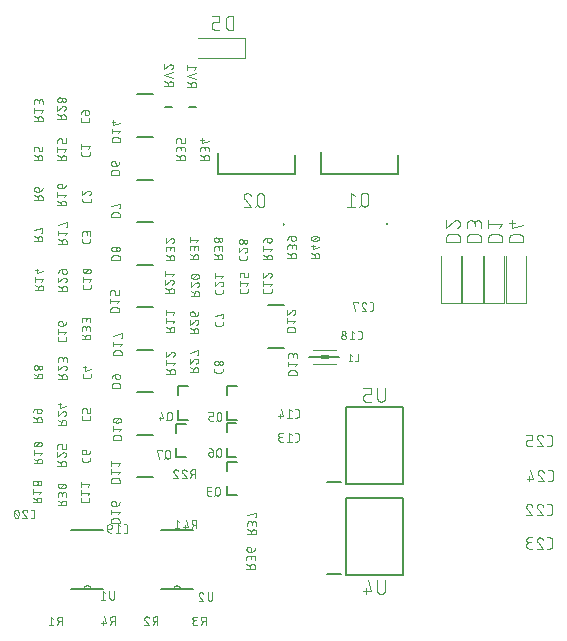
<source format=gbr>
G04 EAGLE Gerber RS-274X export*
G75*
%MOMM*%
%FSLAX34Y34*%
%LPD*%
%INSilkscreen Bottom*%
%IPPOS*%
%AMOC8*
5,1,8,0,0,1.08239X$1,22.5*%
G01*
%ADD10C,0.076200*%
%ADD11C,0.120000*%
%ADD12C,0.101600*%
%ADD13C,0.200000*%
%ADD14C,0.127000*%
%ADD15C,0.070000*%
%ADD16R,0.700000X0.300000*%
%ADD17C,0.050800*%
%ADD18C,0.100000*%
%ADD19C,0.100000*%
%ADD20C,0.152400*%
%ADD21C,0.000000*%


D10*
X189681Y330698D02*
X189681Y329089D01*
X189683Y329010D01*
X189689Y328931D01*
X189698Y328853D01*
X189712Y328775D01*
X189729Y328698D01*
X189750Y328622D01*
X189775Y328547D01*
X189803Y328474D01*
X189835Y328401D01*
X189871Y328331D01*
X189910Y328262D01*
X189952Y328196D01*
X189997Y328131D01*
X190046Y328069D01*
X190098Y328009D01*
X190152Y327952D01*
X190209Y327898D01*
X190269Y327846D01*
X190331Y327797D01*
X190396Y327752D01*
X190462Y327710D01*
X190531Y327671D01*
X190601Y327635D01*
X190674Y327603D01*
X190747Y327575D01*
X190822Y327550D01*
X190898Y327529D01*
X190975Y327512D01*
X191053Y327498D01*
X191131Y327489D01*
X191210Y327483D01*
X191289Y327481D01*
X195311Y327481D01*
X195390Y327483D01*
X195469Y327489D01*
X195547Y327498D01*
X195625Y327512D01*
X195702Y327529D01*
X195778Y327550D01*
X195853Y327575D01*
X195926Y327603D01*
X195999Y327635D01*
X196069Y327671D01*
X196138Y327710D01*
X196204Y327752D01*
X196269Y327797D01*
X196331Y327846D01*
X196391Y327898D01*
X196448Y327952D01*
X196502Y328009D01*
X196554Y328069D01*
X196603Y328131D01*
X196648Y328196D01*
X196690Y328262D01*
X196729Y328331D01*
X196765Y328401D01*
X196797Y328474D01*
X196825Y328547D01*
X196850Y328622D01*
X196871Y328698D01*
X196888Y328775D01*
X196902Y328853D01*
X196911Y328931D01*
X196917Y329010D01*
X196919Y329089D01*
X196919Y330698D01*
X189681Y333504D02*
X189681Y335514D01*
X189683Y335603D01*
X189689Y335692D01*
X189699Y335780D01*
X189712Y335868D01*
X189730Y335955D01*
X189751Y336042D01*
X189777Y336127D01*
X189806Y336211D01*
X189838Y336294D01*
X189875Y336375D01*
X189915Y336455D01*
X189958Y336532D01*
X190005Y336608D01*
X190055Y336682D01*
X190108Y336753D01*
X190164Y336822D01*
X190224Y336888D01*
X190286Y336952D01*
X190351Y337012D01*
X190418Y337070D01*
X190488Y337125D01*
X190561Y337177D01*
X190636Y337225D01*
X190712Y337270D01*
X190791Y337312D01*
X190871Y337350D01*
X190953Y337384D01*
X191037Y337415D01*
X191122Y337442D01*
X191207Y337466D01*
X191294Y337485D01*
X191382Y337501D01*
X191470Y337513D01*
X191559Y337521D01*
X191648Y337525D01*
X191736Y337525D01*
X191825Y337521D01*
X191914Y337513D01*
X192002Y337501D01*
X192090Y337485D01*
X192177Y337466D01*
X192262Y337442D01*
X192347Y337415D01*
X192431Y337384D01*
X192513Y337350D01*
X192593Y337312D01*
X192672Y337270D01*
X192748Y337225D01*
X192823Y337177D01*
X192896Y337125D01*
X192966Y337070D01*
X193033Y337012D01*
X193098Y336952D01*
X193160Y336888D01*
X193220Y336822D01*
X193276Y336753D01*
X193329Y336682D01*
X193379Y336608D01*
X193426Y336532D01*
X193469Y336455D01*
X193509Y336375D01*
X193546Y336294D01*
X193578Y336211D01*
X193607Y336127D01*
X193633Y336042D01*
X193654Y335955D01*
X193672Y335868D01*
X193685Y335780D01*
X193695Y335692D01*
X193701Y335603D01*
X193703Y335514D01*
X196919Y335917D02*
X196919Y333504D01*
X196919Y335917D02*
X196917Y335996D01*
X196911Y336075D01*
X196902Y336153D01*
X196888Y336231D01*
X196871Y336308D01*
X196850Y336384D01*
X196825Y336459D01*
X196797Y336532D01*
X196765Y336605D01*
X196729Y336675D01*
X196690Y336744D01*
X196648Y336810D01*
X196603Y336875D01*
X196554Y336937D01*
X196502Y336997D01*
X196448Y337054D01*
X196391Y337108D01*
X196331Y337160D01*
X196269Y337209D01*
X196204Y337254D01*
X196138Y337296D01*
X196069Y337335D01*
X195999Y337371D01*
X195926Y337403D01*
X195853Y337431D01*
X195778Y337456D01*
X195702Y337477D01*
X195625Y337494D01*
X195547Y337508D01*
X195469Y337517D01*
X195390Y337523D01*
X195311Y337525D01*
X195232Y337523D01*
X195153Y337517D01*
X195075Y337508D01*
X194997Y337494D01*
X194920Y337477D01*
X194844Y337456D01*
X194769Y337431D01*
X194696Y337403D01*
X194623Y337371D01*
X194553Y337335D01*
X194484Y337296D01*
X194418Y337254D01*
X194353Y337209D01*
X194291Y337160D01*
X194231Y337108D01*
X194174Y337054D01*
X194120Y336997D01*
X194068Y336937D01*
X194019Y336875D01*
X193974Y336810D01*
X193932Y336744D01*
X193893Y336675D01*
X193857Y336605D01*
X193825Y336532D01*
X193797Y336459D01*
X193772Y336384D01*
X193751Y336308D01*
X193734Y336231D01*
X193720Y336153D01*
X193711Y336075D01*
X193705Y335996D01*
X193703Y335917D01*
X193702Y335917D02*
X193702Y334308D01*
X147767Y94231D02*
X146158Y94231D01*
X147767Y94231D02*
X147846Y94233D01*
X147925Y94239D01*
X148003Y94248D01*
X148081Y94262D01*
X148158Y94279D01*
X148234Y94300D01*
X148309Y94325D01*
X148382Y94353D01*
X148455Y94385D01*
X148525Y94421D01*
X148594Y94460D01*
X148660Y94502D01*
X148725Y94547D01*
X148787Y94596D01*
X148847Y94648D01*
X148904Y94702D01*
X148958Y94759D01*
X149010Y94819D01*
X149059Y94881D01*
X149104Y94946D01*
X149146Y95012D01*
X149185Y95081D01*
X149221Y95151D01*
X149253Y95224D01*
X149281Y95297D01*
X149306Y95372D01*
X149327Y95448D01*
X149344Y95525D01*
X149358Y95603D01*
X149367Y95681D01*
X149373Y95760D01*
X149375Y95839D01*
X149375Y99861D01*
X149373Y99940D01*
X149367Y100019D01*
X149358Y100097D01*
X149344Y100175D01*
X149327Y100252D01*
X149306Y100328D01*
X149281Y100403D01*
X149253Y100476D01*
X149221Y100549D01*
X149185Y100619D01*
X149146Y100688D01*
X149104Y100754D01*
X149059Y100819D01*
X149010Y100881D01*
X148958Y100941D01*
X148904Y100998D01*
X148847Y101052D01*
X148787Y101104D01*
X148725Y101153D01*
X148660Y101198D01*
X148594Y101240D01*
X148525Y101279D01*
X148455Y101315D01*
X148382Y101347D01*
X148309Y101375D01*
X148234Y101400D01*
X148158Y101421D01*
X148081Y101438D01*
X148003Y101452D01*
X147925Y101461D01*
X147846Y101467D01*
X147767Y101469D01*
X146158Y101469D01*
X141140Y101470D02*
X141056Y101468D01*
X140973Y101462D01*
X140890Y101453D01*
X140807Y101439D01*
X140726Y101422D01*
X140645Y101401D01*
X140565Y101376D01*
X140486Y101348D01*
X140409Y101316D01*
X140333Y101280D01*
X140259Y101241D01*
X140187Y101199D01*
X140117Y101153D01*
X140049Y101104D01*
X139984Y101052D01*
X139921Y100998D01*
X139860Y100940D01*
X139802Y100879D01*
X139748Y100816D01*
X139696Y100751D01*
X139647Y100683D01*
X139601Y100613D01*
X139559Y100541D01*
X139520Y100467D01*
X139484Y100391D01*
X139452Y100314D01*
X139424Y100235D01*
X139399Y100155D01*
X139378Y100074D01*
X139361Y99993D01*
X139347Y99910D01*
X139338Y99827D01*
X139332Y99744D01*
X139330Y99660D01*
X141140Y101469D02*
X141234Y101467D01*
X141328Y101461D01*
X141422Y101452D01*
X141516Y101438D01*
X141608Y101421D01*
X141700Y101400D01*
X141791Y101376D01*
X141881Y101348D01*
X141970Y101316D01*
X142058Y101280D01*
X142143Y101241D01*
X142228Y101199D01*
X142310Y101153D01*
X142391Y101104D01*
X142469Y101052D01*
X142545Y100996D01*
X142619Y100938D01*
X142691Y100876D01*
X142760Y100812D01*
X142826Y100745D01*
X142890Y100675D01*
X142950Y100603D01*
X143008Y100528D01*
X143063Y100451D01*
X143114Y100372D01*
X143162Y100291D01*
X143207Y100208D01*
X143249Y100124D01*
X143287Y100037D01*
X143321Y99949D01*
X143352Y99860D01*
X139934Y98252D02*
X139872Y98314D01*
X139813Y98378D01*
X139757Y98446D01*
X139704Y98515D01*
X139654Y98587D01*
X139607Y98661D01*
X139564Y98737D01*
X139524Y98815D01*
X139488Y98894D01*
X139456Y98975D01*
X139427Y99058D01*
X139401Y99142D01*
X139380Y99226D01*
X139362Y99312D01*
X139349Y99398D01*
X139339Y99485D01*
X139333Y99573D01*
X139331Y99660D01*
X139934Y98252D02*
X143352Y94231D01*
X139331Y94231D01*
X136152Y97850D02*
X136150Y98000D01*
X136144Y98151D01*
X136135Y98301D01*
X136122Y98450D01*
X136105Y98600D01*
X136084Y98748D01*
X136059Y98897D01*
X136031Y99044D01*
X135999Y99191D01*
X135964Y99337D01*
X135924Y99482D01*
X135881Y99626D01*
X135835Y99769D01*
X135785Y99911D01*
X135731Y100051D01*
X135674Y100190D01*
X135613Y100328D01*
X135549Y100464D01*
X135550Y100464D02*
X135524Y100533D01*
X135495Y100601D01*
X135462Y100667D01*
X135427Y100732D01*
X135388Y100794D01*
X135346Y100855D01*
X135301Y100914D01*
X135254Y100970D01*
X135203Y101024D01*
X135150Y101076D01*
X135095Y101124D01*
X135037Y101170D01*
X134977Y101213D01*
X134914Y101253D01*
X134850Y101290D01*
X134785Y101323D01*
X134717Y101353D01*
X134649Y101380D01*
X134578Y101404D01*
X134507Y101423D01*
X134435Y101440D01*
X134363Y101453D01*
X134289Y101462D01*
X134216Y101467D01*
X134142Y101469D01*
X134068Y101467D01*
X133995Y101462D01*
X133921Y101453D01*
X133849Y101440D01*
X133777Y101423D01*
X133706Y101404D01*
X133636Y101380D01*
X133567Y101353D01*
X133499Y101323D01*
X133434Y101290D01*
X133370Y101253D01*
X133307Y101213D01*
X133247Y101170D01*
X133189Y101124D01*
X133134Y101076D01*
X133081Y101024D01*
X133030Y100970D01*
X132983Y100914D01*
X132938Y100855D01*
X132896Y100794D01*
X132857Y100732D01*
X132822Y100667D01*
X132789Y100601D01*
X132760Y100533D01*
X132734Y100464D01*
X132670Y100328D01*
X132609Y100190D01*
X132552Y100051D01*
X132498Y99911D01*
X132448Y99769D01*
X132402Y99626D01*
X132359Y99482D01*
X132319Y99337D01*
X132284Y99191D01*
X132252Y99044D01*
X132224Y98897D01*
X132199Y98748D01*
X132178Y98600D01*
X132161Y98450D01*
X132148Y98301D01*
X132139Y98151D01*
X132133Y98000D01*
X132131Y97850D01*
X136152Y97850D02*
X136150Y97700D01*
X136144Y97550D01*
X136135Y97399D01*
X136122Y97250D01*
X136105Y97100D01*
X136084Y96952D01*
X136059Y96803D01*
X136031Y96656D01*
X135999Y96509D01*
X135964Y96363D01*
X135924Y96218D01*
X135881Y96074D01*
X135835Y95931D01*
X135785Y95789D01*
X135731Y95649D01*
X135674Y95510D01*
X135613Y95372D01*
X135549Y95236D01*
X135550Y95236D02*
X135524Y95167D01*
X135495Y95099D01*
X135462Y95033D01*
X135427Y94968D01*
X135388Y94906D01*
X135346Y94845D01*
X135301Y94786D01*
X135254Y94730D01*
X135203Y94676D01*
X135150Y94624D01*
X135095Y94576D01*
X135037Y94530D01*
X134977Y94487D01*
X134914Y94447D01*
X134850Y94410D01*
X134785Y94377D01*
X134717Y94347D01*
X134649Y94320D01*
X134578Y94296D01*
X134507Y94277D01*
X134435Y94260D01*
X134363Y94247D01*
X134289Y94238D01*
X134216Y94233D01*
X134142Y94231D01*
X132734Y95236D02*
X132670Y95372D01*
X132609Y95510D01*
X132552Y95649D01*
X132498Y95789D01*
X132448Y95931D01*
X132402Y96074D01*
X132359Y96218D01*
X132319Y96363D01*
X132284Y96509D01*
X132252Y96656D01*
X132224Y96803D01*
X132199Y96952D01*
X132178Y97100D01*
X132161Y97250D01*
X132148Y97399D01*
X132139Y97550D01*
X132133Y97700D01*
X132131Y97850D01*
X132734Y95236D02*
X132760Y95167D01*
X132789Y95099D01*
X132822Y95033D01*
X132857Y94968D01*
X132896Y94905D01*
X132938Y94845D01*
X132983Y94786D01*
X133030Y94730D01*
X133081Y94676D01*
X133134Y94624D01*
X133190Y94576D01*
X133247Y94530D01*
X133307Y94487D01*
X133370Y94447D01*
X133434Y94410D01*
X133499Y94377D01*
X133567Y94347D01*
X133636Y94320D01*
X133706Y94296D01*
X133777Y94277D01*
X133849Y94260D01*
X133921Y94247D01*
X133995Y94238D01*
X134068Y94233D01*
X134142Y94231D01*
X135750Y95839D02*
X132533Y99861D01*
X190031Y363119D02*
X190031Y364728D01*
X190031Y363119D02*
X190033Y363040D01*
X190039Y362961D01*
X190048Y362883D01*
X190062Y362805D01*
X190079Y362728D01*
X190100Y362652D01*
X190125Y362577D01*
X190153Y362504D01*
X190185Y362431D01*
X190221Y362361D01*
X190260Y362292D01*
X190302Y362226D01*
X190347Y362161D01*
X190396Y362099D01*
X190448Y362039D01*
X190502Y361982D01*
X190559Y361928D01*
X190619Y361876D01*
X190681Y361827D01*
X190746Y361782D01*
X190812Y361740D01*
X190881Y361701D01*
X190951Y361665D01*
X191024Y361633D01*
X191097Y361605D01*
X191172Y361580D01*
X191248Y361559D01*
X191325Y361542D01*
X191403Y361528D01*
X191481Y361519D01*
X191560Y361513D01*
X191639Y361511D01*
X195661Y361511D01*
X195740Y361513D01*
X195819Y361519D01*
X195897Y361528D01*
X195975Y361542D01*
X196052Y361559D01*
X196128Y361580D01*
X196203Y361605D01*
X196276Y361633D01*
X196349Y361665D01*
X196419Y361701D01*
X196488Y361740D01*
X196554Y361782D01*
X196619Y361827D01*
X196681Y361876D01*
X196741Y361928D01*
X196798Y361982D01*
X196852Y362039D01*
X196904Y362099D01*
X196953Y362161D01*
X196998Y362226D01*
X197040Y362292D01*
X197079Y362361D01*
X197115Y362431D01*
X197147Y362504D01*
X197175Y362577D01*
X197200Y362652D01*
X197221Y362728D01*
X197238Y362805D01*
X197252Y362883D01*
X197261Y362961D01*
X197267Y363040D01*
X197269Y363119D01*
X197269Y364728D01*
X197270Y369745D02*
X197268Y369829D01*
X197262Y369912D01*
X197253Y369995D01*
X197239Y370078D01*
X197222Y370159D01*
X197201Y370240D01*
X197176Y370320D01*
X197148Y370399D01*
X197116Y370476D01*
X197080Y370552D01*
X197041Y370626D01*
X196999Y370698D01*
X196953Y370768D01*
X196904Y370836D01*
X196852Y370901D01*
X196798Y370964D01*
X196740Y371025D01*
X196679Y371083D01*
X196616Y371137D01*
X196551Y371189D01*
X196483Y371238D01*
X196413Y371284D01*
X196341Y371326D01*
X196267Y371365D01*
X196191Y371401D01*
X196114Y371433D01*
X196035Y371461D01*
X195955Y371486D01*
X195874Y371507D01*
X195793Y371524D01*
X195710Y371538D01*
X195627Y371547D01*
X195544Y371553D01*
X195460Y371555D01*
X197269Y369745D02*
X197267Y369651D01*
X197261Y369557D01*
X197252Y369463D01*
X197238Y369369D01*
X197221Y369277D01*
X197200Y369185D01*
X197176Y369094D01*
X197148Y369004D01*
X197116Y368915D01*
X197080Y368827D01*
X197041Y368742D01*
X196999Y368657D01*
X196953Y368575D01*
X196904Y368494D01*
X196852Y368416D01*
X196796Y368340D01*
X196738Y368266D01*
X196676Y368194D01*
X196612Y368125D01*
X196545Y368059D01*
X196475Y367995D01*
X196403Y367935D01*
X196328Y367877D01*
X196251Y367822D01*
X196172Y367771D01*
X196091Y367723D01*
X196008Y367678D01*
X195924Y367636D01*
X195837Y367598D01*
X195749Y367564D01*
X195660Y367533D01*
X194052Y370952D02*
X194114Y371014D01*
X194178Y371073D01*
X194246Y371129D01*
X194315Y371182D01*
X194387Y371232D01*
X194461Y371279D01*
X194537Y371322D01*
X194615Y371362D01*
X194694Y371398D01*
X194775Y371430D01*
X194858Y371459D01*
X194942Y371485D01*
X195026Y371506D01*
X195112Y371524D01*
X195198Y371537D01*
X195285Y371547D01*
X195373Y371553D01*
X195460Y371555D01*
X194052Y370952D02*
X190031Y367534D01*
X190031Y371555D01*
X301931Y260542D02*
X301931Y258933D01*
X301933Y258854D01*
X301939Y258775D01*
X301948Y258697D01*
X301962Y258619D01*
X301979Y258542D01*
X302000Y258466D01*
X302025Y258391D01*
X302053Y258318D01*
X302085Y258245D01*
X302121Y258175D01*
X302160Y258106D01*
X302202Y258040D01*
X302247Y257975D01*
X302296Y257913D01*
X302348Y257853D01*
X302402Y257796D01*
X302459Y257742D01*
X302519Y257690D01*
X302581Y257641D01*
X302646Y257596D01*
X302712Y257554D01*
X302781Y257515D01*
X302851Y257479D01*
X302924Y257447D01*
X302997Y257419D01*
X303072Y257394D01*
X303148Y257373D01*
X303225Y257356D01*
X303303Y257342D01*
X303381Y257333D01*
X303460Y257327D01*
X303539Y257325D01*
X307561Y257325D01*
X307640Y257327D01*
X307719Y257333D01*
X307797Y257342D01*
X307875Y257356D01*
X307952Y257373D01*
X308028Y257394D01*
X308103Y257419D01*
X308176Y257447D01*
X308249Y257479D01*
X308319Y257515D01*
X308388Y257554D01*
X308454Y257596D01*
X308519Y257641D01*
X308581Y257690D01*
X308641Y257742D01*
X308698Y257796D01*
X308752Y257853D01*
X308804Y257913D01*
X308853Y257975D01*
X308898Y258040D01*
X308940Y258106D01*
X308979Y258175D01*
X309015Y258245D01*
X309047Y258318D01*
X309075Y258391D01*
X309100Y258466D01*
X309121Y258542D01*
X309138Y258619D01*
X309152Y258697D01*
X309161Y258775D01*
X309167Y258854D01*
X309169Y258933D01*
X309169Y260542D01*
X309169Y263348D02*
X308365Y263348D01*
X309169Y263348D02*
X309169Y267369D01*
X301931Y265358D01*
X301631Y220738D02*
X301631Y219129D01*
X301633Y219050D01*
X301639Y218971D01*
X301648Y218893D01*
X301662Y218815D01*
X301679Y218738D01*
X301700Y218662D01*
X301725Y218587D01*
X301753Y218514D01*
X301785Y218441D01*
X301821Y218371D01*
X301860Y218302D01*
X301902Y218236D01*
X301947Y218171D01*
X301996Y218109D01*
X302048Y218049D01*
X302102Y217992D01*
X302159Y217938D01*
X302219Y217886D01*
X302281Y217837D01*
X302346Y217792D01*
X302412Y217750D01*
X302481Y217711D01*
X302551Y217675D01*
X302624Y217643D01*
X302697Y217615D01*
X302772Y217590D01*
X302848Y217569D01*
X302925Y217552D01*
X303003Y217538D01*
X303081Y217529D01*
X303160Y217523D01*
X303239Y217521D01*
X307261Y217521D01*
X307340Y217523D01*
X307419Y217529D01*
X307497Y217538D01*
X307575Y217552D01*
X307652Y217569D01*
X307728Y217590D01*
X307803Y217615D01*
X307876Y217643D01*
X307949Y217675D01*
X308019Y217711D01*
X308088Y217750D01*
X308154Y217792D01*
X308219Y217837D01*
X308281Y217886D01*
X308341Y217938D01*
X308398Y217992D01*
X308452Y218049D01*
X308504Y218109D01*
X308553Y218171D01*
X308598Y218236D01*
X308640Y218302D01*
X308679Y218371D01*
X308715Y218441D01*
X308747Y218514D01*
X308775Y218587D01*
X308800Y218662D01*
X308821Y218738D01*
X308838Y218815D01*
X308852Y218893D01*
X308861Y218971D01*
X308867Y219050D01*
X308869Y219129D01*
X308869Y220738D01*
X303642Y223543D02*
X303731Y223545D01*
X303820Y223551D01*
X303908Y223561D01*
X303996Y223574D01*
X304083Y223592D01*
X304170Y223613D01*
X304255Y223639D01*
X304339Y223668D01*
X304422Y223700D01*
X304503Y223737D01*
X304583Y223777D01*
X304660Y223820D01*
X304736Y223867D01*
X304810Y223917D01*
X304881Y223970D01*
X304950Y224026D01*
X305016Y224086D01*
X305080Y224148D01*
X305140Y224213D01*
X305198Y224280D01*
X305253Y224350D01*
X305305Y224423D01*
X305353Y224498D01*
X305398Y224574D01*
X305440Y224653D01*
X305478Y224733D01*
X305512Y224815D01*
X305543Y224899D01*
X305570Y224984D01*
X305594Y225069D01*
X305613Y225156D01*
X305629Y225244D01*
X305641Y225332D01*
X305649Y225421D01*
X305653Y225510D01*
X305653Y225598D01*
X305649Y225687D01*
X305641Y225776D01*
X305629Y225864D01*
X305613Y225952D01*
X305594Y226039D01*
X305570Y226124D01*
X305543Y226209D01*
X305512Y226293D01*
X305478Y226375D01*
X305440Y226455D01*
X305398Y226534D01*
X305353Y226610D01*
X305305Y226685D01*
X305253Y226758D01*
X305198Y226828D01*
X305140Y226895D01*
X305080Y226960D01*
X305016Y227022D01*
X304950Y227082D01*
X304881Y227138D01*
X304810Y227191D01*
X304736Y227241D01*
X304660Y227288D01*
X304583Y227331D01*
X304503Y227371D01*
X304422Y227408D01*
X304339Y227440D01*
X304255Y227469D01*
X304170Y227495D01*
X304083Y227516D01*
X303996Y227534D01*
X303908Y227547D01*
X303820Y227557D01*
X303731Y227563D01*
X303642Y227565D01*
X303553Y227563D01*
X303464Y227557D01*
X303376Y227547D01*
X303288Y227534D01*
X303201Y227516D01*
X303114Y227495D01*
X303029Y227469D01*
X302945Y227440D01*
X302862Y227408D01*
X302781Y227371D01*
X302701Y227331D01*
X302624Y227288D01*
X302548Y227241D01*
X302474Y227191D01*
X302403Y227138D01*
X302334Y227082D01*
X302268Y227022D01*
X302204Y226960D01*
X302144Y226895D01*
X302086Y226828D01*
X302031Y226758D01*
X301979Y226685D01*
X301931Y226610D01*
X301886Y226534D01*
X301844Y226455D01*
X301806Y226375D01*
X301772Y226293D01*
X301741Y226209D01*
X301714Y226124D01*
X301690Y226039D01*
X301671Y225952D01*
X301655Y225864D01*
X301643Y225776D01*
X301635Y225687D01*
X301631Y225598D01*
X301631Y225510D01*
X301635Y225421D01*
X301643Y225332D01*
X301655Y225244D01*
X301671Y225156D01*
X301690Y225069D01*
X301714Y224984D01*
X301741Y224899D01*
X301772Y224815D01*
X301806Y224733D01*
X301844Y224653D01*
X301886Y224574D01*
X301931Y224498D01*
X301979Y224423D01*
X302031Y224350D01*
X302086Y224280D01*
X302144Y224213D01*
X302204Y224148D01*
X302268Y224086D01*
X302334Y224026D01*
X302403Y223970D01*
X302474Y223917D01*
X302548Y223867D01*
X302624Y223820D01*
X302701Y223777D01*
X302781Y223737D01*
X302862Y223700D01*
X302945Y223668D01*
X303029Y223639D01*
X303114Y223613D01*
X303201Y223592D01*
X303288Y223574D01*
X303376Y223561D01*
X303464Y223551D01*
X303553Y223545D01*
X303642Y223543D01*
X307261Y223946D02*
X307340Y223948D01*
X307419Y223954D01*
X307497Y223963D01*
X307575Y223977D01*
X307652Y223994D01*
X307728Y224015D01*
X307803Y224040D01*
X307876Y224068D01*
X307949Y224100D01*
X308019Y224136D01*
X308088Y224175D01*
X308154Y224217D01*
X308219Y224262D01*
X308281Y224311D01*
X308341Y224363D01*
X308398Y224417D01*
X308452Y224474D01*
X308504Y224534D01*
X308553Y224596D01*
X308598Y224661D01*
X308640Y224727D01*
X308679Y224796D01*
X308715Y224866D01*
X308747Y224939D01*
X308775Y225012D01*
X308800Y225087D01*
X308821Y225163D01*
X308838Y225240D01*
X308852Y225318D01*
X308861Y225396D01*
X308867Y225475D01*
X308869Y225554D01*
X308867Y225633D01*
X308861Y225712D01*
X308852Y225790D01*
X308838Y225868D01*
X308821Y225945D01*
X308800Y226021D01*
X308775Y226096D01*
X308747Y226169D01*
X308715Y226242D01*
X308679Y226312D01*
X308640Y226381D01*
X308598Y226447D01*
X308553Y226512D01*
X308504Y226574D01*
X308452Y226634D01*
X308398Y226691D01*
X308341Y226745D01*
X308281Y226797D01*
X308219Y226846D01*
X308154Y226891D01*
X308088Y226933D01*
X308019Y226972D01*
X307949Y227008D01*
X307876Y227040D01*
X307803Y227068D01*
X307728Y227093D01*
X307652Y227114D01*
X307575Y227131D01*
X307497Y227145D01*
X307419Y227154D01*
X307340Y227160D01*
X307261Y227162D01*
X307182Y227160D01*
X307103Y227154D01*
X307025Y227145D01*
X306947Y227131D01*
X306870Y227114D01*
X306794Y227093D01*
X306719Y227068D01*
X306646Y227040D01*
X306573Y227008D01*
X306503Y226972D01*
X306434Y226933D01*
X306368Y226891D01*
X306303Y226846D01*
X306241Y226797D01*
X306181Y226745D01*
X306124Y226691D01*
X306070Y226634D01*
X306018Y226574D01*
X305969Y226512D01*
X305924Y226447D01*
X305882Y226381D01*
X305843Y226312D01*
X305807Y226242D01*
X305775Y226169D01*
X305747Y226096D01*
X305722Y226021D01*
X305701Y225945D01*
X305684Y225868D01*
X305670Y225790D01*
X305661Y225712D01*
X305655Y225633D01*
X305653Y225554D01*
X305655Y225475D01*
X305661Y225396D01*
X305670Y225318D01*
X305684Y225240D01*
X305701Y225163D01*
X305722Y225087D01*
X305747Y225012D01*
X305775Y224939D01*
X305807Y224866D01*
X305843Y224796D01*
X305882Y224727D01*
X305924Y224661D01*
X305969Y224596D01*
X306018Y224534D01*
X306070Y224474D01*
X306124Y224417D01*
X306181Y224363D01*
X306241Y224311D01*
X306303Y224262D01*
X306368Y224217D01*
X306434Y224175D01*
X306503Y224136D01*
X306573Y224100D01*
X306646Y224068D01*
X306719Y224040D01*
X306794Y224015D01*
X306870Y223994D01*
X306947Y223977D01*
X307025Y223963D01*
X307103Y223954D01*
X307182Y223948D01*
X307261Y223946D01*
X343031Y286234D02*
X343031Y287842D01*
X343031Y286234D02*
X343033Y286155D01*
X343039Y286076D01*
X343048Y285998D01*
X343062Y285920D01*
X343079Y285843D01*
X343100Y285767D01*
X343125Y285692D01*
X343153Y285619D01*
X343185Y285546D01*
X343221Y285476D01*
X343260Y285407D01*
X343302Y285341D01*
X343347Y285276D01*
X343396Y285214D01*
X343448Y285154D01*
X343502Y285097D01*
X343559Y285043D01*
X343619Y284991D01*
X343681Y284942D01*
X343746Y284897D01*
X343812Y284855D01*
X343881Y284816D01*
X343951Y284780D01*
X344024Y284748D01*
X344097Y284720D01*
X344172Y284695D01*
X344248Y284674D01*
X344325Y284657D01*
X344403Y284643D01*
X344481Y284634D01*
X344560Y284628D01*
X344639Y284626D01*
X344639Y284625D02*
X348661Y284625D01*
X348661Y284626D02*
X348740Y284628D01*
X348819Y284634D01*
X348897Y284643D01*
X348975Y284657D01*
X349052Y284674D01*
X349128Y284695D01*
X349203Y284720D01*
X349276Y284748D01*
X349349Y284780D01*
X349419Y284816D01*
X349488Y284855D01*
X349554Y284897D01*
X349619Y284942D01*
X349681Y284991D01*
X349741Y285043D01*
X349798Y285097D01*
X349852Y285154D01*
X349904Y285214D01*
X349953Y285276D01*
X349998Y285341D01*
X350040Y285407D01*
X350079Y285476D01*
X350115Y285546D01*
X350147Y285619D01*
X350175Y285692D01*
X350200Y285767D01*
X350221Y285843D01*
X350238Y285920D01*
X350252Y285998D01*
X350261Y286076D01*
X350267Y286155D01*
X350269Y286234D01*
X350269Y287842D01*
X348661Y290648D02*
X350269Y292658D01*
X343031Y292658D01*
X343031Y290648D02*
X343031Y294669D01*
X348460Y301870D02*
X348544Y301868D01*
X348627Y301862D01*
X348710Y301853D01*
X348793Y301839D01*
X348874Y301822D01*
X348955Y301801D01*
X349035Y301776D01*
X349114Y301748D01*
X349191Y301716D01*
X349267Y301680D01*
X349341Y301641D01*
X349413Y301599D01*
X349483Y301553D01*
X349551Y301504D01*
X349616Y301452D01*
X349679Y301398D01*
X349740Y301340D01*
X349798Y301279D01*
X349852Y301216D01*
X349904Y301151D01*
X349953Y301083D01*
X349999Y301013D01*
X350041Y300941D01*
X350080Y300867D01*
X350116Y300791D01*
X350148Y300714D01*
X350176Y300635D01*
X350201Y300555D01*
X350222Y300474D01*
X350239Y300393D01*
X350253Y300310D01*
X350262Y300227D01*
X350268Y300144D01*
X350270Y300060D01*
X350269Y300060D02*
X350267Y299966D01*
X350261Y299872D01*
X350252Y299778D01*
X350238Y299684D01*
X350221Y299592D01*
X350200Y299500D01*
X350176Y299409D01*
X350148Y299319D01*
X350116Y299230D01*
X350080Y299142D01*
X350041Y299057D01*
X349999Y298972D01*
X349953Y298890D01*
X349904Y298809D01*
X349852Y298731D01*
X349796Y298655D01*
X349738Y298581D01*
X349676Y298509D01*
X349612Y298440D01*
X349545Y298374D01*
X349475Y298310D01*
X349403Y298250D01*
X349328Y298192D01*
X349251Y298137D01*
X349172Y298086D01*
X349091Y298038D01*
X349008Y297993D01*
X348924Y297951D01*
X348837Y297913D01*
X348749Y297879D01*
X348660Y297848D01*
X347052Y301266D02*
X347114Y301328D01*
X347178Y301387D01*
X347246Y301443D01*
X347315Y301496D01*
X347387Y301546D01*
X347461Y301593D01*
X347537Y301636D01*
X347615Y301676D01*
X347694Y301712D01*
X347775Y301744D01*
X347858Y301773D01*
X347942Y301799D01*
X348026Y301820D01*
X348112Y301838D01*
X348198Y301851D01*
X348285Y301861D01*
X348373Y301867D01*
X348460Y301869D01*
X347052Y301266D02*
X343031Y297848D01*
X343031Y301869D01*
X369958Y159031D02*
X371567Y159031D01*
X371646Y159033D01*
X371725Y159039D01*
X371803Y159048D01*
X371881Y159062D01*
X371958Y159079D01*
X372034Y159100D01*
X372109Y159125D01*
X372182Y159153D01*
X372255Y159185D01*
X372325Y159221D01*
X372394Y159260D01*
X372460Y159302D01*
X372525Y159347D01*
X372587Y159396D01*
X372647Y159448D01*
X372704Y159502D01*
X372758Y159559D01*
X372810Y159619D01*
X372859Y159681D01*
X372904Y159746D01*
X372946Y159812D01*
X372985Y159881D01*
X373021Y159951D01*
X373053Y160024D01*
X373081Y160097D01*
X373106Y160172D01*
X373127Y160248D01*
X373144Y160325D01*
X373158Y160403D01*
X373167Y160481D01*
X373173Y160560D01*
X373175Y160639D01*
X373175Y164661D01*
X373173Y164740D01*
X373167Y164819D01*
X373158Y164897D01*
X373144Y164975D01*
X373127Y165052D01*
X373106Y165128D01*
X373081Y165203D01*
X373053Y165276D01*
X373021Y165349D01*
X372985Y165419D01*
X372946Y165488D01*
X372904Y165554D01*
X372859Y165619D01*
X372810Y165681D01*
X372758Y165741D01*
X372704Y165798D01*
X372647Y165852D01*
X372587Y165904D01*
X372525Y165953D01*
X372460Y165998D01*
X372394Y166040D01*
X372325Y166079D01*
X372255Y166115D01*
X372182Y166147D01*
X372109Y166175D01*
X372034Y166200D01*
X371958Y166221D01*
X371881Y166238D01*
X371803Y166252D01*
X371725Y166261D01*
X371646Y166267D01*
X371567Y166269D01*
X369958Y166269D01*
X367152Y164661D02*
X365142Y166269D01*
X365142Y159031D01*
X367152Y159031D02*
X363131Y159031D01*
X359952Y159031D02*
X357942Y159031D01*
X357853Y159033D01*
X357764Y159039D01*
X357676Y159049D01*
X357588Y159062D01*
X357501Y159080D01*
X357414Y159101D01*
X357329Y159127D01*
X357245Y159156D01*
X357162Y159188D01*
X357081Y159225D01*
X357001Y159265D01*
X356924Y159308D01*
X356848Y159355D01*
X356774Y159405D01*
X356703Y159458D01*
X356634Y159514D01*
X356568Y159574D01*
X356504Y159636D01*
X356444Y159701D01*
X356386Y159768D01*
X356331Y159838D01*
X356279Y159911D01*
X356231Y159986D01*
X356186Y160062D01*
X356144Y160141D01*
X356106Y160221D01*
X356072Y160303D01*
X356041Y160387D01*
X356014Y160472D01*
X355990Y160557D01*
X355971Y160644D01*
X355955Y160732D01*
X355943Y160820D01*
X355935Y160909D01*
X355931Y160998D01*
X355931Y161086D01*
X355935Y161175D01*
X355943Y161264D01*
X355955Y161352D01*
X355971Y161440D01*
X355990Y161527D01*
X356014Y161612D01*
X356041Y161697D01*
X356072Y161781D01*
X356106Y161863D01*
X356144Y161943D01*
X356186Y162022D01*
X356231Y162098D01*
X356279Y162173D01*
X356331Y162246D01*
X356386Y162316D01*
X356444Y162383D01*
X356504Y162448D01*
X356568Y162510D01*
X356634Y162570D01*
X356703Y162626D01*
X356774Y162679D01*
X356848Y162729D01*
X356924Y162776D01*
X357001Y162819D01*
X357081Y162859D01*
X357162Y162896D01*
X357245Y162928D01*
X357329Y162957D01*
X357414Y162983D01*
X357501Y163004D01*
X357588Y163022D01*
X357676Y163035D01*
X357764Y163045D01*
X357853Y163051D01*
X357942Y163053D01*
X357539Y166269D02*
X359952Y166269D01*
X357539Y166269D02*
X357460Y166267D01*
X357381Y166261D01*
X357303Y166252D01*
X357225Y166238D01*
X357148Y166221D01*
X357072Y166200D01*
X356997Y166175D01*
X356924Y166147D01*
X356851Y166115D01*
X356781Y166079D01*
X356712Y166040D01*
X356646Y165998D01*
X356581Y165953D01*
X356519Y165904D01*
X356459Y165852D01*
X356402Y165798D01*
X356348Y165741D01*
X356296Y165681D01*
X356247Y165619D01*
X356202Y165554D01*
X356160Y165488D01*
X356121Y165419D01*
X356085Y165349D01*
X356053Y165276D01*
X356025Y165203D01*
X356000Y165128D01*
X355979Y165052D01*
X355962Y164975D01*
X355948Y164897D01*
X355939Y164819D01*
X355933Y164740D01*
X355931Y164661D01*
X355933Y164582D01*
X355939Y164503D01*
X355948Y164425D01*
X355962Y164347D01*
X355979Y164270D01*
X356000Y164194D01*
X356025Y164119D01*
X356053Y164046D01*
X356085Y163973D01*
X356121Y163903D01*
X356160Y163834D01*
X356202Y163768D01*
X356247Y163703D01*
X356296Y163641D01*
X356348Y163581D01*
X356402Y163524D01*
X356459Y163470D01*
X356519Y163418D01*
X356581Y163369D01*
X356646Y163324D01*
X356712Y163282D01*
X356781Y163243D01*
X356851Y163207D01*
X356924Y163175D01*
X356997Y163147D01*
X357072Y163122D01*
X357148Y163101D01*
X357225Y163084D01*
X357303Y163070D01*
X357381Y163061D01*
X357460Y163055D01*
X357539Y163053D01*
X357539Y163052D02*
X359148Y163052D01*
X370058Y179431D02*
X371667Y179431D01*
X371746Y179433D01*
X371825Y179439D01*
X371903Y179448D01*
X371981Y179462D01*
X372058Y179479D01*
X372134Y179500D01*
X372209Y179525D01*
X372282Y179553D01*
X372355Y179585D01*
X372425Y179621D01*
X372494Y179660D01*
X372560Y179702D01*
X372625Y179747D01*
X372687Y179796D01*
X372747Y179848D01*
X372804Y179902D01*
X372858Y179959D01*
X372910Y180019D01*
X372959Y180081D01*
X373004Y180146D01*
X373046Y180212D01*
X373085Y180281D01*
X373121Y180351D01*
X373153Y180424D01*
X373181Y180497D01*
X373206Y180572D01*
X373227Y180648D01*
X373244Y180725D01*
X373258Y180803D01*
X373267Y180881D01*
X373273Y180960D01*
X373275Y181039D01*
X373275Y185061D01*
X373273Y185140D01*
X373267Y185219D01*
X373258Y185297D01*
X373244Y185375D01*
X373227Y185452D01*
X373206Y185528D01*
X373181Y185603D01*
X373153Y185676D01*
X373121Y185749D01*
X373085Y185819D01*
X373046Y185888D01*
X373004Y185954D01*
X372959Y186019D01*
X372910Y186081D01*
X372858Y186141D01*
X372804Y186198D01*
X372747Y186252D01*
X372687Y186304D01*
X372625Y186353D01*
X372560Y186398D01*
X372494Y186440D01*
X372425Y186479D01*
X372355Y186515D01*
X372282Y186547D01*
X372209Y186575D01*
X372134Y186600D01*
X372058Y186621D01*
X371981Y186638D01*
X371903Y186652D01*
X371825Y186661D01*
X371746Y186667D01*
X371667Y186669D01*
X370058Y186669D01*
X367252Y185061D02*
X365242Y186669D01*
X365242Y179431D01*
X367252Y179431D02*
X363231Y179431D01*
X360052Y181039D02*
X358444Y186669D01*
X360052Y181039D02*
X356031Y181039D01*
X357237Y182648D02*
X357237Y179431D01*
X323131Y286534D02*
X323131Y288142D01*
X323131Y286534D02*
X323133Y286455D01*
X323139Y286376D01*
X323148Y286298D01*
X323162Y286220D01*
X323179Y286143D01*
X323200Y286067D01*
X323225Y285992D01*
X323253Y285919D01*
X323285Y285846D01*
X323321Y285776D01*
X323360Y285707D01*
X323402Y285641D01*
X323447Y285576D01*
X323496Y285514D01*
X323548Y285454D01*
X323602Y285397D01*
X323659Y285343D01*
X323719Y285291D01*
X323781Y285242D01*
X323846Y285197D01*
X323912Y285155D01*
X323981Y285116D01*
X324051Y285080D01*
X324124Y285048D01*
X324197Y285020D01*
X324272Y284995D01*
X324348Y284974D01*
X324425Y284957D01*
X324503Y284943D01*
X324581Y284934D01*
X324660Y284928D01*
X324739Y284926D01*
X324739Y284925D02*
X328761Y284925D01*
X328761Y284926D02*
X328840Y284928D01*
X328919Y284934D01*
X328997Y284943D01*
X329075Y284957D01*
X329152Y284974D01*
X329228Y284995D01*
X329303Y285020D01*
X329376Y285048D01*
X329449Y285080D01*
X329519Y285116D01*
X329588Y285155D01*
X329654Y285197D01*
X329719Y285242D01*
X329781Y285291D01*
X329841Y285343D01*
X329898Y285397D01*
X329952Y285454D01*
X330004Y285514D01*
X330053Y285576D01*
X330098Y285641D01*
X330140Y285707D01*
X330179Y285776D01*
X330215Y285846D01*
X330247Y285919D01*
X330275Y285992D01*
X330300Y286067D01*
X330321Y286143D01*
X330338Y286220D01*
X330352Y286298D01*
X330361Y286376D01*
X330367Y286455D01*
X330369Y286534D01*
X330369Y288142D01*
X328761Y290948D02*
X330369Y292958D01*
X323131Y292958D01*
X323131Y290948D02*
X323131Y294969D01*
X323131Y298148D02*
X323131Y300561D01*
X323133Y300640D01*
X323139Y300719D01*
X323148Y300797D01*
X323162Y300875D01*
X323179Y300952D01*
X323200Y301028D01*
X323225Y301103D01*
X323253Y301176D01*
X323285Y301249D01*
X323321Y301319D01*
X323360Y301388D01*
X323402Y301454D01*
X323447Y301519D01*
X323496Y301581D01*
X323548Y301641D01*
X323602Y301698D01*
X323659Y301752D01*
X323719Y301804D01*
X323781Y301853D01*
X323846Y301898D01*
X323912Y301940D01*
X323981Y301979D01*
X324051Y302015D01*
X324124Y302047D01*
X324197Y302075D01*
X324272Y302100D01*
X324348Y302121D01*
X324425Y302138D01*
X324503Y302152D01*
X324581Y302161D01*
X324660Y302167D01*
X324739Y302169D01*
X325544Y302169D01*
X325623Y302167D01*
X325702Y302161D01*
X325780Y302152D01*
X325858Y302138D01*
X325935Y302121D01*
X326011Y302100D01*
X326086Y302075D01*
X326159Y302047D01*
X326232Y302015D01*
X326302Y301979D01*
X326371Y301940D01*
X326437Y301898D01*
X326502Y301853D01*
X326564Y301804D01*
X326624Y301752D01*
X326681Y301698D01*
X326735Y301641D01*
X326787Y301581D01*
X326836Y301519D01*
X326881Y301454D01*
X326923Y301388D01*
X326962Y301319D01*
X326998Y301249D01*
X327030Y301176D01*
X327058Y301103D01*
X327083Y301028D01*
X327104Y300952D01*
X327121Y300875D01*
X327135Y300797D01*
X327144Y300719D01*
X327150Y300640D01*
X327152Y300561D01*
X327152Y298148D01*
X330369Y298148D01*
X330369Y302169D01*
X190291Y216168D02*
X190291Y214559D01*
X190293Y214480D01*
X190299Y214401D01*
X190308Y214323D01*
X190322Y214245D01*
X190339Y214168D01*
X190360Y214092D01*
X190385Y214017D01*
X190413Y213944D01*
X190445Y213871D01*
X190481Y213801D01*
X190520Y213732D01*
X190562Y213666D01*
X190607Y213601D01*
X190656Y213539D01*
X190708Y213479D01*
X190762Y213422D01*
X190819Y213368D01*
X190879Y213316D01*
X190941Y213267D01*
X191006Y213222D01*
X191072Y213180D01*
X191141Y213141D01*
X191211Y213105D01*
X191284Y213073D01*
X191357Y213045D01*
X191432Y213020D01*
X191508Y212999D01*
X191585Y212982D01*
X191663Y212968D01*
X191741Y212959D01*
X191820Y212953D01*
X191899Y212951D01*
X195921Y212951D01*
X196000Y212953D01*
X196079Y212959D01*
X196157Y212968D01*
X196235Y212982D01*
X196312Y212999D01*
X196388Y213020D01*
X196463Y213045D01*
X196536Y213073D01*
X196609Y213105D01*
X196679Y213141D01*
X196748Y213180D01*
X196814Y213222D01*
X196879Y213267D01*
X196941Y213316D01*
X197001Y213368D01*
X197058Y213422D01*
X197112Y213479D01*
X197164Y213539D01*
X197213Y213601D01*
X197258Y213666D01*
X197300Y213732D01*
X197339Y213801D01*
X197375Y213871D01*
X197407Y213944D01*
X197435Y214017D01*
X197460Y214092D01*
X197481Y214168D01*
X197498Y214245D01*
X197512Y214323D01*
X197521Y214401D01*
X197527Y214480D01*
X197529Y214559D01*
X197529Y216168D01*
X197529Y220582D02*
X191899Y218974D01*
X191899Y222995D01*
X193508Y221789D02*
X190291Y221789D01*
X169231Y245639D02*
X169231Y247248D01*
X169231Y245639D02*
X169233Y245560D01*
X169239Y245481D01*
X169248Y245403D01*
X169262Y245325D01*
X169279Y245248D01*
X169300Y245172D01*
X169325Y245097D01*
X169353Y245024D01*
X169385Y244951D01*
X169421Y244881D01*
X169460Y244812D01*
X169502Y244746D01*
X169547Y244681D01*
X169596Y244619D01*
X169648Y244559D01*
X169702Y244502D01*
X169759Y244448D01*
X169819Y244396D01*
X169881Y244347D01*
X169946Y244302D01*
X170012Y244260D01*
X170081Y244221D01*
X170151Y244185D01*
X170224Y244153D01*
X170297Y244125D01*
X170372Y244100D01*
X170448Y244079D01*
X170525Y244062D01*
X170603Y244048D01*
X170681Y244039D01*
X170760Y244033D01*
X170839Y244031D01*
X174861Y244031D01*
X174940Y244033D01*
X175019Y244039D01*
X175097Y244048D01*
X175175Y244062D01*
X175252Y244079D01*
X175328Y244100D01*
X175403Y244125D01*
X175476Y244153D01*
X175549Y244185D01*
X175619Y244221D01*
X175688Y244260D01*
X175754Y244302D01*
X175819Y244347D01*
X175881Y244396D01*
X175941Y244448D01*
X175998Y244502D01*
X176052Y244559D01*
X176104Y244619D01*
X176153Y244681D01*
X176198Y244746D01*
X176240Y244812D01*
X176279Y244881D01*
X176315Y244951D01*
X176347Y245024D01*
X176375Y245097D01*
X176400Y245172D01*
X176421Y245248D01*
X176438Y245325D01*
X176452Y245403D01*
X176461Y245481D01*
X176467Y245560D01*
X176469Y245639D01*
X176469Y247248D01*
X174861Y250054D02*
X176469Y252064D01*
X169231Y252064D01*
X169231Y250054D02*
X169231Y254075D01*
X173252Y257254D02*
X173252Y259667D01*
X173250Y259746D01*
X173244Y259825D01*
X173235Y259903D01*
X173221Y259981D01*
X173204Y260058D01*
X173183Y260134D01*
X173158Y260209D01*
X173130Y260282D01*
X173098Y260355D01*
X173062Y260425D01*
X173023Y260494D01*
X172981Y260560D01*
X172936Y260625D01*
X172887Y260687D01*
X172835Y260747D01*
X172781Y260804D01*
X172724Y260858D01*
X172664Y260910D01*
X172602Y260959D01*
X172537Y261004D01*
X172471Y261046D01*
X172402Y261085D01*
X172332Y261121D01*
X172259Y261153D01*
X172186Y261181D01*
X172111Y261206D01*
X172035Y261227D01*
X171958Y261244D01*
X171880Y261258D01*
X171802Y261267D01*
X171723Y261273D01*
X171644Y261275D01*
X171242Y261275D01*
X171153Y261273D01*
X171064Y261267D01*
X170976Y261257D01*
X170888Y261244D01*
X170801Y261226D01*
X170714Y261205D01*
X170629Y261179D01*
X170545Y261150D01*
X170462Y261118D01*
X170381Y261081D01*
X170301Y261041D01*
X170224Y260998D01*
X170148Y260951D01*
X170074Y260901D01*
X170003Y260848D01*
X169934Y260792D01*
X169868Y260732D01*
X169804Y260670D01*
X169744Y260605D01*
X169686Y260538D01*
X169631Y260468D01*
X169579Y260395D01*
X169531Y260320D01*
X169486Y260244D01*
X169444Y260165D01*
X169406Y260085D01*
X169372Y260003D01*
X169341Y259919D01*
X169314Y259834D01*
X169290Y259749D01*
X169271Y259662D01*
X169255Y259574D01*
X169243Y259486D01*
X169235Y259397D01*
X169231Y259308D01*
X169231Y259220D01*
X169235Y259131D01*
X169243Y259042D01*
X169255Y258954D01*
X169271Y258866D01*
X169290Y258779D01*
X169314Y258694D01*
X169341Y258609D01*
X169372Y258525D01*
X169406Y258443D01*
X169444Y258363D01*
X169486Y258284D01*
X169531Y258208D01*
X169579Y258133D01*
X169631Y258060D01*
X169686Y257990D01*
X169744Y257923D01*
X169804Y257858D01*
X169868Y257796D01*
X169934Y257736D01*
X170003Y257680D01*
X170074Y257627D01*
X170148Y257577D01*
X170224Y257530D01*
X170301Y257487D01*
X170381Y257447D01*
X170462Y257410D01*
X170545Y257378D01*
X170629Y257349D01*
X170714Y257323D01*
X170801Y257302D01*
X170888Y257284D01*
X170976Y257271D01*
X171064Y257261D01*
X171153Y257255D01*
X171242Y257253D01*
X171242Y257254D02*
X173252Y257254D01*
X173364Y257256D01*
X173476Y257262D01*
X173588Y257272D01*
X173700Y257285D01*
X173811Y257303D01*
X173921Y257324D01*
X174030Y257350D01*
X174139Y257379D01*
X174246Y257411D01*
X174352Y257448D01*
X174457Y257488D01*
X174560Y257532D01*
X174662Y257580D01*
X174762Y257631D01*
X174860Y257685D01*
X174957Y257743D01*
X175051Y257804D01*
X175143Y257868D01*
X175233Y257936D01*
X175320Y258007D01*
X175405Y258080D01*
X175487Y258157D01*
X175566Y258236D01*
X175643Y258318D01*
X175716Y258403D01*
X175787Y258490D01*
X175855Y258580D01*
X175919Y258672D01*
X175980Y258766D01*
X176038Y258862D01*
X176092Y258961D01*
X176143Y259061D01*
X176191Y259163D01*
X176235Y259266D01*
X176275Y259371D01*
X176312Y259477D01*
X176344Y259584D01*
X176373Y259693D01*
X176399Y259802D01*
X176420Y259912D01*
X176438Y260023D01*
X176451Y260135D01*
X176461Y260247D01*
X176467Y260359D01*
X176469Y260471D01*
X423258Y245531D02*
X424867Y245531D01*
X424946Y245533D01*
X425025Y245539D01*
X425103Y245548D01*
X425181Y245562D01*
X425258Y245579D01*
X425334Y245600D01*
X425409Y245625D01*
X425482Y245653D01*
X425555Y245685D01*
X425625Y245721D01*
X425694Y245760D01*
X425760Y245802D01*
X425825Y245847D01*
X425887Y245896D01*
X425947Y245948D01*
X426004Y246002D01*
X426058Y246059D01*
X426110Y246119D01*
X426159Y246181D01*
X426204Y246246D01*
X426246Y246312D01*
X426285Y246381D01*
X426321Y246451D01*
X426353Y246524D01*
X426381Y246597D01*
X426406Y246672D01*
X426427Y246748D01*
X426444Y246825D01*
X426458Y246903D01*
X426467Y246981D01*
X426473Y247060D01*
X426475Y247139D01*
X426475Y251161D01*
X426473Y251240D01*
X426467Y251319D01*
X426458Y251397D01*
X426444Y251475D01*
X426427Y251552D01*
X426406Y251628D01*
X426381Y251703D01*
X426353Y251776D01*
X426321Y251849D01*
X426285Y251919D01*
X426246Y251988D01*
X426204Y252054D01*
X426159Y252119D01*
X426110Y252181D01*
X426058Y252241D01*
X426004Y252298D01*
X425947Y252352D01*
X425887Y252404D01*
X425825Y252453D01*
X425760Y252498D01*
X425694Y252540D01*
X425625Y252579D01*
X425555Y252615D01*
X425482Y252647D01*
X425409Y252675D01*
X425334Y252700D01*
X425258Y252721D01*
X425181Y252738D01*
X425103Y252752D01*
X425025Y252761D01*
X424946Y252767D01*
X424867Y252769D01*
X423258Y252769D01*
X420452Y251161D02*
X418442Y252769D01*
X418442Y245531D01*
X420452Y245531D02*
X416431Y245531D01*
X413253Y247542D02*
X413251Y247631D01*
X413245Y247720D01*
X413235Y247808D01*
X413222Y247896D01*
X413204Y247983D01*
X413183Y248070D01*
X413157Y248155D01*
X413128Y248239D01*
X413096Y248322D01*
X413059Y248403D01*
X413019Y248483D01*
X412976Y248560D01*
X412929Y248636D01*
X412879Y248710D01*
X412826Y248781D01*
X412770Y248850D01*
X412710Y248916D01*
X412648Y248980D01*
X412583Y249040D01*
X412516Y249098D01*
X412446Y249153D01*
X412373Y249205D01*
X412298Y249253D01*
X412222Y249298D01*
X412143Y249340D01*
X412063Y249378D01*
X411981Y249412D01*
X411897Y249443D01*
X411812Y249470D01*
X411727Y249494D01*
X411640Y249513D01*
X411552Y249529D01*
X411464Y249541D01*
X411375Y249549D01*
X411286Y249553D01*
X411198Y249553D01*
X411109Y249549D01*
X411020Y249541D01*
X410932Y249529D01*
X410844Y249513D01*
X410757Y249494D01*
X410672Y249470D01*
X410587Y249443D01*
X410503Y249412D01*
X410421Y249378D01*
X410341Y249340D01*
X410262Y249298D01*
X410186Y249253D01*
X410111Y249205D01*
X410038Y249153D01*
X409968Y249098D01*
X409901Y249040D01*
X409836Y248980D01*
X409774Y248916D01*
X409714Y248850D01*
X409658Y248781D01*
X409605Y248710D01*
X409555Y248636D01*
X409508Y248560D01*
X409465Y248483D01*
X409425Y248403D01*
X409388Y248322D01*
X409356Y248239D01*
X409327Y248155D01*
X409301Y248070D01*
X409280Y247983D01*
X409262Y247896D01*
X409249Y247808D01*
X409239Y247720D01*
X409233Y247631D01*
X409231Y247542D01*
X409233Y247453D01*
X409239Y247364D01*
X409249Y247276D01*
X409262Y247188D01*
X409280Y247101D01*
X409301Y247014D01*
X409327Y246929D01*
X409356Y246845D01*
X409388Y246762D01*
X409425Y246681D01*
X409465Y246601D01*
X409508Y246524D01*
X409555Y246448D01*
X409605Y246374D01*
X409658Y246303D01*
X409714Y246234D01*
X409774Y246168D01*
X409836Y246104D01*
X409901Y246044D01*
X409968Y245986D01*
X410038Y245931D01*
X410111Y245879D01*
X410186Y245831D01*
X410262Y245786D01*
X410341Y245744D01*
X410421Y245706D01*
X410503Y245672D01*
X410587Y245641D01*
X410672Y245614D01*
X410757Y245590D01*
X410844Y245571D01*
X410932Y245555D01*
X411020Y245543D01*
X411109Y245535D01*
X411198Y245531D01*
X411286Y245531D01*
X411375Y245535D01*
X411464Y245543D01*
X411552Y245555D01*
X411640Y245571D01*
X411727Y245590D01*
X411812Y245614D01*
X411897Y245641D01*
X411981Y245672D01*
X412063Y245706D01*
X412143Y245744D01*
X412222Y245786D01*
X412298Y245831D01*
X412373Y245879D01*
X412446Y245931D01*
X412516Y245986D01*
X412583Y246044D01*
X412648Y246104D01*
X412710Y246168D01*
X412770Y246234D01*
X412826Y246303D01*
X412879Y246374D01*
X412929Y246448D01*
X412976Y246524D01*
X413019Y246601D01*
X413059Y246681D01*
X413096Y246762D01*
X413128Y246845D01*
X413157Y246929D01*
X413183Y247014D01*
X413204Y247101D01*
X413222Y247188D01*
X413235Y247276D01*
X413245Y247364D01*
X413251Y247453D01*
X413253Y247542D01*
X412850Y251161D02*
X412848Y251240D01*
X412842Y251319D01*
X412833Y251397D01*
X412819Y251475D01*
X412802Y251552D01*
X412781Y251628D01*
X412756Y251703D01*
X412728Y251776D01*
X412696Y251849D01*
X412660Y251919D01*
X412621Y251988D01*
X412579Y252054D01*
X412534Y252119D01*
X412485Y252181D01*
X412433Y252241D01*
X412379Y252298D01*
X412322Y252352D01*
X412262Y252404D01*
X412200Y252453D01*
X412135Y252498D01*
X412069Y252540D01*
X412000Y252579D01*
X411930Y252615D01*
X411857Y252647D01*
X411784Y252675D01*
X411709Y252700D01*
X411633Y252721D01*
X411556Y252738D01*
X411478Y252752D01*
X411400Y252761D01*
X411321Y252767D01*
X411242Y252769D01*
X411163Y252767D01*
X411084Y252761D01*
X411006Y252752D01*
X410928Y252738D01*
X410851Y252721D01*
X410775Y252700D01*
X410700Y252675D01*
X410627Y252647D01*
X410554Y252615D01*
X410484Y252579D01*
X410415Y252540D01*
X410349Y252498D01*
X410284Y252453D01*
X410222Y252404D01*
X410162Y252352D01*
X410105Y252298D01*
X410051Y252241D01*
X409999Y252181D01*
X409950Y252119D01*
X409905Y252054D01*
X409863Y251988D01*
X409824Y251919D01*
X409788Y251849D01*
X409756Y251776D01*
X409728Y251703D01*
X409703Y251628D01*
X409682Y251552D01*
X409665Y251475D01*
X409651Y251397D01*
X409642Y251319D01*
X409636Y251240D01*
X409634Y251161D01*
X409636Y251082D01*
X409642Y251003D01*
X409651Y250925D01*
X409665Y250847D01*
X409682Y250770D01*
X409703Y250694D01*
X409728Y250619D01*
X409756Y250546D01*
X409788Y250473D01*
X409824Y250403D01*
X409863Y250334D01*
X409905Y250268D01*
X409950Y250203D01*
X409999Y250141D01*
X410051Y250081D01*
X410105Y250024D01*
X410162Y249970D01*
X410222Y249918D01*
X410284Y249869D01*
X410349Y249824D01*
X410415Y249782D01*
X410484Y249743D01*
X410554Y249707D01*
X410627Y249675D01*
X410700Y249647D01*
X410775Y249622D01*
X410851Y249601D01*
X410928Y249584D01*
X411006Y249570D01*
X411084Y249561D01*
X411163Y249555D01*
X411242Y249553D01*
X411321Y249555D01*
X411400Y249561D01*
X411478Y249570D01*
X411556Y249584D01*
X411633Y249601D01*
X411709Y249622D01*
X411784Y249647D01*
X411857Y249675D01*
X411930Y249707D01*
X412000Y249743D01*
X412069Y249782D01*
X412135Y249824D01*
X412200Y249869D01*
X412262Y249918D01*
X412322Y249970D01*
X412379Y250024D01*
X412433Y250081D01*
X412485Y250141D01*
X412534Y250203D01*
X412579Y250268D01*
X412621Y250334D01*
X412660Y250403D01*
X412696Y250473D01*
X412728Y250546D01*
X412756Y250619D01*
X412781Y250694D01*
X412802Y250770D01*
X412819Y250847D01*
X412833Y250925D01*
X412842Y251003D01*
X412848Y251082D01*
X412850Y251161D01*
X226661Y81831D02*
X225052Y81831D01*
X226661Y81831D02*
X226740Y81833D01*
X226819Y81839D01*
X226897Y81848D01*
X226975Y81862D01*
X227052Y81879D01*
X227128Y81900D01*
X227203Y81925D01*
X227276Y81953D01*
X227349Y81985D01*
X227419Y82021D01*
X227488Y82060D01*
X227554Y82102D01*
X227619Y82147D01*
X227681Y82196D01*
X227741Y82248D01*
X227798Y82302D01*
X227852Y82359D01*
X227904Y82419D01*
X227953Y82481D01*
X227998Y82546D01*
X228040Y82612D01*
X228079Y82681D01*
X228115Y82751D01*
X228147Y82824D01*
X228175Y82897D01*
X228200Y82972D01*
X228221Y83048D01*
X228238Y83125D01*
X228252Y83203D01*
X228261Y83281D01*
X228267Y83360D01*
X228269Y83439D01*
X228269Y87461D01*
X228267Y87540D01*
X228261Y87619D01*
X228252Y87697D01*
X228238Y87775D01*
X228221Y87852D01*
X228200Y87928D01*
X228175Y88003D01*
X228147Y88076D01*
X228115Y88149D01*
X228079Y88219D01*
X228040Y88288D01*
X227998Y88354D01*
X227953Y88419D01*
X227904Y88481D01*
X227852Y88541D01*
X227798Y88598D01*
X227741Y88652D01*
X227681Y88704D01*
X227619Y88753D01*
X227554Y88798D01*
X227488Y88840D01*
X227419Y88879D01*
X227349Y88915D01*
X227276Y88947D01*
X227203Y88975D01*
X227128Y89000D01*
X227052Y89021D01*
X226975Y89038D01*
X226897Y89052D01*
X226819Y89061D01*
X226740Y89067D01*
X226661Y89069D01*
X225052Y89069D01*
X222246Y87461D02*
X220236Y89069D01*
X220236Y81831D01*
X222246Y81831D02*
X218225Y81831D01*
X213438Y85048D02*
X211025Y85048D01*
X213438Y85048D02*
X213517Y85050D01*
X213596Y85056D01*
X213674Y85065D01*
X213752Y85079D01*
X213829Y85096D01*
X213905Y85117D01*
X213980Y85142D01*
X214053Y85170D01*
X214126Y85202D01*
X214196Y85238D01*
X214265Y85277D01*
X214331Y85319D01*
X214396Y85364D01*
X214458Y85413D01*
X214518Y85465D01*
X214575Y85519D01*
X214629Y85576D01*
X214681Y85636D01*
X214730Y85698D01*
X214775Y85763D01*
X214817Y85829D01*
X214856Y85898D01*
X214892Y85968D01*
X214924Y86041D01*
X214952Y86114D01*
X214977Y86189D01*
X214998Y86265D01*
X215015Y86342D01*
X215029Y86420D01*
X215038Y86498D01*
X215044Y86577D01*
X215046Y86656D01*
X215046Y87058D01*
X215047Y87058D02*
X215045Y87147D01*
X215039Y87236D01*
X215029Y87324D01*
X215016Y87412D01*
X214998Y87499D01*
X214977Y87586D01*
X214951Y87671D01*
X214922Y87755D01*
X214890Y87838D01*
X214853Y87919D01*
X214813Y87999D01*
X214770Y88076D01*
X214723Y88152D01*
X214673Y88226D01*
X214620Y88297D01*
X214564Y88366D01*
X214504Y88432D01*
X214442Y88496D01*
X214377Y88556D01*
X214310Y88614D01*
X214240Y88669D01*
X214167Y88721D01*
X214092Y88769D01*
X214016Y88814D01*
X213937Y88856D01*
X213857Y88894D01*
X213775Y88928D01*
X213691Y88959D01*
X213606Y88986D01*
X213521Y89010D01*
X213434Y89029D01*
X213346Y89045D01*
X213258Y89057D01*
X213169Y89065D01*
X213080Y89069D01*
X212992Y89069D01*
X212903Y89065D01*
X212814Y89057D01*
X212726Y89045D01*
X212638Y89029D01*
X212551Y89010D01*
X212466Y88986D01*
X212381Y88959D01*
X212297Y88928D01*
X212215Y88894D01*
X212135Y88856D01*
X212056Y88814D01*
X211980Y88769D01*
X211905Y88721D01*
X211832Y88669D01*
X211762Y88614D01*
X211695Y88556D01*
X211630Y88496D01*
X211568Y88432D01*
X211508Y88366D01*
X211452Y88297D01*
X211399Y88226D01*
X211349Y88152D01*
X211302Y88076D01*
X211259Y87999D01*
X211219Y87919D01*
X211182Y87838D01*
X211150Y87755D01*
X211121Y87671D01*
X211095Y87586D01*
X211074Y87499D01*
X211056Y87412D01*
X211043Y87324D01*
X211033Y87236D01*
X211027Y87147D01*
X211025Y87058D01*
X211025Y85048D01*
X211027Y84936D01*
X211033Y84824D01*
X211043Y84712D01*
X211056Y84600D01*
X211074Y84489D01*
X211095Y84379D01*
X211121Y84270D01*
X211150Y84161D01*
X211182Y84054D01*
X211219Y83948D01*
X211259Y83843D01*
X211303Y83740D01*
X211351Y83638D01*
X211402Y83538D01*
X211456Y83440D01*
X211514Y83343D01*
X211575Y83249D01*
X211639Y83157D01*
X211707Y83067D01*
X211778Y82980D01*
X211851Y82895D01*
X211928Y82813D01*
X212007Y82734D01*
X212089Y82657D01*
X212174Y82584D01*
X212261Y82513D01*
X212351Y82445D01*
X212443Y82381D01*
X212537Y82320D01*
X212634Y82262D01*
X212732Y82208D01*
X212832Y82157D01*
X212934Y82109D01*
X213037Y82065D01*
X213142Y82025D01*
X213248Y81988D01*
X213355Y81956D01*
X213464Y81927D01*
X213573Y81901D01*
X213683Y81880D01*
X213794Y81862D01*
X213906Y81849D01*
X214018Y81839D01*
X214130Y81833D01*
X214242Y81831D01*
X322331Y314739D02*
X322331Y316348D01*
X322331Y314739D02*
X322333Y314660D01*
X322339Y314581D01*
X322348Y314503D01*
X322362Y314425D01*
X322379Y314348D01*
X322400Y314272D01*
X322425Y314197D01*
X322453Y314124D01*
X322485Y314051D01*
X322521Y313981D01*
X322560Y313912D01*
X322602Y313846D01*
X322647Y313781D01*
X322696Y313719D01*
X322748Y313659D01*
X322802Y313602D01*
X322859Y313548D01*
X322919Y313496D01*
X322981Y313447D01*
X323046Y313402D01*
X323112Y313360D01*
X323181Y313321D01*
X323251Y313285D01*
X323324Y313253D01*
X323397Y313225D01*
X323472Y313200D01*
X323548Y313179D01*
X323625Y313162D01*
X323703Y313148D01*
X323781Y313139D01*
X323860Y313133D01*
X323939Y313131D01*
X327961Y313131D01*
X328040Y313133D01*
X328119Y313139D01*
X328197Y313148D01*
X328275Y313162D01*
X328352Y313179D01*
X328428Y313200D01*
X328503Y313225D01*
X328576Y313253D01*
X328649Y313285D01*
X328719Y313321D01*
X328788Y313360D01*
X328854Y313402D01*
X328919Y313447D01*
X328981Y313496D01*
X329041Y313548D01*
X329098Y313602D01*
X329152Y313659D01*
X329204Y313719D01*
X329253Y313781D01*
X329298Y313846D01*
X329340Y313912D01*
X329379Y313981D01*
X329415Y314051D01*
X329447Y314124D01*
X329475Y314197D01*
X329500Y314272D01*
X329521Y314348D01*
X329538Y314425D01*
X329552Y314503D01*
X329561Y314581D01*
X329567Y314660D01*
X329569Y314739D01*
X329569Y316348D01*
X329570Y321365D02*
X329568Y321449D01*
X329562Y321532D01*
X329553Y321615D01*
X329539Y321698D01*
X329522Y321779D01*
X329501Y321860D01*
X329476Y321940D01*
X329448Y322019D01*
X329416Y322096D01*
X329380Y322172D01*
X329341Y322246D01*
X329299Y322318D01*
X329253Y322388D01*
X329204Y322456D01*
X329152Y322521D01*
X329098Y322584D01*
X329040Y322645D01*
X328979Y322703D01*
X328916Y322757D01*
X328851Y322809D01*
X328783Y322858D01*
X328713Y322904D01*
X328641Y322946D01*
X328567Y322985D01*
X328491Y323021D01*
X328414Y323053D01*
X328335Y323081D01*
X328255Y323106D01*
X328174Y323127D01*
X328093Y323144D01*
X328010Y323158D01*
X327927Y323167D01*
X327844Y323173D01*
X327760Y323175D01*
X329569Y321365D02*
X329567Y321271D01*
X329561Y321177D01*
X329552Y321083D01*
X329538Y320989D01*
X329521Y320897D01*
X329500Y320805D01*
X329476Y320714D01*
X329448Y320624D01*
X329416Y320535D01*
X329380Y320447D01*
X329341Y320362D01*
X329299Y320277D01*
X329253Y320195D01*
X329204Y320114D01*
X329152Y320036D01*
X329096Y319960D01*
X329038Y319886D01*
X328976Y319814D01*
X328912Y319745D01*
X328845Y319679D01*
X328775Y319615D01*
X328703Y319555D01*
X328628Y319497D01*
X328551Y319442D01*
X328472Y319391D01*
X328391Y319343D01*
X328308Y319298D01*
X328224Y319256D01*
X328137Y319218D01*
X328049Y319184D01*
X327960Y319153D01*
X326352Y322572D02*
X326414Y322634D01*
X326478Y322693D01*
X326546Y322749D01*
X326615Y322802D01*
X326687Y322852D01*
X326761Y322899D01*
X326837Y322942D01*
X326915Y322982D01*
X326994Y323018D01*
X327075Y323050D01*
X327158Y323079D01*
X327242Y323105D01*
X327326Y323126D01*
X327412Y323144D01*
X327498Y323157D01*
X327585Y323167D01*
X327673Y323173D01*
X327760Y323175D01*
X326352Y322572D02*
X322331Y319154D01*
X322331Y323175D01*
X324342Y326353D02*
X324431Y326355D01*
X324520Y326361D01*
X324608Y326371D01*
X324696Y326384D01*
X324783Y326402D01*
X324870Y326423D01*
X324955Y326449D01*
X325039Y326478D01*
X325122Y326510D01*
X325203Y326547D01*
X325283Y326587D01*
X325360Y326630D01*
X325436Y326677D01*
X325510Y326727D01*
X325581Y326780D01*
X325650Y326836D01*
X325716Y326896D01*
X325780Y326958D01*
X325840Y327023D01*
X325898Y327090D01*
X325953Y327160D01*
X326005Y327233D01*
X326053Y327308D01*
X326098Y327384D01*
X326140Y327463D01*
X326178Y327543D01*
X326212Y327625D01*
X326243Y327709D01*
X326270Y327794D01*
X326294Y327879D01*
X326313Y327966D01*
X326329Y328054D01*
X326341Y328142D01*
X326349Y328231D01*
X326353Y328320D01*
X326353Y328408D01*
X326349Y328497D01*
X326341Y328586D01*
X326329Y328674D01*
X326313Y328762D01*
X326294Y328849D01*
X326270Y328934D01*
X326243Y329019D01*
X326212Y329103D01*
X326178Y329185D01*
X326140Y329265D01*
X326098Y329344D01*
X326053Y329420D01*
X326005Y329495D01*
X325953Y329568D01*
X325898Y329638D01*
X325840Y329705D01*
X325780Y329770D01*
X325716Y329832D01*
X325650Y329892D01*
X325581Y329948D01*
X325510Y330001D01*
X325436Y330051D01*
X325360Y330098D01*
X325283Y330141D01*
X325203Y330181D01*
X325122Y330218D01*
X325039Y330250D01*
X324955Y330279D01*
X324870Y330305D01*
X324783Y330326D01*
X324696Y330344D01*
X324608Y330357D01*
X324520Y330367D01*
X324431Y330373D01*
X324342Y330375D01*
X324253Y330373D01*
X324164Y330367D01*
X324076Y330357D01*
X323988Y330344D01*
X323901Y330326D01*
X323814Y330305D01*
X323729Y330279D01*
X323645Y330250D01*
X323562Y330218D01*
X323481Y330181D01*
X323401Y330141D01*
X323324Y330098D01*
X323248Y330051D01*
X323174Y330001D01*
X323103Y329948D01*
X323034Y329892D01*
X322968Y329832D01*
X322904Y329770D01*
X322844Y329705D01*
X322786Y329638D01*
X322731Y329568D01*
X322679Y329495D01*
X322631Y329420D01*
X322586Y329344D01*
X322544Y329265D01*
X322506Y329185D01*
X322472Y329103D01*
X322441Y329019D01*
X322414Y328934D01*
X322390Y328849D01*
X322371Y328762D01*
X322355Y328674D01*
X322343Y328586D01*
X322335Y328497D01*
X322331Y328408D01*
X322331Y328320D01*
X322335Y328231D01*
X322343Y328142D01*
X322355Y328054D01*
X322371Y327966D01*
X322390Y327879D01*
X322414Y327794D01*
X322441Y327709D01*
X322472Y327625D01*
X322506Y327543D01*
X322544Y327463D01*
X322586Y327384D01*
X322631Y327308D01*
X322679Y327233D01*
X322731Y327160D01*
X322786Y327090D01*
X322844Y327023D01*
X322904Y326958D01*
X322968Y326896D01*
X323034Y326836D01*
X323103Y326780D01*
X323174Y326727D01*
X323248Y326677D01*
X323324Y326630D01*
X323401Y326587D01*
X323481Y326547D01*
X323562Y326510D01*
X323645Y326478D01*
X323729Y326449D01*
X323814Y326423D01*
X323901Y326402D01*
X323988Y326384D01*
X324076Y326371D01*
X324164Y326361D01*
X324253Y326355D01*
X324342Y326353D01*
X327961Y326756D02*
X328040Y326758D01*
X328119Y326764D01*
X328197Y326773D01*
X328275Y326787D01*
X328352Y326804D01*
X328428Y326825D01*
X328503Y326850D01*
X328576Y326878D01*
X328649Y326910D01*
X328719Y326946D01*
X328788Y326985D01*
X328854Y327027D01*
X328919Y327072D01*
X328981Y327121D01*
X329041Y327173D01*
X329098Y327227D01*
X329152Y327284D01*
X329204Y327344D01*
X329253Y327406D01*
X329298Y327471D01*
X329340Y327537D01*
X329379Y327606D01*
X329415Y327676D01*
X329447Y327749D01*
X329475Y327822D01*
X329500Y327897D01*
X329521Y327973D01*
X329538Y328050D01*
X329552Y328128D01*
X329561Y328206D01*
X329567Y328285D01*
X329569Y328364D01*
X329567Y328443D01*
X329561Y328522D01*
X329552Y328600D01*
X329538Y328678D01*
X329521Y328755D01*
X329500Y328831D01*
X329475Y328906D01*
X329447Y328979D01*
X329415Y329052D01*
X329379Y329122D01*
X329340Y329191D01*
X329298Y329257D01*
X329253Y329322D01*
X329204Y329384D01*
X329152Y329444D01*
X329098Y329501D01*
X329041Y329555D01*
X328981Y329607D01*
X328919Y329656D01*
X328854Y329701D01*
X328788Y329743D01*
X328719Y329782D01*
X328649Y329818D01*
X328576Y329850D01*
X328503Y329878D01*
X328428Y329903D01*
X328352Y329924D01*
X328275Y329941D01*
X328197Y329955D01*
X328119Y329964D01*
X328040Y329970D01*
X327961Y329972D01*
X327882Y329970D01*
X327803Y329964D01*
X327725Y329955D01*
X327647Y329941D01*
X327570Y329924D01*
X327494Y329903D01*
X327419Y329878D01*
X327346Y329850D01*
X327273Y329818D01*
X327203Y329782D01*
X327134Y329743D01*
X327068Y329701D01*
X327003Y329656D01*
X326941Y329607D01*
X326881Y329555D01*
X326824Y329501D01*
X326770Y329444D01*
X326718Y329384D01*
X326669Y329322D01*
X326624Y329257D01*
X326582Y329191D01*
X326543Y329122D01*
X326507Y329052D01*
X326475Y328979D01*
X326447Y328906D01*
X326422Y328831D01*
X326401Y328755D01*
X326384Y328678D01*
X326370Y328600D01*
X326361Y328522D01*
X326355Y328443D01*
X326353Y328364D01*
X326355Y328285D01*
X326361Y328206D01*
X326370Y328128D01*
X326384Y328050D01*
X326401Y327973D01*
X326422Y327897D01*
X326447Y327822D01*
X326475Y327749D01*
X326507Y327676D01*
X326543Y327606D01*
X326582Y327537D01*
X326624Y327471D01*
X326669Y327406D01*
X326718Y327344D01*
X326770Y327284D01*
X326824Y327227D01*
X326881Y327173D01*
X326941Y327121D01*
X327003Y327072D01*
X327068Y327027D01*
X327134Y326985D01*
X327203Y326946D01*
X327273Y326910D01*
X327346Y326878D01*
X327419Y326850D01*
X327494Y326825D01*
X327570Y326804D01*
X327647Y326787D01*
X327725Y326773D01*
X327803Y326764D01*
X327882Y326758D01*
X327961Y326756D01*
X433258Y269831D02*
X434867Y269831D01*
X434946Y269833D01*
X435025Y269839D01*
X435103Y269848D01*
X435181Y269862D01*
X435258Y269879D01*
X435334Y269900D01*
X435409Y269925D01*
X435482Y269953D01*
X435555Y269985D01*
X435625Y270021D01*
X435694Y270060D01*
X435760Y270102D01*
X435825Y270147D01*
X435887Y270196D01*
X435947Y270248D01*
X436004Y270302D01*
X436058Y270359D01*
X436110Y270419D01*
X436159Y270481D01*
X436204Y270546D01*
X436246Y270612D01*
X436285Y270681D01*
X436321Y270751D01*
X436353Y270824D01*
X436381Y270897D01*
X436406Y270972D01*
X436427Y271048D01*
X436444Y271125D01*
X436458Y271203D01*
X436467Y271281D01*
X436473Y271360D01*
X436475Y271439D01*
X436475Y275461D01*
X436473Y275540D01*
X436467Y275619D01*
X436458Y275697D01*
X436444Y275775D01*
X436427Y275852D01*
X436406Y275928D01*
X436381Y276003D01*
X436353Y276076D01*
X436321Y276149D01*
X436285Y276219D01*
X436246Y276288D01*
X436204Y276354D01*
X436159Y276419D01*
X436110Y276481D01*
X436058Y276541D01*
X436004Y276598D01*
X435947Y276652D01*
X435887Y276704D01*
X435825Y276753D01*
X435760Y276798D01*
X435694Y276840D01*
X435625Y276879D01*
X435555Y276915D01*
X435482Y276947D01*
X435409Y276975D01*
X435334Y277000D01*
X435258Y277021D01*
X435181Y277038D01*
X435103Y277052D01*
X435025Y277061D01*
X434946Y277067D01*
X434867Y277069D01*
X433258Y277069D01*
X428240Y277070D02*
X428156Y277068D01*
X428073Y277062D01*
X427990Y277053D01*
X427907Y277039D01*
X427826Y277022D01*
X427745Y277001D01*
X427665Y276976D01*
X427586Y276948D01*
X427509Y276916D01*
X427433Y276880D01*
X427359Y276841D01*
X427287Y276799D01*
X427217Y276753D01*
X427149Y276704D01*
X427084Y276652D01*
X427021Y276598D01*
X426960Y276540D01*
X426902Y276479D01*
X426848Y276416D01*
X426796Y276351D01*
X426747Y276283D01*
X426701Y276213D01*
X426659Y276141D01*
X426620Y276067D01*
X426584Y275991D01*
X426552Y275914D01*
X426524Y275835D01*
X426499Y275755D01*
X426478Y275674D01*
X426461Y275593D01*
X426447Y275510D01*
X426438Y275427D01*
X426432Y275344D01*
X426430Y275260D01*
X428240Y277069D02*
X428334Y277067D01*
X428428Y277061D01*
X428522Y277052D01*
X428616Y277038D01*
X428708Y277021D01*
X428800Y277000D01*
X428891Y276976D01*
X428981Y276948D01*
X429070Y276916D01*
X429158Y276880D01*
X429243Y276841D01*
X429328Y276799D01*
X429410Y276753D01*
X429491Y276704D01*
X429569Y276652D01*
X429645Y276596D01*
X429719Y276538D01*
X429791Y276476D01*
X429860Y276412D01*
X429926Y276345D01*
X429990Y276275D01*
X430050Y276203D01*
X430108Y276128D01*
X430163Y276051D01*
X430214Y275972D01*
X430262Y275891D01*
X430307Y275808D01*
X430349Y275724D01*
X430387Y275637D01*
X430421Y275549D01*
X430452Y275460D01*
X427034Y273852D02*
X426972Y273914D01*
X426913Y273978D01*
X426857Y274046D01*
X426804Y274115D01*
X426754Y274187D01*
X426707Y274261D01*
X426664Y274337D01*
X426624Y274415D01*
X426588Y274494D01*
X426556Y274575D01*
X426527Y274658D01*
X426501Y274742D01*
X426480Y274826D01*
X426462Y274912D01*
X426449Y274998D01*
X426439Y275085D01*
X426433Y275173D01*
X426431Y275260D01*
X427034Y273852D02*
X430452Y269831D01*
X426431Y269831D01*
X423252Y276265D02*
X423252Y277069D01*
X419231Y277069D01*
X421242Y269831D01*
X583565Y68471D02*
X585653Y68471D01*
X585742Y68473D01*
X585830Y68479D01*
X585918Y68488D01*
X586006Y68501D01*
X586093Y68518D01*
X586179Y68538D01*
X586264Y68563D01*
X586349Y68590D01*
X586432Y68622D01*
X586513Y68656D01*
X586593Y68695D01*
X586671Y68736D01*
X586748Y68781D01*
X586822Y68829D01*
X586895Y68880D01*
X586965Y68934D01*
X587032Y68992D01*
X587098Y69052D01*
X587160Y69114D01*
X587220Y69180D01*
X587278Y69247D01*
X587332Y69317D01*
X587383Y69390D01*
X587431Y69464D01*
X587476Y69541D01*
X587517Y69619D01*
X587556Y69699D01*
X587590Y69780D01*
X587622Y69863D01*
X587649Y69948D01*
X587674Y70033D01*
X587694Y70119D01*
X587711Y70206D01*
X587724Y70294D01*
X587733Y70382D01*
X587739Y70470D01*
X587741Y70559D01*
X587742Y70559D02*
X587742Y75781D01*
X587741Y75781D02*
X587739Y75870D01*
X587733Y75958D01*
X587724Y76046D01*
X587711Y76134D01*
X587694Y76221D01*
X587674Y76307D01*
X587649Y76392D01*
X587622Y76477D01*
X587590Y76560D01*
X587556Y76641D01*
X587517Y76721D01*
X587476Y76799D01*
X587431Y76876D01*
X587383Y76950D01*
X587332Y77023D01*
X587278Y77093D01*
X587220Y77160D01*
X587160Y77226D01*
X587098Y77288D01*
X587032Y77348D01*
X586965Y77406D01*
X586895Y77460D01*
X586822Y77511D01*
X586748Y77559D01*
X586671Y77604D01*
X586593Y77645D01*
X586513Y77684D01*
X586432Y77718D01*
X586349Y77750D01*
X586264Y77777D01*
X586179Y77802D01*
X586093Y77822D01*
X586006Y77839D01*
X585918Y77852D01*
X585830Y77861D01*
X585742Y77867D01*
X585653Y77869D01*
X583565Y77869D01*
X577224Y77870D02*
X577129Y77868D01*
X577035Y77862D01*
X576941Y77853D01*
X576847Y77840D01*
X576754Y77823D01*
X576662Y77802D01*
X576570Y77777D01*
X576480Y77749D01*
X576391Y77717D01*
X576303Y77682D01*
X576217Y77643D01*
X576132Y77601D01*
X576049Y77555D01*
X575968Y77506D01*
X575889Y77454D01*
X575812Y77399D01*
X575738Y77340D01*
X575666Y77279D01*
X575596Y77215D01*
X575529Y77148D01*
X575465Y77078D01*
X575404Y77006D01*
X575345Y76932D01*
X575290Y76855D01*
X575238Y76776D01*
X575189Y76695D01*
X575143Y76612D01*
X575101Y76527D01*
X575062Y76441D01*
X575027Y76353D01*
X574995Y76264D01*
X574967Y76174D01*
X574942Y76082D01*
X574921Y75990D01*
X574904Y75897D01*
X574891Y75803D01*
X574882Y75709D01*
X574876Y75615D01*
X574874Y75520D01*
X577224Y77869D02*
X577332Y77867D01*
X577441Y77861D01*
X577549Y77851D01*
X577656Y77838D01*
X577763Y77820D01*
X577870Y77799D01*
X577975Y77774D01*
X578080Y77745D01*
X578183Y77713D01*
X578285Y77676D01*
X578386Y77636D01*
X578485Y77593D01*
X578583Y77546D01*
X578679Y77495D01*
X578773Y77441D01*
X578865Y77384D01*
X578955Y77323D01*
X579043Y77259D01*
X579128Y77193D01*
X579211Y77123D01*
X579291Y77050D01*
X579369Y76974D01*
X579444Y76896D01*
X579516Y76815D01*
X579585Y76731D01*
X579651Y76645D01*
X579714Y76557D01*
X579773Y76466D01*
X579830Y76374D01*
X579883Y76279D01*
X579932Y76182D01*
X579978Y76084D01*
X580021Y75985D01*
X580060Y75883D01*
X580095Y75781D01*
X575658Y73692D02*
X575589Y73761D01*
X575523Y73832D01*
X575459Y73905D01*
X575398Y73981D01*
X575340Y74060D01*
X575286Y74140D01*
X575234Y74223D01*
X575186Y74307D01*
X575140Y74393D01*
X575099Y74481D01*
X575060Y74571D01*
X575025Y74662D01*
X574994Y74754D01*
X574966Y74847D01*
X574942Y74941D01*
X574922Y75036D01*
X574905Y75132D01*
X574892Y75229D01*
X574883Y75326D01*
X574877Y75423D01*
X574875Y75520D01*
X575658Y73692D02*
X580096Y68471D01*
X574875Y68471D01*
X570952Y68471D02*
X568342Y68471D01*
X568241Y68473D01*
X568140Y68479D01*
X568039Y68489D01*
X567939Y68502D01*
X567839Y68520D01*
X567740Y68541D01*
X567642Y68567D01*
X567545Y68596D01*
X567449Y68628D01*
X567355Y68665D01*
X567262Y68705D01*
X567170Y68749D01*
X567081Y68796D01*
X566993Y68847D01*
X566907Y68901D01*
X566824Y68958D01*
X566742Y69018D01*
X566664Y69082D01*
X566587Y69148D01*
X566514Y69218D01*
X566443Y69290D01*
X566375Y69365D01*
X566310Y69443D01*
X566248Y69523D01*
X566189Y69605D01*
X566133Y69690D01*
X566081Y69777D01*
X566032Y69865D01*
X565986Y69956D01*
X565945Y70048D01*
X565906Y70142D01*
X565872Y70237D01*
X565841Y70333D01*
X565814Y70431D01*
X565790Y70529D01*
X565771Y70629D01*
X565755Y70729D01*
X565743Y70829D01*
X565735Y70930D01*
X565731Y71031D01*
X565731Y71133D01*
X565735Y71234D01*
X565743Y71335D01*
X565755Y71435D01*
X565771Y71535D01*
X565790Y71635D01*
X565814Y71733D01*
X565841Y71831D01*
X565872Y71927D01*
X565906Y72022D01*
X565945Y72116D01*
X565986Y72208D01*
X566032Y72299D01*
X566081Y72388D01*
X566133Y72474D01*
X566189Y72559D01*
X566248Y72641D01*
X566310Y72721D01*
X566375Y72799D01*
X566443Y72874D01*
X566514Y72946D01*
X566587Y73016D01*
X566664Y73082D01*
X566742Y73146D01*
X566824Y73206D01*
X566907Y73263D01*
X566993Y73317D01*
X567081Y73368D01*
X567170Y73415D01*
X567262Y73459D01*
X567355Y73499D01*
X567449Y73536D01*
X567545Y73568D01*
X567642Y73597D01*
X567740Y73623D01*
X567839Y73644D01*
X567939Y73662D01*
X568039Y73675D01*
X568140Y73685D01*
X568241Y73691D01*
X568342Y73693D01*
X567819Y77869D02*
X570952Y77869D01*
X567819Y77869D02*
X567729Y77867D01*
X567640Y77861D01*
X567550Y77852D01*
X567461Y77838D01*
X567373Y77821D01*
X567286Y77800D01*
X567199Y77775D01*
X567114Y77746D01*
X567030Y77714D01*
X566948Y77679D01*
X566867Y77639D01*
X566788Y77597D01*
X566711Y77551D01*
X566636Y77501D01*
X566563Y77449D01*
X566492Y77393D01*
X566424Y77335D01*
X566359Y77273D01*
X566296Y77209D01*
X566236Y77142D01*
X566179Y77073D01*
X566125Y77001D01*
X566074Y76927D01*
X566026Y76851D01*
X565982Y76773D01*
X565941Y76693D01*
X565903Y76611D01*
X565869Y76528D01*
X565839Y76443D01*
X565812Y76357D01*
X565789Y76271D01*
X565770Y76183D01*
X565755Y76094D01*
X565743Y76005D01*
X565735Y75916D01*
X565731Y75826D01*
X565731Y75736D01*
X565735Y75646D01*
X565743Y75557D01*
X565755Y75468D01*
X565770Y75379D01*
X565789Y75291D01*
X565812Y75205D01*
X565839Y75119D01*
X565869Y75034D01*
X565903Y74951D01*
X565941Y74869D01*
X565982Y74789D01*
X566026Y74711D01*
X566074Y74635D01*
X566125Y74561D01*
X566179Y74489D01*
X566236Y74420D01*
X566296Y74353D01*
X566359Y74289D01*
X566424Y74227D01*
X566492Y74169D01*
X566563Y74113D01*
X566636Y74061D01*
X566711Y74011D01*
X566788Y73965D01*
X566867Y73923D01*
X566948Y73883D01*
X567030Y73848D01*
X567114Y73816D01*
X567199Y73787D01*
X567286Y73762D01*
X567373Y73741D01*
X567461Y73724D01*
X567550Y73710D01*
X567640Y73701D01*
X567729Y73695D01*
X567819Y73693D01*
X567819Y73692D02*
X569908Y73692D01*
X583665Y96771D02*
X585753Y96771D01*
X585842Y96773D01*
X585930Y96779D01*
X586018Y96788D01*
X586106Y96801D01*
X586193Y96818D01*
X586279Y96838D01*
X586364Y96863D01*
X586449Y96890D01*
X586532Y96922D01*
X586613Y96956D01*
X586693Y96995D01*
X586771Y97036D01*
X586848Y97081D01*
X586922Y97129D01*
X586995Y97180D01*
X587065Y97234D01*
X587132Y97292D01*
X587198Y97352D01*
X587260Y97414D01*
X587320Y97480D01*
X587378Y97547D01*
X587432Y97617D01*
X587483Y97690D01*
X587531Y97764D01*
X587576Y97841D01*
X587617Y97919D01*
X587656Y97999D01*
X587690Y98080D01*
X587722Y98163D01*
X587749Y98248D01*
X587774Y98333D01*
X587794Y98419D01*
X587811Y98506D01*
X587824Y98594D01*
X587833Y98682D01*
X587839Y98770D01*
X587841Y98859D01*
X587842Y98859D02*
X587842Y104081D01*
X587841Y104081D02*
X587839Y104170D01*
X587833Y104258D01*
X587824Y104346D01*
X587811Y104434D01*
X587794Y104521D01*
X587774Y104607D01*
X587749Y104692D01*
X587722Y104777D01*
X587690Y104860D01*
X587656Y104941D01*
X587617Y105021D01*
X587576Y105099D01*
X587531Y105176D01*
X587483Y105250D01*
X587432Y105323D01*
X587378Y105393D01*
X587320Y105460D01*
X587260Y105526D01*
X587198Y105588D01*
X587132Y105648D01*
X587065Y105706D01*
X586995Y105760D01*
X586922Y105811D01*
X586848Y105859D01*
X586771Y105904D01*
X586693Y105945D01*
X586613Y105984D01*
X586532Y106018D01*
X586449Y106050D01*
X586364Y106077D01*
X586279Y106102D01*
X586193Y106122D01*
X586106Y106139D01*
X586018Y106152D01*
X585930Y106161D01*
X585842Y106167D01*
X585753Y106169D01*
X583665Y106169D01*
X577324Y106170D02*
X577229Y106168D01*
X577135Y106162D01*
X577041Y106153D01*
X576947Y106140D01*
X576854Y106123D01*
X576762Y106102D01*
X576670Y106077D01*
X576580Y106049D01*
X576491Y106017D01*
X576403Y105982D01*
X576317Y105943D01*
X576232Y105901D01*
X576149Y105855D01*
X576068Y105806D01*
X575989Y105754D01*
X575912Y105699D01*
X575838Y105640D01*
X575766Y105579D01*
X575696Y105515D01*
X575629Y105448D01*
X575565Y105378D01*
X575504Y105306D01*
X575445Y105232D01*
X575390Y105155D01*
X575338Y105076D01*
X575289Y104995D01*
X575243Y104912D01*
X575201Y104827D01*
X575162Y104741D01*
X575127Y104653D01*
X575095Y104564D01*
X575067Y104474D01*
X575042Y104382D01*
X575021Y104290D01*
X575004Y104197D01*
X574991Y104103D01*
X574982Y104009D01*
X574976Y103915D01*
X574974Y103820D01*
X577324Y106169D02*
X577432Y106167D01*
X577541Y106161D01*
X577649Y106151D01*
X577756Y106138D01*
X577863Y106120D01*
X577970Y106099D01*
X578075Y106074D01*
X578180Y106045D01*
X578283Y106013D01*
X578385Y105976D01*
X578486Y105936D01*
X578585Y105893D01*
X578683Y105846D01*
X578779Y105795D01*
X578873Y105741D01*
X578965Y105684D01*
X579055Y105623D01*
X579143Y105559D01*
X579228Y105493D01*
X579311Y105423D01*
X579391Y105350D01*
X579469Y105274D01*
X579544Y105196D01*
X579616Y105115D01*
X579685Y105031D01*
X579751Y104945D01*
X579814Y104857D01*
X579873Y104766D01*
X579930Y104674D01*
X579983Y104579D01*
X580032Y104482D01*
X580078Y104384D01*
X580121Y104285D01*
X580160Y104183D01*
X580195Y104081D01*
X575758Y101992D02*
X575689Y102061D01*
X575623Y102132D01*
X575559Y102205D01*
X575498Y102281D01*
X575440Y102360D01*
X575386Y102440D01*
X575334Y102523D01*
X575286Y102607D01*
X575240Y102693D01*
X575199Y102781D01*
X575160Y102871D01*
X575125Y102962D01*
X575094Y103054D01*
X575066Y103147D01*
X575042Y103241D01*
X575022Y103336D01*
X575005Y103432D01*
X574992Y103529D01*
X574983Y103626D01*
X574977Y103723D01*
X574975Y103820D01*
X575758Y101992D02*
X580196Y96771D01*
X574975Y96771D01*
X565831Y103820D02*
X565833Y103915D01*
X565839Y104009D01*
X565848Y104103D01*
X565861Y104197D01*
X565878Y104290D01*
X565899Y104382D01*
X565924Y104474D01*
X565952Y104564D01*
X565984Y104653D01*
X566019Y104741D01*
X566058Y104827D01*
X566100Y104912D01*
X566146Y104995D01*
X566195Y105076D01*
X566247Y105155D01*
X566302Y105232D01*
X566361Y105306D01*
X566422Y105378D01*
X566486Y105448D01*
X566553Y105515D01*
X566623Y105579D01*
X566695Y105640D01*
X566769Y105699D01*
X566846Y105754D01*
X566925Y105806D01*
X567006Y105855D01*
X567089Y105901D01*
X567174Y105943D01*
X567260Y105982D01*
X567348Y106017D01*
X567437Y106049D01*
X567527Y106077D01*
X567619Y106102D01*
X567711Y106123D01*
X567804Y106140D01*
X567898Y106153D01*
X567992Y106162D01*
X568086Y106168D01*
X568181Y106170D01*
X568181Y106169D02*
X568289Y106167D01*
X568398Y106161D01*
X568506Y106151D01*
X568613Y106138D01*
X568720Y106120D01*
X568827Y106099D01*
X568932Y106074D01*
X569037Y106045D01*
X569140Y106013D01*
X569242Y105976D01*
X569343Y105936D01*
X569442Y105893D01*
X569540Y105846D01*
X569636Y105795D01*
X569730Y105741D01*
X569822Y105684D01*
X569912Y105623D01*
X570000Y105559D01*
X570085Y105493D01*
X570168Y105423D01*
X570248Y105350D01*
X570326Y105274D01*
X570401Y105196D01*
X570473Y105115D01*
X570542Y105031D01*
X570608Y104945D01*
X570671Y104857D01*
X570730Y104766D01*
X570787Y104674D01*
X570840Y104579D01*
X570889Y104482D01*
X570935Y104384D01*
X570978Y104285D01*
X571017Y104183D01*
X571052Y104081D01*
X566614Y101992D02*
X566545Y102061D01*
X566479Y102132D01*
X566415Y102205D01*
X566354Y102281D01*
X566296Y102360D01*
X566242Y102440D01*
X566190Y102523D01*
X566142Y102607D01*
X566096Y102693D01*
X566055Y102781D01*
X566016Y102871D01*
X565981Y102962D01*
X565950Y103054D01*
X565922Y103147D01*
X565898Y103241D01*
X565878Y103336D01*
X565861Y103432D01*
X565848Y103529D01*
X565839Y103626D01*
X565833Y103723D01*
X565831Y103820D01*
X566614Y101992D02*
X571052Y96771D01*
X565831Y96771D01*
X584165Y125571D02*
X586253Y125571D01*
X586342Y125573D01*
X586430Y125579D01*
X586518Y125588D01*
X586606Y125601D01*
X586693Y125618D01*
X586779Y125638D01*
X586864Y125663D01*
X586949Y125690D01*
X587032Y125722D01*
X587113Y125756D01*
X587193Y125795D01*
X587271Y125836D01*
X587348Y125881D01*
X587422Y125929D01*
X587495Y125980D01*
X587565Y126034D01*
X587632Y126092D01*
X587698Y126152D01*
X587760Y126214D01*
X587820Y126280D01*
X587878Y126347D01*
X587932Y126417D01*
X587983Y126490D01*
X588031Y126564D01*
X588076Y126641D01*
X588117Y126719D01*
X588156Y126799D01*
X588190Y126880D01*
X588222Y126963D01*
X588249Y127048D01*
X588274Y127133D01*
X588294Y127219D01*
X588311Y127306D01*
X588324Y127394D01*
X588333Y127482D01*
X588339Y127570D01*
X588341Y127659D01*
X588342Y127659D02*
X588342Y132881D01*
X588341Y132881D02*
X588339Y132970D01*
X588333Y133058D01*
X588324Y133146D01*
X588311Y133234D01*
X588294Y133321D01*
X588274Y133407D01*
X588249Y133492D01*
X588222Y133577D01*
X588190Y133660D01*
X588156Y133741D01*
X588117Y133821D01*
X588076Y133899D01*
X588031Y133976D01*
X587983Y134050D01*
X587932Y134123D01*
X587878Y134193D01*
X587820Y134260D01*
X587760Y134326D01*
X587698Y134388D01*
X587632Y134448D01*
X587565Y134506D01*
X587495Y134560D01*
X587422Y134611D01*
X587348Y134659D01*
X587271Y134704D01*
X587193Y134745D01*
X587113Y134784D01*
X587032Y134818D01*
X586949Y134850D01*
X586864Y134877D01*
X586779Y134902D01*
X586693Y134922D01*
X586606Y134939D01*
X586518Y134952D01*
X586430Y134961D01*
X586342Y134967D01*
X586253Y134969D01*
X584165Y134969D01*
X577824Y134970D02*
X577729Y134968D01*
X577635Y134962D01*
X577541Y134953D01*
X577447Y134940D01*
X577354Y134923D01*
X577262Y134902D01*
X577170Y134877D01*
X577080Y134849D01*
X576991Y134817D01*
X576903Y134782D01*
X576817Y134743D01*
X576732Y134701D01*
X576649Y134655D01*
X576568Y134606D01*
X576489Y134554D01*
X576412Y134499D01*
X576338Y134440D01*
X576266Y134379D01*
X576196Y134315D01*
X576129Y134248D01*
X576065Y134178D01*
X576004Y134106D01*
X575945Y134032D01*
X575890Y133955D01*
X575838Y133876D01*
X575789Y133795D01*
X575743Y133712D01*
X575701Y133627D01*
X575662Y133541D01*
X575627Y133453D01*
X575595Y133364D01*
X575567Y133274D01*
X575542Y133182D01*
X575521Y133090D01*
X575504Y132997D01*
X575491Y132903D01*
X575482Y132809D01*
X575476Y132715D01*
X575474Y132620D01*
X577824Y134969D02*
X577932Y134967D01*
X578041Y134961D01*
X578149Y134951D01*
X578256Y134938D01*
X578363Y134920D01*
X578470Y134899D01*
X578575Y134874D01*
X578680Y134845D01*
X578783Y134813D01*
X578885Y134776D01*
X578986Y134736D01*
X579085Y134693D01*
X579183Y134646D01*
X579279Y134595D01*
X579373Y134541D01*
X579465Y134484D01*
X579555Y134423D01*
X579643Y134359D01*
X579728Y134293D01*
X579811Y134223D01*
X579891Y134150D01*
X579969Y134074D01*
X580044Y133996D01*
X580116Y133915D01*
X580185Y133831D01*
X580251Y133745D01*
X580314Y133657D01*
X580373Y133566D01*
X580430Y133474D01*
X580483Y133379D01*
X580532Y133282D01*
X580578Y133184D01*
X580621Y133085D01*
X580660Y132983D01*
X580695Y132881D01*
X576258Y130792D02*
X576189Y130861D01*
X576123Y130932D01*
X576059Y131005D01*
X575998Y131081D01*
X575940Y131160D01*
X575886Y131240D01*
X575834Y131323D01*
X575786Y131407D01*
X575740Y131493D01*
X575699Y131581D01*
X575660Y131671D01*
X575625Y131762D01*
X575594Y131854D01*
X575566Y131947D01*
X575542Y132041D01*
X575522Y132136D01*
X575505Y132232D01*
X575492Y132329D01*
X575483Y132426D01*
X575477Y132523D01*
X575475Y132620D01*
X576258Y130792D02*
X580696Y125571D01*
X575475Y125571D01*
X571552Y127659D02*
X569464Y134969D01*
X571552Y127659D02*
X566331Y127659D01*
X567897Y129748D02*
X567897Y125571D01*
X583665Y155271D02*
X585753Y155271D01*
X585842Y155273D01*
X585930Y155279D01*
X586018Y155288D01*
X586106Y155301D01*
X586193Y155318D01*
X586279Y155338D01*
X586364Y155363D01*
X586449Y155390D01*
X586532Y155422D01*
X586613Y155456D01*
X586693Y155495D01*
X586771Y155536D01*
X586848Y155581D01*
X586922Y155629D01*
X586995Y155680D01*
X587065Y155734D01*
X587132Y155792D01*
X587198Y155852D01*
X587260Y155914D01*
X587320Y155980D01*
X587378Y156047D01*
X587432Y156117D01*
X587483Y156190D01*
X587531Y156264D01*
X587576Y156341D01*
X587617Y156419D01*
X587656Y156499D01*
X587690Y156580D01*
X587722Y156663D01*
X587749Y156748D01*
X587774Y156833D01*
X587794Y156919D01*
X587811Y157006D01*
X587824Y157094D01*
X587833Y157182D01*
X587839Y157270D01*
X587841Y157359D01*
X587842Y157359D02*
X587842Y162581D01*
X587841Y162581D02*
X587839Y162670D01*
X587833Y162758D01*
X587824Y162846D01*
X587811Y162934D01*
X587794Y163021D01*
X587774Y163107D01*
X587749Y163192D01*
X587722Y163277D01*
X587690Y163360D01*
X587656Y163441D01*
X587617Y163521D01*
X587576Y163599D01*
X587531Y163676D01*
X587483Y163750D01*
X587432Y163823D01*
X587378Y163893D01*
X587320Y163960D01*
X587260Y164026D01*
X587198Y164088D01*
X587132Y164148D01*
X587065Y164206D01*
X586995Y164260D01*
X586922Y164311D01*
X586848Y164359D01*
X586771Y164404D01*
X586693Y164445D01*
X586613Y164484D01*
X586532Y164518D01*
X586449Y164550D01*
X586364Y164577D01*
X586279Y164602D01*
X586193Y164622D01*
X586106Y164639D01*
X586018Y164652D01*
X585930Y164661D01*
X585842Y164667D01*
X585753Y164669D01*
X583665Y164669D01*
X577324Y164670D02*
X577229Y164668D01*
X577135Y164662D01*
X577041Y164653D01*
X576947Y164640D01*
X576854Y164623D01*
X576762Y164602D01*
X576670Y164577D01*
X576580Y164549D01*
X576491Y164517D01*
X576403Y164482D01*
X576317Y164443D01*
X576232Y164401D01*
X576149Y164355D01*
X576068Y164306D01*
X575989Y164254D01*
X575912Y164199D01*
X575838Y164140D01*
X575766Y164079D01*
X575696Y164015D01*
X575629Y163948D01*
X575565Y163878D01*
X575504Y163806D01*
X575445Y163732D01*
X575390Y163655D01*
X575338Y163576D01*
X575289Y163495D01*
X575243Y163412D01*
X575201Y163327D01*
X575162Y163241D01*
X575127Y163153D01*
X575095Y163064D01*
X575067Y162974D01*
X575042Y162882D01*
X575021Y162790D01*
X575004Y162697D01*
X574991Y162603D01*
X574982Y162509D01*
X574976Y162415D01*
X574974Y162320D01*
X577324Y164669D02*
X577432Y164667D01*
X577541Y164661D01*
X577649Y164651D01*
X577756Y164638D01*
X577863Y164620D01*
X577970Y164599D01*
X578075Y164574D01*
X578180Y164545D01*
X578283Y164513D01*
X578385Y164476D01*
X578486Y164436D01*
X578585Y164393D01*
X578683Y164346D01*
X578779Y164295D01*
X578873Y164241D01*
X578965Y164184D01*
X579055Y164123D01*
X579143Y164059D01*
X579228Y163993D01*
X579311Y163923D01*
X579391Y163850D01*
X579469Y163774D01*
X579544Y163696D01*
X579616Y163615D01*
X579685Y163531D01*
X579751Y163445D01*
X579814Y163357D01*
X579873Y163266D01*
X579930Y163174D01*
X579983Y163079D01*
X580032Y162982D01*
X580078Y162884D01*
X580121Y162785D01*
X580160Y162683D01*
X580195Y162581D01*
X575758Y160492D02*
X575689Y160561D01*
X575623Y160632D01*
X575559Y160705D01*
X575498Y160781D01*
X575440Y160860D01*
X575386Y160940D01*
X575334Y161023D01*
X575286Y161107D01*
X575240Y161193D01*
X575199Y161281D01*
X575160Y161371D01*
X575125Y161462D01*
X575094Y161554D01*
X575066Y161647D01*
X575042Y161741D01*
X575022Y161836D01*
X575005Y161932D01*
X574992Y162029D01*
X574983Y162126D01*
X574977Y162223D01*
X574975Y162320D01*
X575758Y160492D02*
X580196Y155271D01*
X574975Y155271D01*
X571052Y155271D02*
X567919Y155271D01*
X567830Y155273D01*
X567742Y155279D01*
X567654Y155288D01*
X567566Y155301D01*
X567479Y155318D01*
X567393Y155338D01*
X567308Y155363D01*
X567223Y155390D01*
X567140Y155422D01*
X567059Y155456D01*
X566979Y155495D01*
X566901Y155536D01*
X566824Y155581D01*
X566750Y155629D01*
X566677Y155680D01*
X566607Y155734D01*
X566540Y155792D01*
X566474Y155852D01*
X566412Y155914D01*
X566352Y155980D01*
X566294Y156047D01*
X566240Y156117D01*
X566189Y156190D01*
X566141Y156264D01*
X566096Y156341D01*
X566055Y156419D01*
X566016Y156499D01*
X565982Y156580D01*
X565950Y156663D01*
X565923Y156748D01*
X565898Y156833D01*
X565878Y156919D01*
X565861Y157006D01*
X565848Y157094D01*
X565839Y157182D01*
X565833Y157270D01*
X565831Y157359D01*
X565831Y158404D01*
X565833Y158493D01*
X565839Y158581D01*
X565848Y158669D01*
X565861Y158757D01*
X565878Y158844D01*
X565898Y158930D01*
X565923Y159015D01*
X565950Y159100D01*
X565982Y159183D01*
X566016Y159264D01*
X566055Y159344D01*
X566096Y159422D01*
X566141Y159499D01*
X566189Y159573D01*
X566240Y159646D01*
X566294Y159716D01*
X566352Y159783D01*
X566412Y159849D01*
X566474Y159911D01*
X566540Y159971D01*
X566607Y160029D01*
X566677Y160083D01*
X566750Y160134D01*
X566824Y160182D01*
X566901Y160227D01*
X566979Y160268D01*
X567059Y160307D01*
X567140Y160341D01*
X567223Y160373D01*
X567308Y160400D01*
X567393Y160425D01*
X567479Y160445D01*
X567566Y160462D01*
X567654Y160475D01*
X567742Y160484D01*
X567830Y160490D01*
X567919Y160492D01*
X571052Y160492D01*
X571052Y164669D01*
X565831Y164669D01*
X189401Y145412D02*
X189401Y143803D01*
X189403Y143724D01*
X189409Y143645D01*
X189418Y143567D01*
X189432Y143489D01*
X189449Y143412D01*
X189470Y143336D01*
X189495Y143261D01*
X189523Y143188D01*
X189555Y143115D01*
X189591Y143045D01*
X189630Y142976D01*
X189672Y142910D01*
X189717Y142845D01*
X189766Y142783D01*
X189818Y142723D01*
X189872Y142666D01*
X189929Y142612D01*
X189989Y142560D01*
X190051Y142511D01*
X190116Y142466D01*
X190182Y142424D01*
X190251Y142385D01*
X190321Y142349D01*
X190394Y142317D01*
X190467Y142289D01*
X190542Y142264D01*
X190618Y142243D01*
X190695Y142226D01*
X190773Y142212D01*
X190851Y142203D01*
X190930Y142197D01*
X191009Y142195D01*
X195031Y142195D01*
X195110Y142197D01*
X195189Y142203D01*
X195267Y142212D01*
X195345Y142226D01*
X195422Y142243D01*
X195498Y142264D01*
X195573Y142289D01*
X195646Y142317D01*
X195719Y142349D01*
X195789Y142385D01*
X195858Y142424D01*
X195924Y142466D01*
X195989Y142511D01*
X196051Y142560D01*
X196111Y142612D01*
X196168Y142666D01*
X196222Y142723D01*
X196274Y142783D01*
X196323Y142845D01*
X196368Y142910D01*
X196410Y142976D01*
X196449Y143045D01*
X196485Y143115D01*
X196517Y143188D01*
X196545Y143261D01*
X196570Y143336D01*
X196591Y143412D01*
X196608Y143489D01*
X196622Y143567D01*
X196631Y143645D01*
X196637Y143724D01*
X196639Y143803D01*
X196639Y145412D01*
X193422Y148218D02*
X193422Y150631D01*
X193420Y150710D01*
X193414Y150789D01*
X193405Y150867D01*
X193391Y150945D01*
X193374Y151022D01*
X193353Y151098D01*
X193328Y151173D01*
X193300Y151246D01*
X193268Y151319D01*
X193232Y151389D01*
X193193Y151458D01*
X193151Y151524D01*
X193106Y151589D01*
X193057Y151651D01*
X193005Y151711D01*
X192951Y151768D01*
X192894Y151822D01*
X192834Y151874D01*
X192772Y151923D01*
X192707Y151968D01*
X192641Y152010D01*
X192572Y152049D01*
X192502Y152085D01*
X192429Y152117D01*
X192356Y152145D01*
X192281Y152170D01*
X192205Y152191D01*
X192128Y152208D01*
X192050Y152222D01*
X191972Y152231D01*
X191893Y152237D01*
X191814Y152239D01*
X191412Y152239D01*
X191323Y152237D01*
X191234Y152231D01*
X191146Y152221D01*
X191058Y152208D01*
X190971Y152190D01*
X190884Y152169D01*
X190799Y152143D01*
X190715Y152114D01*
X190632Y152082D01*
X190551Y152045D01*
X190471Y152005D01*
X190394Y151962D01*
X190318Y151915D01*
X190244Y151865D01*
X190173Y151812D01*
X190104Y151756D01*
X190038Y151696D01*
X189974Y151634D01*
X189914Y151569D01*
X189856Y151502D01*
X189801Y151432D01*
X189749Y151359D01*
X189701Y151284D01*
X189656Y151208D01*
X189614Y151129D01*
X189576Y151049D01*
X189542Y150967D01*
X189511Y150883D01*
X189484Y150798D01*
X189460Y150713D01*
X189441Y150626D01*
X189425Y150538D01*
X189413Y150450D01*
X189405Y150361D01*
X189401Y150272D01*
X189401Y150184D01*
X189405Y150095D01*
X189413Y150006D01*
X189425Y149918D01*
X189441Y149830D01*
X189460Y149743D01*
X189484Y149658D01*
X189511Y149573D01*
X189542Y149489D01*
X189576Y149407D01*
X189614Y149327D01*
X189656Y149248D01*
X189701Y149172D01*
X189749Y149097D01*
X189801Y149024D01*
X189856Y148954D01*
X189914Y148887D01*
X189974Y148822D01*
X190038Y148760D01*
X190104Y148700D01*
X190173Y148644D01*
X190244Y148591D01*
X190318Y148541D01*
X190394Y148494D01*
X190471Y148451D01*
X190551Y148411D01*
X190632Y148374D01*
X190715Y148342D01*
X190799Y148313D01*
X190884Y148287D01*
X190971Y148266D01*
X191058Y148248D01*
X191146Y148235D01*
X191234Y148225D01*
X191323Y148219D01*
X191412Y148217D01*
X191412Y148218D02*
X193422Y148218D01*
X193534Y148220D01*
X193646Y148226D01*
X193758Y148236D01*
X193870Y148249D01*
X193981Y148267D01*
X194091Y148288D01*
X194200Y148314D01*
X194309Y148343D01*
X194416Y148375D01*
X194522Y148412D01*
X194627Y148452D01*
X194730Y148496D01*
X194832Y148544D01*
X194932Y148595D01*
X195030Y148649D01*
X195127Y148707D01*
X195221Y148768D01*
X195313Y148832D01*
X195403Y148900D01*
X195490Y148971D01*
X195575Y149044D01*
X195657Y149121D01*
X195736Y149200D01*
X195813Y149282D01*
X195886Y149367D01*
X195957Y149454D01*
X196025Y149544D01*
X196089Y149636D01*
X196150Y149730D01*
X196208Y149826D01*
X196262Y149925D01*
X196313Y150025D01*
X196361Y150127D01*
X196405Y150230D01*
X196445Y150335D01*
X196482Y150441D01*
X196514Y150548D01*
X196543Y150657D01*
X196569Y150766D01*
X196590Y150876D01*
X196608Y150987D01*
X196621Y151099D01*
X196631Y151211D01*
X196637Y151323D01*
X196639Y151435D01*
X302031Y286034D02*
X302031Y287642D01*
X302031Y286034D02*
X302033Y285955D01*
X302039Y285876D01*
X302048Y285798D01*
X302062Y285720D01*
X302079Y285643D01*
X302100Y285567D01*
X302125Y285492D01*
X302153Y285419D01*
X302185Y285346D01*
X302221Y285276D01*
X302260Y285207D01*
X302302Y285141D01*
X302347Y285076D01*
X302396Y285014D01*
X302448Y284954D01*
X302502Y284897D01*
X302559Y284843D01*
X302619Y284791D01*
X302681Y284742D01*
X302746Y284697D01*
X302812Y284655D01*
X302881Y284616D01*
X302951Y284580D01*
X303024Y284548D01*
X303097Y284520D01*
X303172Y284495D01*
X303248Y284474D01*
X303325Y284457D01*
X303403Y284443D01*
X303481Y284434D01*
X303560Y284428D01*
X303639Y284426D01*
X303639Y284425D02*
X307661Y284425D01*
X307661Y284426D02*
X307740Y284428D01*
X307819Y284434D01*
X307897Y284443D01*
X307975Y284457D01*
X308052Y284474D01*
X308128Y284495D01*
X308203Y284520D01*
X308276Y284548D01*
X308349Y284580D01*
X308419Y284616D01*
X308488Y284655D01*
X308554Y284697D01*
X308619Y284742D01*
X308681Y284791D01*
X308741Y284843D01*
X308798Y284897D01*
X308852Y284954D01*
X308904Y285014D01*
X308953Y285076D01*
X308998Y285141D01*
X309040Y285207D01*
X309079Y285276D01*
X309115Y285346D01*
X309147Y285419D01*
X309175Y285492D01*
X309200Y285567D01*
X309221Y285643D01*
X309238Y285720D01*
X309252Y285798D01*
X309261Y285876D01*
X309267Y285955D01*
X309269Y286034D01*
X309269Y287642D01*
X309270Y292660D02*
X309268Y292744D01*
X309262Y292827D01*
X309253Y292910D01*
X309239Y292993D01*
X309222Y293074D01*
X309201Y293155D01*
X309176Y293235D01*
X309148Y293314D01*
X309116Y293391D01*
X309080Y293467D01*
X309041Y293541D01*
X308999Y293613D01*
X308953Y293683D01*
X308904Y293751D01*
X308852Y293816D01*
X308798Y293879D01*
X308740Y293940D01*
X308679Y293998D01*
X308616Y294052D01*
X308551Y294104D01*
X308483Y294153D01*
X308413Y294199D01*
X308341Y294241D01*
X308267Y294280D01*
X308191Y294316D01*
X308114Y294348D01*
X308035Y294376D01*
X307955Y294401D01*
X307874Y294422D01*
X307793Y294439D01*
X307710Y294453D01*
X307627Y294462D01*
X307544Y294468D01*
X307460Y294470D01*
X309269Y292660D02*
X309267Y292566D01*
X309261Y292472D01*
X309252Y292378D01*
X309238Y292284D01*
X309221Y292192D01*
X309200Y292100D01*
X309176Y292009D01*
X309148Y291919D01*
X309116Y291830D01*
X309080Y291742D01*
X309041Y291657D01*
X308999Y291572D01*
X308953Y291490D01*
X308904Y291409D01*
X308852Y291331D01*
X308796Y291255D01*
X308738Y291181D01*
X308676Y291109D01*
X308612Y291040D01*
X308545Y290974D01*
X308475Y290910D01*
X308403Y290850D01*
X308328Y290792D01*
X308251Y290737D01*
X308172Y290686D01*
X308091Y290638D01*
X308008Y290593D01*
X307924Y290551D01*
X307837Y290513D01*
X307749Y290479D01*
X307660Y290448D01*
X306052Y293866D02*
X306114Y293928D01*
X306178Y293987D01*
X306246Y294043D01*
X306315Y294096D01*
X306387Y294146D01*
X306461Y294193D01*
X306537Y294236D01*
X306615Y294276D01*
X306694Y294312D01*
X306775Y294344D01*
X306858Y294373D01*
X306942Y294399D01*
X307026Y294420D01*
X307112Y294438D01*
X307198Y294451D01*
X307285Y294461D01*
X307373Y294467D01*
X307460Y294469D01*
X306052Y293866D02*
X302031Y290448D01*
X302031Y294469D01*
X307661Y297648D02*
X309269Y299658D01*
X302031Y299658D01*
X302031Y297648D02*
X302031Y301669D01*
X189631Y180472D02*
X189631Y178863D01*
X189633Y178784D01*
X189639Y178705D01*
X189648Y178627D01*
X189662Y178549D01*
X189679Y178472D01*
X189700Y178396D01*
X189725Y178321D01*
X189753Y178248D01*
X189785Y178175D01*
X189821Y178105D01*
X189860Y178036D01*
X189902Y177970D01*
X189947Y177905D01*
X189996Y177843D01*
X190048Y177783D01*
X190102Y177726D01*
X190159Y177672D01*
X190219Y177620D01*
X190281Y177571D01*
X190346Y177526D01*
X190412Y177484D01*
X190481Y177445D01*
X190551Y177409D01*
X190624Y177377D01*
X190697Y177349D01*
X190772Y177324D01*
X190848Y177303D01*
X190925Y177286D01*
X191003Y177272D01*
X191081Y177263D01*
X191160Y177257D01*
X191239Y177255D01*
X195261Y177255D01*
X195340Y177257D01*
X195419Y177263D01*
X195497Y177272D01*
X195575Y177286D01*
X195652Y177303D01*
X195728Y177324D01*
X195803Y177349D01*
X195876Y177377D01*
X195949Y177409D01*
X196019Y177445D01*
X196088Y177484D01*
X196154Y177526D01*
X196219Y177571D01*
X196281Y177620D01*
X196341Y177672D01*
X196398Y177726D01*
X196452Y177783D01*
X196504Y177843D01*
X196553Y177905D01*
X196598Y177970D01*
X196640Y178036D01*
X196679Y178105D01*
X196715Y178175D01*
X196747Y178248D01*
X196775Y178321D01*
X196800Y178396D01*
X196821Y178472D01*
X196838Y178549D01*
X196852Y178627D01*
X196861Y178705D01*
X196867Y178784D01*
X196869Y178863D01*
X196869Y180472D01*
X189631Y183278D02*
X189631Y185691D01*
X189633Y185770D01*
X189639Y185849D01*
X189648Y185927D01*
X189662Y186005D01*
X189679Y186082D01*
X189700Y186158D01*
X189725Y186233D01*
X189753Y186306D01*
X189785Y186379D01*
X189821Y186449D01*
X189860Y186518D01*
X189902Y186584D01*
X189947Y186649D01*
X189996Y186711D01*
X190048Y186771D01*
X190102Y186828D01*
X190159Y186882D01*
X190219Y186934D01*
X190281Y186983D01*
X190346Y187028D01*
X190412Y187070D01*
X190481Y187109D01*
X190551Y187145D01*
X190624Y187177D01*
X190697Y187205D01*
X190772Y187230D01*
X190848Y187251D01*
X190925Y187268D01*
X191003Y187282D01*
X191081Y187291D01*
X191160Y187297D01*
X191239Y187299D01*
X192044Y187299D01*
X192123Y187297D01*
X192202Y187291D01*
X192280Y187282D01*
X192358Y187268D01*
X192435Y187251D01*
X192511Y187230D01*
X192586Y187205D01*
X192659Y187177D01*
X192732Y187145D01*
X192802Y187109D01*
X192871Y187070D01*
X192937Y187028D01*
X193002Y186983D01*
X193064Y186934D01*
X193124Y186882D01*
X193181Y186828D01*
X193235Y186771D01*
X193287Y186711D01*
X193336Y186649D01*
X193381Y186584D01*
X193423Y186518D01*
X193462Y186449D01*
X193498Y186379D01*
X193530Y186306D01*
X193558Y186233D01*
X193583Y186158D01*
X193604Y186082D01*
X193621Y186005D01*
X193635Y185927D01*
X193644Y185849D01*
X193650Y185770D01*
X193652Y185691D01*
X193652Y183278D01*
X196869Y183278D01*
X196869Y187299D01*
X189161Y402533D02*
X189161Y404142D01*
X189161Y402533D02*
X189163Y402454D01*
X189169Y402375D01*
X189178Y402297D01*
X189192Y402219D01*
X189209Y402142D01*
X189230Y402066D01*
X189255Y401991D01*
X189283Y401918D01*
X189315Y401845D01*
X189351Y401775D01*
X189390Y401706D01*
X189432Y401640D01*
X189477Y401575D01*
X189526Y401513D01*
X189578Y401453D01*
X189632Y401396D01*
X189689Y401342D01*
X189749Y401290D01*
X189811Y401241D01*
X189876Y401196D01*
X189942Y401154D01*
X190011Y401115D01*
X190081Y401079D01*
X190154Y401047D01*
X190227Y401019D01*
X190302Y400994D01*
X190378Y400973D01*
X190455Y400956D01*
X190533Y400942D01*
X190611Y400933D01*
X190690Y400927D01*
X190769Y400925D01*
X194791Y400925D01*
X194870Y400927D01*
X194949Y400933D01*
X195027Y400942D01*
X195105Y400956D01*
X195182Y400973D01*
X195258Y400994D01*
X195333Y401019D01*
X195406Y401047D01*
X195479Y401079D01*
X195549Y401115D01*
X195618Y401154D01*
X195684Y401196D01*
X195749Y401241D01*
X195811Y401290D01*
X195871Y401342D01*
X195928Y401396D01*
X195982Y401453D01*
X196034Y401513D01*
X196083Y401575D01*
X196128Y401640D01*
X196170Y401706D01*
X196209Y401775D01*
X196245Y401845D01*
X196277Y401918D01*
X196305Y401991D01*
X196330Y402066D01*
X196351Y402142D01*
X196368Y402219D01*
X196382Y402297D01*
X196391Y402375D01*
X196397Y402454D01*
X196399Y402533D01*
X196399Y404142D01*
X194791Y406948D02*
X196399Y408958D01*
X189161Y408958D01*
X189161Y406948D02*
X189161Y410969D01*
D11*
X547400Y316550D02*
X547400Y276309D01*
X530400Y276309D01*
X530400Y316550D01*
D12*
X533658Y327949D02*
X545342Y327949D01*
X545342Y331195D01*
X545340Y331308D01*
X545334Y331421D01*
X545324Y331534D01*
X545310Y331647D01*
X545293Y331759D01*
X545271Y331870D01*
X545246Y331980D01*
X545216Y332090D01*
X545183Y332198D01*
X545146Y332305D01*
X545106Y332411D01*
X545061Y332515D01*
X545013Y332618D01*
X544962Y332719D01*
X544907Y332818D01*
X544849Y332915D01*
X544787Y333010D01*
X544722Y333103D01*
X544654Y333193D01*
X544583Y333281D01*
X544508Y333367D01*
X544431Y333450D01*
X544351Y333530D01*
X544268Y333607D01*
X544182Y333682D01*
X544094Y333753D01*
X544004Y333821D01*
X543911Y333886D01*
X543816Y333948D01*
X543719Y334006D01*
X543620Y334061D01*
X543519Y334112D01*
X543416Y334160D01*
X543312Y334205D01*
X543206Y334245D01*
X543099Y334282D01*
X542991Y334315D01*
X542881Y334345D01*
X542771Y334370D01*
X542660Y334392D01*
X542548Y334409D01*
X542435Y334423D01*
X542322Y334433D01*
X542209Y334439D01*
X542096Y334441D01*
X542096Y334440D02*
X536904Y334440D01*
X536904Y334441D02*
X536791Y334439D01*
X536678Y334433D01*
X536565Y334423D01*
X536452Y334409D01*
X536340Y334392D01*
X536229Y334370D01*
X536119Y334345D01*
X536009Y334315D01*
X535901Y334282D01*
X535794Y334245D01*
X535688Y334205D01*
X535584Y334160D01*
X535481Y334112D01*
X535380Y334061D01*
X535281Y334006D01*
X535184Y333948D01*
X535089Y333886D01*
X534996Y333821D01*
X534906Y333753D01*
X534818Y333682D01*
X534732Y333607D01*
X534649Y333530D01*
X534569Y333450D01*
X534492Y333367D01*
X534417Y333281D01*
X534346Y333193D01*
X534278Y333103D01*
X534213Y333010D01*
X534151Y332915D01*
X534093Y332818D01*
X534038Y332719D01*
X533987Y332618D01*
X533939Y332515D01*
X533894Y332411D01*
X533854Y332305D01*
X533817Y332198D01*
X533784Y332090D01*
X533754Y331980D01*
X533729Y331870D01*
X533707Y331759D01*
X533690Y331647D01*
X533676Y331534D01*
X533666Y331421D01*
X533660Y331308D01*
X533658Y331195D01*
X533658Y327949D01*
X542746Y339760D02*
X545342Y343005D01*
X533658Y343005D01*
X533658Y339760D02*
X533658Y346251D01*
D13*
X249630Y200950D02*
X236130Y200950D01*
D10*
X223069Y160510D02*
X215831Y160510D01*
X223069Y160510D02*
X223069Y162520D01*
X223067Y162608D01*
X223061Y162695D01*
X223052Y162782D01*
X223038Y162869D01*
X223021Y162955D01*
X223000Y163040D01*
X222976Y163125D01*
X222948Y163208D01*
X222916Y163290D01*
X222881Y163370D01*
X222842Y163449D01*
X222800Y163526D01*
X222754Y163601D01*
X222705Y163673D01*
X222653Y163744D01*
X222599Y163813D01*
X222541Y163879D01*
X222480Y163942D01*
X222417Y164003D01*
X222351Y164061D01*
X222282Y164115D01*
X222211Y164167D01*
X222139Y164216D01*
X222064Y164262D01*
X221987Y164304D01*
X221908Y164343D01*
X221828Y164378D01*
X221746Y164410D01*
X221663Y164438D01*
X221578Y164462D01*
X221493Y164483D01*
X221407Y164500D01*
X221320Y164514D01*
X221233Y164523D01*
X221146Y164529D01*
X221058Y164531D01*
X217842Y164531D01*
X217754Y164529D01*
X217667Y164523D01*
X217580Y164514D01*
X217493Y164500D01*
X217407Y164483D01*
X217322Y164462D01*
X217237Y164438D01*
X217154Y164410D01*
X217072Y164378D01*
X216992Y164343D01*
X216913Y164304D01*
X216837Y164262D01*
X216761Y164216D01*
X216689Y164167D01*
X216618Y164115D01*
X216549Y164061D01*
X216483Y164003D01*
X216420Y163942D01*
X216359Y163879D01*
X216301Y163813D01*
X216247Y163744D01*
X216195Y163673D01*
X216146Y163601D01*
X216100Y163526D01*
X216058Y163449D01*
X216019Y163370D01*
X215984Y163290D01*
X215952Y163208D01*
X215924Y163125D01*
X215900Y163040D01*
X215879Y162955D01*
X215862Y162869D01*
X215848Y162782D01*
X215839Y162695D01*
X215833Y162608D01*
X215831Y162520D01*
X215831Y160510D01*
X221461Y167949D02*
X223069Y169960D01*
X215831Y169960D01*
X215831Y167949D02*
X215831Y171971D01*
X219450Y175149D02*
X219600Y175151D01*
X219751Y175157D01*
X219901Y175166D01*
X220050Y175179D01*
X220200Y175196D01*
X220348Y175217D01*
X220497Y175242D01*
X220644Y175270D01*
X220791Y175302D01*
X220937Y175337D01*
X221082Y175377D01*
X221226Y175420D01*
X221369Y175466D01*
X221511Y175516D01*
X221651Y175570D01*
X221790Y175627D01*
X221928Y175688D01*
X222064Y175752D01*
X222133Y175778D01*
X222201Y175807D01*
X222267Y175840D01*
X222332Y175875D01*
X222394Y175914D01*
X222455Y175956D01*
X222514Y176001D01*
X222570Y176048D01*
X222624Y176099D01*
X222676Y176152D01*
X222724Y176207D01*
X222770Y176265D01*
X222813Y176325D01*
X222853Y176388D01*
X222890Y176452D01*
X222923Y176517D01*
X222953Y176585D01*
X222980Y176653D01*
X223004Y176724D01*
X223023Y176795D01*
X223040Y176867D01*
X223053Y176939D01*
X223062Y177013D01*
X223067Y177086D01*
X223069Y177160D01*
X223067Y177234D01*
X223062Y177307D01*
X223053Y177381D01*
X223040Y177453D01*
X223023Y177525D01*
X223004Y177596D01*
X222980Y177667D01*
X222953Y177735D01*
X222923Y177803D01*
X222890Y177868D01*
X222853Y177932D01*
X222813Y177995D01*
X222770Y178055D01*
X222724Y178113D01*
X222676Y178168D01*
X222624Y178221D01*
X222570Y178272D01*
X222514Y178319D01*
X222455Y178364D01*
X222394Y178406D01*
X222332Y178445D01*
X222267Y178480D01*
X222201Y178513D01*
X222133Y178542D01*
X222064Y178568D01*
X221928Y178632D01*
X221790Y178693D01*
X221651Y178750D01*
X221511Y178804D01*
X221369Y178854D01*
X221226Y178900D01*
X221082Y178943D01*
X220937Y178983D01*
X220791Y179018D01*
X220644Y179050D01*
X220497Y179078D01*
X220348Y179103D01*
X220200Y179124D01*
X220050Y179141D01*
X219901Y179154D01*
X219751Y179163D01*
X219600Y179169D01*
X219450Y179171D01*
X219450Y175149D02*
X219300Y175151D01*
X219150Y175157D01*
X218999Y175166D01*
X218850Y175179D01*
X218700Y175196D01*
X218552Y175217D01*
X218403Y175242D01*
X218256Y175270D01*
X218109Y175302D01*
X217963Y175337D01*
X217818Y175377D01*
X217674Y175420D01*
X217531Y175466D01*
X217389Y175516D01*
X217249Y175570D01*
X217110Y175627D01*
X216972Y175688D01*
X216836Y175752D01*
X216767Y175778D01*
X216699Y175807D01*
X216633Y175840D01*
X216568Y175875D01*
X216506Y175914D01*
X216445Y175956D01*
X216386Y176001D01*
X216330Y176048D01*
X216276Y176099D01*
X216224Y176152D01*
X216176Y176207D01*
X216130Y176265D01*
X216087Y176325D01*
X216047Y176388D01*
X216010Y176452D01*
X215977Y176517D01*
X215947Y176585D01*
X215920Y176653D01*
X215896Y176724D01*
X215877Y176795D01*
X215860Y176867D01*
X215847Y176939D01*
X215838Y177013D01*
X215833Y177086D01*
X215831Y177160D01*
X216836Y178568D02*
X216972Y178632D01*
X217110Y178693D01*
X217249Y178750D01*
X217389Y178804D01*
X217531Y178854D01*
X217674Y178900D01*
X217818Y178943D01*
X217963Y178983D01*
X218109Y179018D01*
X218256Y179050D01*
X218403Y179078D01*
X218552Y179103D01*
X218700Y179124D01*
X218850Y179141D01*
X218999Y179154D01*
X219150Y179163D01*
X219300Y179169D01*
X219450Y179171D01*
X216836Y178568D02*
X216767Y178542D01*
X216699Y178513D01*
X216633Y178480D01*
X216568Y178445D01*
X216506Y178406D01*
X216445Y178364D01*
X216386Y178319D01*
X216330Y178272D01*
X216276Y178221D01*
X216224Y178168D01*
X216176Y178113D01*
X216130Y178055D01*
X216087Y177995D01*
X216047Y177932D01*
X216010Y177868D01*
X215977Y177803D01*
X215947Y177735D01*
X215920Y177667D01*
X215896Y177596D01*
X215877Y177525D01*
X215860Y177453D01*
X215847Y177381D01*
X215838Y177307D01*
X215833Y177234D01*
X215831Y177160D01*
X217439Y175552D02*
X221461Y178768D01*
D13*
X236150Y416980D02*
X249650Y416980D01*
D10*
X221389Y384989D02*
X214151Y384989D01*
X221389Y384989D02*
X221389Y387000D01*
X221387Y387088D01*
X221381Y387175D01*
X221372Y387262D01*
X221358Y387349D01*
X221341Y387435D01*
X221320Y387520D01*
X221296Y387605D01*
X221268Y387688D01*
X221236Y387770D01*
X221201Y387850D01*
X221162Y387929D01*
X221120Y388006D01*
X221074Y388081D01*
X221025Y388153D01*
X220973Y388224D01*
X220919Y388293D01*
X220861Y388359D01*
X220800Y388422D01*
X220737Y388483D01*
X220671Y388541D01*
X220602Y388595D01*
X220531Y388647D01*
X220459Y388696D01*
X220384Y388742D01*
X220307Y388784D01*
X220228Y388823D01*
X220148Y388858D01*
X220066Y388890D01*
X219983Y388918D01*
X219898Y388942D01*
X219813Y388963D01*
X219727Y388980D01*
X219640Y388994D01*
X219553Y389003D01*
X219466Y389009D01*
X219378Y389011D01*
X216162Y389011D01*
X216074Y389009D01*
X215987Y389003D01*
X215900Y388994D01*
X215813Y388980D01*
X215727Y388963D01*
X215642Y388942D01*
X215557Y388918D01*
X215474Y388890D01*
X215392Y388858D01*
X215312Y388823D01*
X215233Y388784D01*
X215157Y388742D01*
X215081Y388696D01*
X215009Y388647D01*
X214938Y388595D01*
X214869Y388541D01*
X214803Y388483D01*
X214740Y388422D01*
X214679Y388359D01*
X214621Y388293D01*
X214567Y388224D01*
X214515Y388153D01*
X214466Y388081D01*
X214420Y388006D01*
X214378Y387929D01*
X214339Y387850D01*
X214304Y387770D01*
X214272Y387688D01*
X214244Y387605D01*
X214220Y387520D01*
X214199Y387435D01*
X214182Y387349D01*
X214168Y387262D01*
X214159Y387175D01*
X214153Y387088D01*
X214151Y387000D01*
X214151Y384989D01*
X218172Y392429D02*
X218172Y394842D01*
X218170Y394921D01*
X218164Y395000D01*
X218155Y395078D01*
X218141Y395156D01*
X218124Y395233D01*
X218103Y395309D01*
X218078Y395384D01*
X218050Y395457D01*
X218018Y395530D01*
X217982Y395600D01*
X217943Y395669D01*
X217901Y395735D01*
X217856Y395800D01*
X217807Y395862D01*
X217755Y395922D01*
X217701Y395979D01*
X217644Y396033D01*
X217584Y396085D01*
X217522Y396134D01*
X217457Y396179D01*
X217391Y396221D01*
X217322Y396260D01*
X217252Y396296D01*
X217179Y396328D01*
X217106Y396356D01*
X217031Y396381D01*
X216955Y396402D01*
X216878Y396419D01*
X216800Y396433D01*
X216722Y396442D01*
X216643Y396448D01*
X216564Y396450D01*
X216564Y396451D02*
X216162Y396451D01*
X216073Y396449D01*
X215984Y396443D01*
X215896Y396433D01*
X215808Y396420D01*
X215721Y396402D01*
X215634Y396381D01*
X215549Y396355D01*
X215465Y396326D01*
X215382Y396294D01*
X215301Y396257D01*
X215221Y396217D01*
X215144Y396174D01*
X215068Y396127D01*
X214994Y396077D01*
X214923Y396024D01*
X214854Y395968D01*
X214788Y395908D01*
X214724Y395846D01*
X214664Y395781D01*
X214606Y395714D01*
X214551Y395644D01*
X214499Y395571D01*
X214451Y395496D01*
X214406Y395420D01*
X214364Y395341D01*
X214326Y395261D01*
X214292Y395179D01*
X214261Y395095D01*
X214234Y395010D01*
X214210Y394925D01*
X214191Y394838D01*
X214175Y394750D01*
X214163Y394662D01*
X214155Y394573D01*
X214151Y394484D01*
X214151Y394396D01*
X214155Y394307D01*
X214163Y394218D01*
X214175Y394130D01*
X214191Y394042D01*
X214210Y393955D01*
X214234Y393870D01*
X214261Y393785D01*
X214292Y393701D01*
X214326Y393619D01*
X214364Y393539D01*
X214406Y393460D01*
X214451Y393384D01*
X214499Y393309D01*
X214551Y393236D01*
X214606Y393166D01*
X214664Y393099D01*
X214724Y393034D01*
X214788Y392972D01*
X214854Y392912D01*
X214923Y392856D01*
X214994Y392803D01*
X215068Y392753D01*
X215144Y392706D01*
X215221Y392663D01*
X215301Y392623D01*
X215382Y392586D01*
X215465Y392554D01*
X215549Y392525D01*
X215634Y392499D01*
X215721Y392478D01*
X215808Y392460D01*
X215896Y392447D01*
X215984Y392437D01*
X216073Y392431D01*
X216162Y392429D01*
X218172Y392429D01*
X218284Y392431D01*
X218396Y392437D01*
X218508Y392447D01*
X218620Y392460D01*
X218731Y392478D01*
X218841Y392499D01*
X218950Y392525D01*
X219059Y392554D01*
X219166Y392586D01*
X219272Y392623D01*
X219377Y392663D01*
X219480Y392707D01*
X219582Y392755D01*
X219682Y392806D01*
X219780Y392860D01*
X219877Y392918D01*
X219971Y392979D01*
X220063Y393043D01*
X220153Y393111D01*
X220240Y393182D01*
X220325Y393255D01*
X220407Y393332D01*
X220486Y393411D01*
X220563Y393493D01*
X220636Y393578D01*
X220707Y393665D01*
X220775Y393755D01*
X220839Y393847D01*
X220900Y393941D01*
X220958Y394037D01*
X221012Y394136D01*
X221063Y394236D01*
X221111Y394338D01*
X221155Y394441D01*
X221195Y394546D01*
X221232Y394652D01*
X221264Y394759D01*
X221293Y394868D01*
X221319Y394977D01*
X221340Y395087D01*
X221358Y395198D01*
X221371Y395310D01*
X221381Y395422D01*
X221387Y395534D01*
X221389Y395646D01*
D13*
X347550Y238660D02*
X361050Y238660D01*
D10*
X364271Y215300D02*
X371509Y215300D01*
X371509Y217310D01*
X371507Y217398D01*
X371501Y217485D01*
X371492Y217572D01*
X371478Y217659D01*
X371461Y217745D01*
X371440Y217830D01*
X371416Y217915D01*
X371388Y217998D01*
X371356Y218080D01*
X371321Y218160D01*
X371282Y218239D01*
X371240Y218316D01*
X371194Y218391D01*
X371145Y218463D01*
X371093Y218534D01*
X371039Y218603D01*
X370981Y218669D01*
X370920Y218732D01*
X370857Y218793D01*
X370791Y218851D01*
X370722Y218905D01*
X370651Y218957D01*
X370579Y219006D01*
X370504Y219052D01*
X370427Y219094D01*
X370348Y219133D01*
X370268Y219168D01*
X370186Y219200D01*
X370103Y219228D01*
X370018Y219252D01*
X369933Y219273D01*
X369847Y219290D01*
X369760Y219304D01*
X369673Y219313D01*
X369586Y219319D01*
X369498Y219321D01*
X366282Y219321D01*
X366194Y219319D01*
X366107Y219313D01*
X366020Y219304D01*
X365933Y219290D01*
X365847Y219273D01*
X365762Y219252D01*
X365677Y219228D01*
X365594Y219200D01*
X365512Y219168D01*
X365432Y219133D01*
X365353Y219094D01*
X365277Y219052D01*
X365201Y219006D01*
X365129Y218957D01*
X365058Y218905D01*
X364989Y218851D01*
X364923Y218793D01*
X364860Y218732D01*
X364799Y218669D01*
X364741Y218603D01*
X364687Y218534D01*
X364635Y218463D01*
X364586Y218391D01*
X364540Y218316D01*
X364498Y218239D01*
X364459Y218160D01*
X364424Y218080D01*
X364392Y217998D01*
X364364Y217915D01*
X364340Y217830D01*
X364319Y217745D01*
X364302Y217659D01*
X364288Y217572D01*
X364279Y217485D01*
X364273Y217398D01*
X364271Y217310D01*
X364271Y215300D01*
X369901Y222739D02*
X371509Y224750D01*
X364271Y224750D01*
X364271Y222739D02*
X364271Y226761D01*
X364271Y229939D02*
X364271Y231950D01*
X364273Y232039D01*
X364279Y232128D01*
X364289Y232216D01*
X364302Y232304D01*
X364320Y232391D01*
X364341Y232478D01*
X364367Y232563D01*
X364396Y232647D01*
X364428Y232730D01*
X364465Y232811D01*
X364505Y232891D01*
X364548Y232968D01*
X364595Y233044D01*
X364645Y233118D01*
X364698Y233189D01*
X364754Y233258D01*
X364814Y233324D01*
X364876Y233388D01*
X364941Y233448D01*
X365008Y233506D01*
X365078Y233561D01*
X365151Y233613D01*
X365226Y233661D01*
X365302Y233706D01*
X365381Y233748D01*
X365461Y233786D01*
X365543Y233820D01*
X365627Y233851D01*
X365712Y233878D01*
X365797Y233902D01*
X365884Y233921D01*
X365972Y233937D01*
X366060Y233949D01*
X366149Y233957D01*
X366238Y233961D01*
X366326Y233961D01*
X366415Y233957D01*
X366504Y233949D01*
X366592Y233937D01*
X366680Y233921D01*
X366767Y233902D01*
X366852Y233878D01*
X366937Y233851D01*
X367021Y233820D01*
X367103Y233786D01*
X367183Y233748D01*
X367262Y233706D01*
X367338Y233661D01*
X367413Y233613D01*
X367486Y233561D01*
X367556Y233506D01*
X367623Y233448D01*
X367688Y233388D01*
X367750Y233324D01*
X367810Y233258D01*
X367866Y233189D01*
X367919Y233118D01*
X367969Y233044D01*
X368016Y232968D01*
X368059Y232891D01*
X368099Y232811D01*
X368136Y232730D01*
X368168Y232647D01*
X368197Y232563D01*
X368223Y232478D01*
X368244Y232391D01*
X368262Y232304D01*
X368275Y232216D01*
X368285Y232128D01*
X368291Y232039D01*
X368293Y231950D01*
X371509Y232352D02*
X371509Y229939D01*
X371509Y232352D02*
X371507Y232431D01*
X371501Y232510D01*
X371492Y232588D01*
X371478Y232666D01*
X371461Y232743D01*
X371440Y232819D01*
X371415Y232894D01*
X371387Y232967D01*
X371355Y233040D01*
X371319Y233110D01*
X371280Y233179D01*
X371238Y233245D01*
X371193Y233310D01*
X371144Y233372D01*
X371092Y233432D01*
X371038Y233489D01*
X370981Y233543D01*
X370921Y233595D01*
X370859Y233644D01*
X370794Y233689D01*
X370728Y233731D01*
X370659Y233770D01*
X370589Y233806D01*
X370516Y233838D01*
X370443Y233866D01*
X370368Y233891D01*
X370292Y233912D01*
X370215Y233929D01*
X370137Y233943D01*
X370059Y233952D01*
X369980Y233958D01*
X369901Y233960D01*
X369822Y233958D01*
X369743Y233952D01*
X369665Y233943D01*
X369587Y233929D01*
X369510Y233912D01*
X369434Y233891D01*
X369359Y233866D01*
X369286Y233838D01*
X369213Y233806D01*
X369143Y233770D01*
X369074Y233731D01*
X369008Y233689D01*
X368943Y233644D01*
X368881Y233595D01*
X368821Y233543D01*
X368764Y233489D01*
X368710Y233432D01*
X368658Y233372D01*
X368609Y233310D01*
X368564Y233245D01*
X368522Y233179D01*
X368483Y233110D01*
X368447Y233040D01*
X368415Y232967D01*
X368387Y232894D01*
X368362Y232819D01*
X368341Y232743D01*
X368324Y232666D01*
X368310Y232588D01*
X368301Y232510D01*
X368295Y232431D01*
X368293Y232352D01*
X368292Y232352D02*
X368292Y230744D01*
D11*
X528900Y276309D02*
X528900Y316550D01*
X528900Y276309D02*
X511900Y276309D01*
X511900Y316550D01*
D12*
X515758Y328149D02*
X527442Y328149D01*
X527442Y331395D01*
X527440Y331508D01*
X527434Y331621D01*
X527424Y331734D01*
X527410Y331847D01*
X527393Y331959D01*
X527371Y332070D01*
X527346Y332180D01*
X527316Y332290D01*
X527283Y332398D01*
X527246Y332505D01*
X527206Y332611D01*
X527161Y332715D01*
X527113Y332818D01*
X527062Y332919D01*
X527007Y333018D01*
X526949Y333115D01*
X526887Y333210D01*
X526822Y333303D01*
X526754Y333393D01*
X526683Y333481D01*
X526608Y333567D01*
X526531Y333650D01*
X526451Y333730D01*
X526368Y333807D01*
X526282Y333882D01*
X526194Y333953D01*
X526104Y334021D01*
X526011Y334086D01*
X525916Y334148D01*
X525819Y334206D01*
X525720Y334261D01*
X525619Y334312D01*
X525516Y334360D01*
X525412Y334405D01*
X525306Y334445D01*
X525199Y334482D01*
X525091Y334515D01*
X524981Y334545D01*
X524871Y334570D01*
X524760Y334592D01*
X524648Y334609D01*
X524535Y334623D01*
X524422Y334633D01*
X524309Y334639D01*
X524196Y334641D01*
X524196Y334640D02*
X519004Y334640D01*
X519004Y334641D02*
X518891Y334639D01*
X518778Y334633D01*
X518665Y334623D01*
X518552Y334609D01*
X518440Y334592D01*
X518329Y334570D01*
X518219Y334545D01*
X518109Y334515D01*
X518001Y334482D01*
X517894Y334445D01*
X517788Y334405D01*
X517684Y334360D01*
X517581Y334312D01*
X517480Y334261D01*
X517381Y334206D01*
X517284Y334148D01*
X517189Y334086D01*
X517096Y334021D01*
X517006Y333953D01*
X516918Y333882D01*
X516832Y333807D01*
X516749Y333730D01*
X516669Y333650D01*
X516592Y333567D01*
X516517Y333481D01*
X516446Y333393D01*
X516378Y333303D01*
X516313Y333210D01*
X516251Y333115D01*
X516193Y333018D01*
X516138Y332919D01*
X516087Y332818D01*
X516039Y332715D01*
X515994Y332611D01*
X515954Y332505D01*
X515917Y332398D01*
X515884Y332290D01*
X515854Y332180D01*
X515829Y332070D01*
X515807Y331959D01*
X515790Y331847D01*
X515776Y331734D01*
X515766Y331621D01*
X515760Y331508D01*
X515758Y331395D01*
X515758Y328149D01*
X515758Y339960D02*
X515758Y343205D01*
X515760Y343318D01*
X515766Y343431D01*
X515776Y343544D01*
X515790Y343657D01*
X515807Y343769D01*
X515829Y343880D01*
X515854Y343990D01*
X515884Y344100D01*
X515917Y344208D01*
X515954Y344315D01*
X515994Y344421D01*
X516039Y344525D01*
X516087Y344628D01*
X516138Y344729D01*
X516193Y344828D01*
X516251Y344925D01*
X516313Y345020D01*
X516378Y345113D01*
X516446Y345203D01*
X516517Y345291D01*
X516592Y345377D01*
X516669Y345460D01*
X516749Y345540D01*
X516832Y345617D01*
X516918Y345692D01*
X517006Y345763D01*
X517096Y345831D01*
X517189Y345896D01*
X517284Y345958D01*
X517381Y346016D01*
X517480Y346071D01*
X517581Y346122D01*
X517684Y346170D01*
X517788Y346215D01*
X517894Y346255D01*
X518001Y346292D01*
X518109Y346325D01*
X518219Y346355D01*
X518329Y346380D01*
X518440Y346402D01*
X518552Y346419D01*
X518665Y346433D01*
X518778Y346443D01*
X518891Y346449D01*
X519004Y346451D01*
X519117Y346449D01*
X519230Y346443D01*
X519343Y346433D01*
X519456Y346419D01*
X519568Y346402D01*
X519679Y346380D01*
X519789Y346355D01*
X519899Y346325D01*
X520007Y346292D01*
X520114Y346255D01*
X520220Y346215D01*
X520324Y346170D01*
X520427Y346122D01*
X520528Y346071D01*
X520627Y346016D01*
X520724Y345958D01*
X520819Y345896D01*
X520912Y345831D01*
X521002Y345763D01*
X521090Y345692D01*
X521176Y345617D01*
X521259Y345540D01*
X521339Y345460D01*
X521416Y345377D01*
X521491Y345291D01*
X521562Y345203D01*
X521630Y345113D01*
X521695Y345020D01*
X521757Y344925D01*
X521815Y344828D01*
X521870Y344729D01*
X521921Y344628D01*
X521969Y344525D01*
X522014Y344421D01*
X522054Y344315D01*
X522091Y344208D01*
X522124Y344100D01*
X522154Y343990D01*
X522179Y343880D01*
X522201Y343769D01*
X522218Y343657D01*
X522232Y343544D01*
X522242Y343431D01*
X522248Y343318D01*
X522250Y343205D01*
X527442Y343855D02*
X527442Y339960D01*
X527442Y343855D02*
X527440Y343956D01*
X527434Y344056D01*
X527424Y344156D01*
X527411Y344256D01*
X527393Y344355D01*
X527372Y344454D01*
X527347Y344551D01*
X527318Y344648D01*
X527285Y344743D01*
X527249Y344837D01*
X527209Y344929D01*
X527166Y345020D01*
X527119Y345109D01*
X527069Y345196D01*
X527015Y345282D01*
X526958Y345365D01*
X526898Y345445D01*
X526835Y345524D01*
X526768Y345600D01*
X526699Y345673D01*
X526627Y345743D01*
X526553Y345811D01*
X526476Y345876D01*
X526396Y345937D01*
X526314Y345996D01*
X526230Y346051D01*
X526144Y346103D01*
X526056Y346152D01*
X525966Y346197D01*
X525874Y346239D01*
X525781Y346277D01*
X525686Y346311D01*
X525591Y346342D01*
X525494Y346369D01*
X525396Y346392D01*
X525297Y346412D01*
X525197Y346427D01*
X525097Y346439D01*
X524997Y346447D01*
X524896Y346451D01*
X524796Y346451D01*
X524695Y346447D01*
X524595Y346439D01*
X524495Y346427D01*
X524395Y346412D01*
X524296Y346392D01*
X524198Y346369D01*
X524101Y346342D01*
X524006Y346311D01*
X523911Y346277D01*
X523818Y346239D01*
X523726Y346197D01*
X523636Y346152D01*
X523548Y346103D01*
X523462Y346051D01*
X523378Y345996D01*
X523296Y345937D01*
X523216Y345876D01*
X523139Y345811D01*
X523065Y345743D01*
X522993Y345673D01*
X522924Y345600D01*
X522857Y345524D01*
X522794Y345445D01*
X522734Y345365D01*
X522677Y345282D01*
X522623Y345196D01*
X522573Y345109D01*
X522526Y345020D01*
X522483Y344929D01*
X522443Y344837D01*
X522407Y344743D01*
X522374Y344648D01*
X522345Y344551D01*
X522320Y344454D01*
X522299Y344355D01*
X522281Y344256D01*
X522268Y344156D01*
X522258Y344056D01*
X522252Y343956D01*
X522250Y343855D01*
X522249Y343855D02*
X522249Y341258D01*
D11*
X510600Y316550D02*
X510600Y276309D01*
X493600Y276309D01*
X493600Y316550D01*
D12*
X498158Y328249D02*
X509842Y328249D01*
X509842Y331495D01*
X509840Y331608D01*
X509834Y331721D01*
X509824Y331834D01*
X509810Y331947D01*
X509793Y332059D01*
X509771Y332170D01*
X509746Y332280D01*
X509716Y332390D01*
X509683Y332498D01*
X509646Y332605D01*
X509606Y332711D01*
X509561Y332815D01*
X509513Y332918D01*
X509462Y333019D01*
X509407Y333118D01*
X509349Y333215D01*
X509287Y333310D01*
X509222Y333403D01*
X509154Y333493D01*
X509083Y333581D01*
X509008Y333667D01*
X508931Y333750D01*
X508851Y333830D01*
X508768Y333907D01*
X508682Y333982D01*
X508594Y334053D01*
X508504Y334121D01*
X508411Y334186D01*
X508316Y334248D01*
X508219Y334306D01*
X508120Y334361D01*
X508019Y334412D01*
X507916Y334460D01*
X507812Y334505D01*
X507706Y334545D01*
X507599Y334582D01*
X507491Y334615D01*
X507381Y334645D01*
X507271Y334670D01*
X507160Y334692D01*
X507048Y334709D01*
X506935Y334723D01*
X506822Y334733D01*
X506709Y334739D01*
X506596Y334741D01*
X506596Y334740D02*
X501404Y334740D01*
X501404Y334741D02*
X501291Y334739D01*
X501178Y334733D01*
X501065Y334723D01*
X500952Y334709D01*
X500840Y334692D01*
X500729Y334670D01*
X500619Y334645D01*
X500509Y334615D01*
X500401Y334582D01*
X500294Y334545D01*
X500188Y334505D01*
X500084Y334460D01*
X499981Y334412D01*
X499880Y334361D01*
X499781Y334306D01*
X499684Y334248D01*
X499589Y334186D01*
X499496Y334121D01*
X499406Y334053D01*
X499318Y333982D01*
X499232Y333907D01*
X499149Y333830D01*
X499069Y333750D01*
X498992Y333667D01*
X498917Y333581D01*
X498846Y333493D01*
X498778Y333403D01*
X498713Y333310D01*
X498651Y333215D01*
X498593Y333118D01*
X498538Y333019D01*
X498487Y332918D01*
X498439Y332815D01*
X498394Y332711D01*
X498354Y332605D01*
X498317Y332498D01*
X498284Y332390D01*
X498254Y332280D01*
X498229Y332170D01*
X498207Y332059D01*
X498190Y331947D01*
X498176Y331834D01*
X498166Y331721D01*
X498160Y331608D01*
X498158Y331495D01*
X498158Y328249D01*
X509842Y343630D02*
X509840Y343737D01*
X509834Y343843D01*
X509824Y343949D01*
X509811Y344055D01*
X509793Y344161D01*
X509772Y344265D01*
X509747Y344369D01*
X509718Y344472D01*
X509686Y344573D01*
X509649Y344673D01*
X509609Y344772D01*
X509566Y344870D01*
X509519Y344966D01*
X509468Y345060D01*
X509414Y345152D01*
X509357Y345242D01*
X509297Y345330D01*
X509233Y345415D01*
X509166Y345498D01*
X509096Y345579D01*
X509024Y345657D01*
X508948Y345733D01*
X508870Y345805D01*
X508789Y345875D01*
X508706Y345942D01*
X508621Y346006D01*
X508533Y346066D01*
X508443Y346123D01*
X508351Y346177D01*
X508257Y346228D01*
X508161Y346275D01*
X508063Y346318D01*
X507964Y346358D01*
X507864Y346395D01*
X507763Y346427D01*
X507660Y346456D01*
X507556Y346481D01*
X507452Y346502D01*
X507346Y346520D01*
X507240Y346533D01*
X507134Y346543D01*
X507028Y346549D01*
X506921Y346551D01*
X509842Y343630D02*
X509840Y343509D01*
X509834Y343388D01*
X509824Y343268D01*
X509811Y343147D01*
X509793Y343028D01*
X509772Y342908D01*
X509747Y342790D01*
X509718Y342673D01*
X509685Y342556D01*
X509649Y342441D01*
X509608Y342327D01*
X509565Y342214D01*
X509517Y342102D01*
X509466Y341993D01*
X509411Y341885D01*
X509353Y341778D01*
X509292Y341674D01*
X509227Y341572D01*
X509159Y341472D01*
X509088Y341374D01*
X509014Y341278D01*
X508937Y341185D01*
X508856Y341095D01*
X508773Y341007D01*
X508687Y340922D01*
X508598Y340839D01*
X508507Y340760D01*
X508413Y340683D01*
X508317Y340610D01*
X508219Y340540D01*
X508118Y340473D01*
X508015Y340409D01*
X507910Y340349D01*
X507803Y340292D01*
X507695Y340238D01*
X507585Y340188D01*
X507473Y340142D01*
X507360Y340099D01*
X507245Y340060D01*
X504649Y345578D02*
X504726Y345657D01*
X504807Y345733D01*
X504890Y345806D01*
X504975Y345876D01*
X505063Y345943D01*
X505153Y346007D01*
X505245Y346067D01*
X505340Y346124D01*
X505436Y346178D01*
X505534Y346229D01*
X505634Y346276D01*
X505736Y346320D01*
X505839Y346360D01*
X505943Y346396D01*
X506049Y346428D01*
X506155Y346457D01*
X506263Y346482D01*
X506371Y346504D01*
X506481Y346521D01*
X506590Y346535D01*
X506700Y346544D01*
X506811Y346550D01*
X506921Y346552D01*
X504649Y345577D02*
X498158Y340060D01*
X498158Y346551D01*
D13*
X249730Y344950D02*
X236230Y344950D01*
D10*
X221869Y312659D02*
X214631Y312659D01*
X221869Y312659D02*
X221869Y314670D01*
X221867Y314758D01*
X221861Y314845D01*
X221852Y314932D01*
X221838Y315019D01*
X221821Y315105D01*
X221800Y315190D01*
X221776Y315275D01*
X221748Y315358D01*
X221716Y315440D01*
X221681Y315520D01*
X221642Y315599D01*
X221600Y315676D01*
X221554Y315751D01*
X221505Y315823D01*
X221453Y315894D01*
X221399Y315963D01*
X221341Y316029D01*
X221280Y316092D01*
X221217Y316153D01*
X221151Y316211D01*
X221082Y316265D01*
X221011Y316317D01*
X220939Y316366D01*
X220864Y316412D01*
X220787Y316454D01*
X220708Y316493D01*
X220628Y316528D01*
X220546Y316560D01*
X220463Y316588D01*
X220378Y316612D01*
X220293Y316633D01*
X220207Y316650D01*
X220120Y316664D01*
X220033Y316673D01*
X219946Y316679D01*
X219858Y316681D01*
X216642Y316681D01*
X216554Y316679D01*
X216467Y316673D01*
X216380Y316664D01*
X216293Y316650D01*
X216207Y316633D01*
X216122Y316612D01*
X216037Y316588D01*
X215954Y316560D01*
X215872Y316528D01*
X215792Y316493D01*
X215713Y316454D01*
X215637Y316412D01*
X215561Y316366D01*
X215489Y316317D01*
X215418Y316265D01*
X215349Y316211D01*
X215283Y316153D01*
X215220Y316092D01*
X215159Y316029D01*
X215101Y315963D01*
X215047Y315894D01*
X214995Y315823D01*
X214946Y315751D01*
X214900Y315676D01*
X214858Y315599D01*
X214819Y315520D01*
X214784Y315440D01*
X214752Y315358D01*
X214724Y315275D01*
X214700Y315190D01*
X214679Y315105D01*
X214662Y315019D01*
X214648Y314932D01*
X214639Y314845D01*
X214633Y314758D01*
X214631Y314670D01*
X214631Y312659D01*
X216642Y320099D02*
X216731Y320101D01*
X216820Y320107D01*
X216908Y320117D01*
X216996Y320130D01*
X217083Y320148D01*
X217170Y320169D01*
X217255Y320195D01*
X217339Y320224D01*
X217422Y320256D01*
X217503Y320293D01*
X217583Y320333D01*
X217660Y320376D01*
X217736Y320423D01*
X217810Y320473D01*
X217881Y320526D01*
X217950Y320582D01*
X218016Y320642D01*
X218080Y320704D01*
X218140Y320769D01*
X218198Y320836D01*
X218253Y320906D01*
X218305Y320979D01*
X218353Y321054D01*
X218398Y321130D01*
X218440Y321209D01*
X218478Y321289D01*
X218512Y321371D01*
X218543Y321455D01*
X218570Y321540D01*
X218594Y321625D01*
X218613Y321712D01*
X218629Y321800D01*
X218641Y321888D01*
X218649Y321977D01*
X218653Y322066D01*
X218653Y322154D01*
X218649Y322243D01*
X218641Y322332D01*
X218629Y322420D01*
X218613Y322508D01*
X218594Y322595D01*
X218570Y322680D01*
X218543Y322765D01*
X218512Y322849D01*
X218478Y322931D01*
X218440Y323011D01*
X218398Y323090D01*
X218353Y323166D01*
X218305Y323241D01*
X218253Y323314D01*
X218198Y323384D01*
X218140Y323451D01*
X218080Y323516D01*
X218016Y323578D01*
X217950Y323638D01*
X217881Y323694D01*
X217810Y323747D01*
X217736Y323797D01*
X217660Y323844D01*
X217583Y323887D01*
X217503Y323927D01*
X217422Y323964D01*
X217339Y323996D01*
X217255Y324025D01*
X217170Y324051D01*
X217083Y324072D01*
X216996Y324090D01*
X216908Y324103D01*
X216820Y324113D01*
X216731Y324119D01*
X216642Y324121D01*
X216553Y324119D01*
X216464Y324113D01*
X216376Y324103D01*
X216288Y324090D01*
X216201Y324072D01*
X216114Y324051D01*
X216029Y324025D01*
X215945Y323996D01*
X215862Y323964D01*
X215781Y323927D01*
X215701Y323887D01*
X215624Y323844D01*
X215548Y323797D01*
X215474Y323747D01*
X215403Y323694D01*
X215334Y323638D01*
X215268Y323578D01*
X215204Y323516D01*
X215144Y323451D01*
X215086Y323384D01*
X215031Y323314D01*
X214979Y323241D01*
X214931Y323166D01*
X214886Y323090D01*
X214844Y323011D01*
X214806Y322931D01*
X214772Y322849D01*
X214741Y322765D01*
X214714Y322680D01*
X214690Y322595D01*
X214671Y322508D01*
X214655Y322420D01*
X214643Y322332D01*
X214635Y322243D01*
X214631Y322154D01*
X214631Y322066D01*
X214635Y321977D01*
X214643Y321888D01*
X214655Y321800D01*
X214671Y321712D01*
X214690Y321625D01*
X214714Y321540D01*
X214741Y321455D01*
X214772Y321371D01*
X214806Y321289D01*
X214844Y321209D01*
X214886Y321130D01*
X214931Y321054D01*
X214979Y320979D01*
X215031Y320906D01*
X215086Y320836D01*
X215144Y320769D01*
X215204Y320704D01*
X215268Y320642D01*
X215334Y320582D01*
X215403Y320526D01*
X215474Y320473D01*
X215548Y320423D01*
X215624Y320376D01*
X215701Y320333D01*
X215781Y320293D01*
X215862Y320256D01*
X215945Y320224D01*
X216029Y320195D01*
X216114Y320169D01*
X216201Y320148D01*
X216288Y320130D01*
X216376Y320117D01*
X216464Y320107D01*
X216553Y320101D01*
X216642Y320099D01*
X220261Y320502D02*
X220340Y320504D01*
X220419Y320510D01*
X220497Y320519D01*
X220575Y320533D01*
X220652Y320550D01*
X220728Y320571D01*
X220803Y320596D01*
X220876Y320624D01*
X220949Y320656D01*
X221019Y320692D01*
X221088Y320731D01*
X221154Y320773D01*
X221219Y320818D01*
X221281Y320867D01*
X221341Y320919D01*
X221398Y320973D01*
X221452Y321030D01*
X221504Y321090D01*
X221553Y321152D01*
X221598Y321217D01*
X221640Y321283D01*
X221679Y321352D01*
X221715Y321422D01*
X221747Y321495D01*
X221775Y321568D01*
X221800Y321643D01*
X221821Y321719D01*
X221838Y321796D01*
X221852Y321874D01*
X221861Y321952D01*
X221867Y322031D01*
X221869Y322110D01*
X221867Y322189D01*
X221861Y322268D01*
X221852Y322346D01*
X221838Y322424D01*
X221821Y322501D01*
X221800Y322577D01*
X221775Y322652D01*
X221747Y322725D01*
X221715Y322798D01*
X221679Y322868D01*
X221640Y322937D01*
X221598Y323003D01*
X221553Y323068D01*
X221504Y323130D01*
X221452Y323190D01*
X221398Y323247D01*
X221341Y323301D01*
X221281Y323353D01*
X221219Y323402D01*
X221154Y323447D01*
X221088Y323489D01*
X221019Y323528D01*
X220949Y323564D01*
X220876Y323596D01*
X220803Y323624D01*
X220728Y323649D01*
X220652Y323670D01*
X220575Y323687D01*
X220497Y323701D01*
X220419Y323710D01*
X220340Y323716D01*
X220261Y323718D01*
X220182Y323716D01*
X220103Y323710D01*
X220025Y323701D01*
X219947Y323687D01*
X219870Y323670D01*
X219794Y323649D01*
X219719Y323624D01*
X219646Y323596D01*
X219573Y323564D01*
X219503Y323528D01*
X219434Y323489D01*
X219368Y323447D01*
X219303Y323402D01*
X219241Y323353D01*
X219181Y323301D01*
X219124Y323247D01*
X219070Y323190D01*
X219018Y323130D01*
X218969Y323068D01*
X218924Y323003D01*
X218882Y322937D01*
X218843Y322868D01*
X218807Y322798D01*
X218775Y322725D01*
X218747Y322652D01*
X218722Y322577D01*
X218701Y322501D01*
X218684Y322424D01*
X218670Y322346D01*
X218661Y322268D01*
X218655Y322189D01*
X218653Y322110D01*
X218655Y322031D01*
X218661Y321952D01*
X218670Y321874D01*
X218684Y321796D01*
X218701Y321719D01*
X218722Y321643D01*
X218747Y321568D01*
X218775Y321495D01*
X218807Y321422D01*
X218843Y321352D01*
X218882Y321283D01*
X218924Y321217D01*
X218969Y321152D01*
X219018Y321090D01*
X219070Y321030D01*
X219124Y320973D01*
X219181Y320919D01*
X219241Y320867D01*
X219303Y320818D01*
X219368Y320773D01*
X219434Y320731D01*
X219503Y320692D01*
X219573Y320656D01*
X219646Y320624D01*
X219719Y320596D01*
X219794Y320571D01*
X219870Y320550D01*
X219947Y320533D01*
X220025Y320519D01*
X220103Y320510D01*
X220182Y320504D01*
X220261Y320502D01*
D13*
X236150Y272850D02*
X249650Y272850D01*
D10*
X223399Y232210D02*
X216161Y232210D01*
X223399Y232210D02*
X223399Y234220D01*
X223397Y234308D01*
X223391Y234395D01*
X223382Y234482D01*
X223368Y234569D01*
X223351Y234655D01*
X223330Y234740D01*
X223306Y234825D01*
X223278Y234908D01*
X223246Y234990D01*
X223211Y235070D01*
X223172Y235149D01*
X223130Y235226D01*
X223084Y235301D01*
X223035Y235373D01*
X222983Y235444D01*
X222929Y235513D01*
X222871Y235579D01*
X222810Y235642D01*
X222747Y235703D01*
X222681Y235761D01*
X222612Y235815D01*
X222541Y235867D01*
X222469Y235916D01*
X222394Y235962D01*
X222317Y236004D01*
X222238Y236043D01*
X222158Y236078D01*
X222076Y236110D01*
X221993Y236138D01*
X221908Y236162D01*
X221823Y236183D01*
X221737Y236200D01*
X221650Y236214D01*
X221563Y236223D01*
X221476Y236229D01*
X221388Y236231D01*
X218172Y236231D01*
X218084Y236229D01*
X217997Y236223D01*
X217910Y236214D01*
X217823Y236200D01*
X217737Y236183D01*
X217652Y236162D01*
X217567Y236138D01*
X217484Y236110D01*
X217402Y236078D01*
X217322Y236043D01*
X217243Y236004D01*
X217167Y235962D01*
X217091Y235916D01*
X217019Y235867D01*
X216948Y235815D01*
X216879Y235761D01*
X216813Y235703D01*
X216750Y235642D01*
X216689Y235579D01*
X216631Y235513D01*
X216577Y235444D01*
X216525Y235373D01*
X216476Y235301D01*
X216430Y235226D01*
X216388Y235149D01*
X216349Y235070D01*
X216314Y234990D01*
X216282Y234908D01*
X216254Y234825D01*
X216230Y234740D01*
X216209Y234655D01*
X216192Y234569D01*
X216178Y234482D01*
X216169Y234395D01*
X216163Y234308D01*
X216161Y234220D01*
X216161Y232210D01*
X221791Y239649D02*
X223399Y241660D01*
X216161Y241660D01*
X216161Y239649D02*
X216161Y243671D01*
X222595Y246849D02*
X223399Y246849D01*
X223399Y250871D01*
X216161Y248860D01*
D13*
X236130Y236850D02*
X249630Y236850D01*
D10*
X222099Y204469D02*
X214861Y204469D01*
X222099Y204469D02*
X222099Y206480D01*
X222097Y206568D01*
X222091Y206655D01*
X222082Y206742D01*
X222068Y206829D01*
X222051Y206915D01*
X222030Y207000D01*
X222006Y207085D01*
X221978Y207168D01*
X221946Y207250D01*
X221911Y207330D01*
X221872Y207409D01*
X221830Y207486D01*
X221784Y207561D01*
X221735Y207633D01*
X221683Y207704D01*
X221629Y207773D01*
X221571Y207839D01*
X221510Y207902D01*
X221447Y207963D01*
X221381Y208021D01*
X221312Y208075D01*
X221241Y208127D01*
X221169Y208176D01*
X221094Y208222D01*
X221017Y208264D01*
X220938Y208303D01*
X220858Y208338D01*
X220776Y208370D01*
X220693Y208398D01*
X220608Y208422D01*
X220523Y208443D01*
X220437Y208460D01*
X220350Y208474D01*
X220263Y208483D01*
X220176Y208489D01*
X220088Y208491D01*
X216872Y208491D01*
X216784Y208489D01*
X216697Y208483D01*
X216610Y208474D01*
X216523Y208460D01*
X216437Y208443D01*
X216352Y208422D01*
X216267Y208398D01*
X216184Y208370D01*
X216102Y208338D01*
X216022Y208303D01*
X215943Y208264D01*
X215867Y208222D01*
X215791Y208176D01*
X215719Y208127D01*
X215648Y208075D01*
X215579Y208021D01*
X215513Y207963D01*
X215450Y207902D01*
X215389Y207839D01*
X215331Y207773D01*
X215277Y207704D01*
X215225Y207633D01*
X215176Y207561D01*
X215130Y207486D01*
X215088Y207409D01*
X215049Y207330D01*
X215014Y207250D01*
X214982Y207168D01*
X214954Y207085D01*
X214930Y207000D01*
X214909Y206915D01*
X214892Y206829D01*
X214878Y206742D01*
X214869Y206655D01*
X214863Y206568D01*
X214861Y206480D01*
X214861Y204469D01*
X218078Y213518D02*
X218078Y215931D01*
X218078Y213518D02*
X218080Y213439D01*
X218086Y213360D01*
X218095Y213282D01*
X218109Y213204D01*
X218126Y213127D01*
X218147Y213051D01*
X218172Y212976D01*
X218200Y212903D01*
X218232Y212830D01*
X218268Y212760D01*
X218307Y212691D01*
X218349Y212625D01*
X218394Y212560D01*
X218443Y212498D01*
X218495Y212438D01*
X218549Y212381D01*
X218606Y212327D01*
X218666Y212275D01*
X218728Y212226D01*
X218793Y212181D01*
X218859Y212139D01*
X218928Y212100D01*
X218998Y212064D01*
X219071Y212032D01*
X219144Y212004D01*
X219219Y211979D01*
X219295Y211958D01*
X219372Y211941D01*
X219450Y211927D01*
X219528Y211918D01*
X219607Y211912D01*
X219686Y211910D01*
X219686Y211909D02*
X220088Y211909D01*
X220177Y211911D01*
X220266Y211917D01*
X220354Y211927D01*
X220442Y211940D01*
X220529Y211958D01*
X220616Y211979D01*
X220701Y212005D01*
X220785Y212034D01*
X220868Y212066D01*
X220949Y212103D01*
X221029Y212143D01*
X221106Y212186D01*
X221182Y212233D01*
X221256Y212283D01*
X221327Y212336D01*
X221396Y212392D01*
X221462Y212452D01*
X221526Y212514D01*
X221586Y212579D01*
X221644Y212646D01*
X221699Y212716D01*
X221751Y212789D01*
X221799Y212864D01*
X221844Y212940D01*
X221886Y213019D01*
X221924Y213099D01*
X221958Y213181D01*
X221989Y213265D01*
X222016Y213350D01*
X222040Y213435D01*
X222059Y213522D01*
X222075Y213610D01*
X222087Y213698D01*
X222095Y213787D01*
X222099Y213876D01*
X222099Y213964D01*
X222095Y214053D01*
X222087Y214142D01*
X222075Y214230D01*
X222059Y214318D01*
X222040Y214405D01*
X222016Y214490D01*
X221989Y214575D01*
X221958Y214659D01*
X221924Y214741D01*
X221886Y214821D01*
X221844Y214900D01*
X221799Y214976D01*
X221751Y215051D01*
X221699Y215124D01*
X221644Y215194D01*
X221586Y215261D01*
X221526Y215326D01*
X221462Y215388D01*
X221396Y215448D01*
X221327Y215504D01*
X221256Y215557D01*
X221182Y215607D01*
X221106Y215654D01*
X221029Y215697D01*
X220949Y215737D01*
X220868Y215774D01*
X220785Y215806D01*
X220701Y215835D01*
X220616Y215861D01*
X220529Y215882D01*
X220442Y215900D01*
X220354Y215913D01*
X220266Y215923D01*
X220177Y215929D01*
X220088Y215931D01*
X218078Y215931D01*
X217966Y215929D01*
X217854Y215923D01*
X217742Y215913D01*
X217630Y215900D01*
X217519Y215882D01*
X217409Y215861D01*
X217300Y215835D01*
X217191Y215806D01*
X217084Y215774D01*
X216978Y215737D01*
X216873Y215697D01*
X216770Y215653D01*
X216668Y215605D01*
X216568Y215554D01*
X216470Y215500D01*
X216373Y215442D01*
X216279Y215381D01*
X216187Y215317D01*
X216097Y215249D01*
X216010Y215178D01*
X215925Y215105D01*
X215843Y215028D01*
X215764Y214949D01*
X215687Y214867D01*
X215614Y214782D01*
X215543Y214695D01*
X215475Y214605D01*
X215411Y214513D01*
X215350Y214419D01*
X215292Y214323D01*
X215238Y214224D01*
X215187Y214124D01*
X215139Y214022D01*
X215095Y213919D01*
X215055Y213814D01*
X215018Y213708D01*
X214986Y213601D01*
X214957Y213492D01*
X214931Y213383D01*
X214910Y213273D01*
X214892Y213162D01*
X214879Y213050D01*
X214869Y212938D01*
X214863Y212826D01*
X214861Y212714D01*
D13*
X347530Y274750D02*
X361030Y274750D01*
D10*
X363181Y251890D02*
X370419Y251890D01*
X370419Y253900D01*
X370417Y253988D01*
X370411Y254075D01*
X370402Y254162D01*
X370388Y254249D01*
X370371Y254335D01*
X370350Y254420D01*
X370326Y254505D01*
X370298Y254588D01*
X370266Y254670D01*
X370231Y254750D01*
X370192Y254829D01*
X370150Y254906D01*
X370104Y254981D01*
X370055Y255053D01*
X370003Y255124D01*
X369949Y255193D01*
X369891Y255259D01*
X369830Y255322D01*
X369767Y255383D01*
X369701Y255441D01*
X369632Y255495D01*
X369561Y255547D01*
X369489Y255596D01*
X369414Y255642D01*
X369337Y255684D01*
X369258Y255723D01*
X369178Y255758D01*
X369096Y255790D01*
X369013Y255818D01*
X368928Y255842D01*
X368843Y255863D01*
X368757Y255880D01*
X368670Y255894D01*
X368583Y255903D01*
X368496Y255909D01*
X368408Y255911D01*
X365192Y255911D01*
X365104Y255909D01*
X365017Y255903D01*
X364930Y255894D01*
X364843Y255880D01*
X364757Y255863D01*
X364672Y255842D01*
X364587Y255818D01*
X364504Y255790D01*
X364422Y255758D01*
X364342Y255723D01*
X364263Y255684D01*
X364187Y255642D01*
X364111Y255596D01*
X364039Y255547D01*
X363968Y255495D01*
X363899Y255441D01*
X363833Y255383D01*
X363770Y255322D01*
X363709Y255259D01*
X363651Y255193D01*
X363597Y255124D01*
X363545Y255053D01*
X363496Y254981D01*
X363450Y254906D01*
X363408Y254829D01*
X363369Y254750D01*
X363334Y254670D01*
X363302Y254588D01*
X363274Y254505D01*
X363250Y254420D01*
X363229Y254335D01*
X363212Y254249D01*
X363198Y254162D01*
X363189Y254075D01*
X363183Y253988D01*
X363181Y253900D01*
X363181Y251890D01*
X368811Y259329D02*
X370419Y261340D01*
X363181Y261340D01*
X363181Y259329D02*
X363181Y263351D01*
X368610Y270551D02*
X368694Y270549D01*
X368777Y270543D01*
X368860Y270534D01*
X368943Y270520D01*
X369024Y270503D01*
X369105Y270482D01*
X369185Y270457D01*
X369264Y270429D01*
X369341Y270397D01*
X369417Y270361D01*
X369491Y270322D01*
X369563Y270280D01*
X369633Y270234D01*
X369701Y270185D01*
X369766Y270133D01*
X369829Y270079D01*
X369890Y270021D01*
X369948Y269960D01*
X370002Y269897D01*
X370054Y269832D01*
X370103Y269764D01*
X370149Y269694D01*
X370191Y269622D01*
X370230Y269548D01*
X370266Y269472D01*
X370298Y269395D01*
X370326Y269316D01*
X370351Y269236D01*
X370372Y269155D01*
X370389Y269074D01*
X370403Y268991D01*
X370412Y268908D01*
X370418Y268825D01*
X370420Y268741D01*
X370419Y268741D02*
X370417Y268647D01*
X370411Y268553D01*
X370402Y268459D01*
X370388Y268365D01*
X370371Y268273D01*
X370350Y268181D01*
X370326Y268090D01*
X370298Y268000D01*
X370266Y267911D01*
X370230Y267823D01*
X370191Y267738D01*
X370149Y267653D01*
X370103Y267571D01*
X370054Y267490D01*
X370002Y267412D01*
X369946Y267336D01*
X369888Y267262D01*
X369826Y267190D01*
X369762Y267121D01*
X369695Y267055D01*
X369625Y266991D01*
X369553Y266931D01*
X369478Y266873D01*
X369401Y266818D01*
X369322Y266767D01*
X369241Y266719D01*
X369158Y266674D01*
X369074Y266632D01*
X368987Y266594D01*
X368899Y266560D01*
X368810Y266529D01*
X367202Y269948D02*
X367264Y270010D01*
X367328Y270069D01*
X367396Y270125D01*
X367465Y270178D01*
X367537Y270228D01*
X367611Y270275D01*
X367687Y270318D01*
X367765Y270358D01*
X367844Y270394D01*
X367925Y270426D01*
X368008Y270455D01*
X368092Y270481D01*
X368176Y270502D01*
X368262Y270520D01*
X368348Y270533D01*
X368435Y270543D01*
X368523Y270549D01*
X368610Y270551D01*
X367202Y269947D02*
X363181Y266529D01*
X363181Y270551D01*
D13*
X249650Y380950D02*
X236150Y380950D01*
D10*
X221819Y349069D02*
X214581Y349069D01*
X221819Y349069D02*
X221819Y351080D01*
X221817Y351168D01*
X221811Y351255D01*
X221802Y351342D01*
X221788Y351429D01*
X221771Y351515D01*
X221750Y351600D01*
X221726Y351685D01*
X221698Y351768D01*
X221666Y351850D01*
X221631Y351930D01*
X221592Y352009D01*
X221550Y352086D01*
X221504Y352161D01*
X221455Y352233D01*
X221403Y352304D01*
X221349Y352373D01*
X221291Y352439D01*
X221230Y352502D01*
X221167Y352563D01*
X221101Y352621D01*
X221032Y352675D01*
X220961Y352727D01*
X220889Y352776D01*
X220814Y352822D01*
X220737Y352864D01*
X220658Y352903D01*
X220578Y352938D01*
X220496Y352970D01*
X220413Y352998D01*
X220328Y353022D01*
X220243Y353043D01*
X220157Y353060D01*
X220070Y353074D01*
X219983Y353083D01*
X219896Y353089D01*
X219808Y353091D01*
X216592Y353091D01*
X216504Y353089D01*
X216417Y353083D01*
X216330Y353074D01*
X216243Y353060D01*
X216157Y353043D01*
X216072Y353022D01*
X215987Y352998D01*
X215904Y352970D01*
X215822Y352938D01*
X215742Y352903D01*
X215663Y352864D01*
X215587Y352822D01*
X215511Y352776D01*
X215439Y352727D01*
X215368Y352675D01*
X215299Y352621D01*
X215233Y352563D01*
X215170Y352502D01*
X215109Y352439D01*
X215051Y352373D01*
X214997Y352304D01*
X214945Y352233D01*
X214896Y352161D01*
X214850Y352086D01*
X214808Y352009D01*
X214769Y351930D01*
X214734Y351850D01*
X214702Y351768D01*
X214674Y351685D01*
X214650Y351600D01*
X214629Y351515D01*
X214612Y351429D01*
X214598Y351342D01*
X214589Y351255D01*
X214583Y351168D01*
X214581Y351080D01*
X214581Y349069D01*
X221015Y356509D02*
X221819Y356509D01*
X221819Y360531D01*
X214581Y358520D01*
D13*
X236030Y164780D02*
X249530Y164780D01*
D10*
X221599Y124170D02*
X214361Y124170D01*
X221599Y124170D02*
X221599Y126180D01*
X221597Y126268D01*
X221591Y126355D01*
X221582Y126442D01*
X221568Y126529D01*
X221551Y126615D01*
X221530Y126700D01*
X221506Y126785D01*
X221478Y126868D01*
X221446Y126950D01*
X221411Y127030D01*
X221372Y127109D01*
X221330Y127186D01*
X221284Y127261D01*
X221235Y127333D01*
X221183Y127404D01*
X221129Y127473D01*
X221071Y127539D01*
X221010Y127602D01*
X220947Y127663D01*
X220881Y127721D01*
X220812Y127775D01*
X220741Y127827D01*
X220669Y127876D01*
X220594Y127922D01*
X220517Y127964D01*
X220438Y128003D01*
X220358Y128038D01*
X220276Y128070D01*
X220193Y128098D01*
X220108Y128122D01*
X220023Y128143D01*
X219937Y128160D01*
X219850Y128174D01*
X219763Y128183D01*
X219676Y128189D01*
X219588Y128191D01*
X216372Y128191D01*
X216284Y128189D01*
X216197Y128183D01*
X216110Y128174D01*
X216023Y128160D01*
X215937Y128143D01*
X215852Y128122D01*
X215767Y128098D01*
X215684Y128070D01*
X215602Y128038D01*
X215522Y128003D01*
X215443Y127964D01*
X215367Y127922D01*
X215291Y127876D01*
X215219Y127827D01*
X215148Y127775D01*
X215079Y127721D01*
X215013Y127663D01*
X214950Y127602D01*
X214889Y127539D01*
X214831Y127473D01*
X214777Y127404D01*
X214725Y127333D01*
X214676Y127261D01*
X214630Y127186D01*
X214588Y127109D01*
X214549Y127030D01*
X214514Y126950D01*
X214482Y126868D01*
X214454Y126785D01*
X214430Y126700D01*
X214409Y126615D01*
X214392Y126529D01*
X214378Y126442D01*
X214369Y126355D01*
X214363Y126268D01*
X214361Y126180D01*
X214361Y124170D01*
X219991Y131609D02*
X221599Y133620D01*
X214361Y133620D01*
X214361Y131609D02*
X214361Y135631D01*
X219991Y138809D02*
X221599Y140820D01*
X214361Y140820D01*
X214361Y138809D02*
X214361Y142831D01*
D14*
X382200Y230600D02*
X407200Y230600D01*
D15*
X405200Y224350D02*
X385200Y224350D01*
X385200Y236850D02*
X405200Y236850D01*
D16*
X395200Y230600D03*
D17*
X423069Y232821D02*
X423069Y227233D01*
X420586Y227233D01*
X418508Y231579D02*
X416956Y232821D01*
X416956Y227233D01*
X418508Y227233D02*
X415404Y227233D01*
D13*
X457500Y385430D02*
X457500Y401900D01*
X457500Y385430D02*
X392100Y385430D01*
X392100Y403900D01*
D18*
X447650Y342900D03*
D19*
X447606Y342902D01*
X447563Y342908D01*
X447521Y342917D01*
X447479Y342930D01*
X447439Y342947D01*
X447400Y342967D01*
X447363Y342990D01*
X447329Y343017D01*
X447296Y343046D01*
X447267Y343079D01*
X447240Y343113D01*
X447217Y343150D01*
X447197Y343189D01*
X447180Y343229D01*
X447167Y343271D01*
X447158Y343313D01*
X447152Y343356D01*
X447150Y343400D01*
X447152Y343444D01*
X447158Y343487D01*
X447167Y343529D01*
X447180Y343571D01*
X447197Y343611D01*
X447217Y343650D01*
X447240Y343687D01*
X447267Y343721D01*
X447296Y343754D01*
X447329Y343783D01*
X447363Y343810D01*
X447400Y343833D01*
X447439Y343853D01*
X447479Y343870D01*
X447521Y343883D01*
X447563Y343892D01*
X447606Y343898D01*
X447650Y343900D01*
D18*
X447650Y343900D03*
D19*
X447694Y343898D01*
X447737Y343892D01*
X447779Y343883D01*
X447821Y343870D01*
X447861Y343853D01*
X447900Y343833D01*
X447937Y343810D01*
X447971Y343783D01*
X448004Y343754D01*
X448033Y343721D01*
X448060Y343687D01*
X448083Y343650D01*
X448103Y343611D01*
X448120Y343571D01*
X448133Y343529D01*
X448142Y343487D01*
X448148Y343444D01*
X448150Y343400D01*
X448148Y343356D01*
X448142Y343313D01*
X448133Y343271D01*
X448120Y343229D01*
X448103Y343189D01*
X448083Y343150D01*
X448060Y343113D01*
X448033Y343079D01*
X448004Y343046D01*
X447971Y343017D01*
X447937Y342990D01*
X447900Y342967D01*
X447861Y342947D01*
X447821Y342930D01*
X447779Y342917D01*
X447737Y342908D01*
X447694Y342902D01*
X447650Y342900D01*
D12*
X432117Y361284D02*
X432117Y366476D01*
X432118Y366476D02*
X432116Y366589D01*
X432110Y366702D01*
X432100Y366815D01*
X432086Y366928D01*
X432069Y367040D01*
X432047Y367151D01*
X432022Y367261D01*
X431992Y367371D01*
X431959Y367479D01*
X431922Y367586D01*
X431882Y367692D01*
X431837Y367796D01*
X431789Y367899D01*
X431738Y368000D01*
X431683Y368099D01*
X431625Y368196D01*
X431563Y368291D01*
X431498Y368384D01*
X431430Y368474D01*
X431359Y368562D01*
X431284Y368648D01*
X431207Y368731D01*
X431127Y368811D01*
X431044Y368888D01*
X430958Y368963D01*
X430870Y369034D01*
X430780Y369102D01*
X430687Y369167D01*
X430592Y369229D01*
X430495Y369287D01*
X430396Y369342D01*
X430295Y369393D01*
X430192Y369441D01*
X430088Y369486D01*
X429982Y369526D01*
X429875Y369563D01*
X429767Y369596D01*
X429657Y369626D01*
X429547Y369651D01*
X429436Y369673D01*
X429324Y369690D01*
X429211Y369704D01*
X429098Y369714D01*
X428985Y369720D01*
X428872Y369722D01*
X428759Y369720D01*
X428646Y369714D01*
X428533Y369704D01*
X428420Y369690D01*
X428308Y369673D01*
X428197Y369651D01*
X428087Y369626D01*
X427977Y369596D01*
X427869Y369563D01*
X427762Y369526D01*
X427656Y369486D01*
X427552Y369441D01*
X427449Y369393D01*
X427348Y369342D01*
X427249Y369287D01*
X427152Y369229D01*
X427057Y369167D01*
X426964Y369102D01*
X426874Y369034D01*
X426786Y368963D01*
X426700Y368888D01*
X426617Y368811D01*
X426537Y368731D01*
X426460Y368648D01*
X426385Y368562D01*
X426314Y368474D01*
X426246Y368384D01*
X426181Y368291D01*
X426119Y368196D01*
X426061Y368099D01*
X426006Y368000D01*
X425955Y367899D01*
X425907Y367796D01*
X425862Y367692D01*
X425822Y367586D01*
X425785Y367479D01*
X425752Y367371D01*
X425722Y367261D01*
X425697Y367151D01*
X425675Y367040D01*
X425658Y366928D01*
X425644Y366815D01*
X425634Y366702D01*
X425628Y366589D01*
X425626Y366476D01*
X425626Y361284D01*
X425628Y361171D01*
X425634Y361058D01*
X425644Y360945D01*
X425658Y360832D01*
X425675Y360720D01*
X425697Y360609D01*
X425722Y360499D01*
X425752Y360389D01*
X425785Y360281D01*
X425822Y360174D01*
X425862Y360068D01*
X425907Y359964D01*
X425955Y359861D01*
X426006Y359760D01*
X426061Y359661D01*
X426119Y359564D01*
X426181Y359469D01*
X426246Y359376D01*
X426314Y359286D01*
X426385Y359198D01*
X426460Y359112D01*
X426537Y359029D01*
X426617Y358949D01*
X426700Y358872D01*
X426786Y358797D01*
X426874Y358726D01*
X426964Y358658D01*
X427057Y358593D01*
X427152Y358531D01*
X427249Y358473D01*
X427348Y358418D01*
X427449Y358367D01*
X427552Y358319D01*
X427656Y358274D01*
X427762Y358234D01*
X427869Y358197D01*
X427977Y358164D01*
X428087Y358134D01*
X428197Y358109D01*
X428308Y358087D01*
X428420Y358070D01*
X428533Y358056D01*
X428646Y358046D01*
X428759Y358040D01*
X428872Y358038D01*
X428985Y358040D01*
X429098Y358046D01*
X429211Y358056D01*
X429324Y358070D01*
X429436Y358087D01*
X429547Y358109D01*
X429657Y358134D01*
X429767Y358164D01*
X429875Y358197D01*
X429982Y358234D01*
X430088Y358274D01*
X430192Y358319D01*
X430295Y358367D01*
X430396Y358418D01*
X430495Y358473D01*
X430592Y358531D01*
X430687Y358593D01*
X430780Y358658D01*
X430870Y358726D01*
X430958Y358797D01*
X431044Y358872D01*
X431127Y358949D01*
X431207Y359029D01*
X431284Y359112D01*
X431359Y359198D01*
X431430Y359286D01*
X431498Y359376D01*
X431563Y359469D01*
X431625Y359564D01*
X431683Y359661D01*
X431738Y359760D01*
X431789Y359861D01*
X431837Y359964D01*
X431882Y360068D01*
X431922Y360174D01*
X431959Y360281D01*
X431992Y360389D01*
X432022Y360499D01*
X432047Y360609D01*
X432069Y360720D01*
X432086Y360832D01*
X432100Y360945D01*
X432110Y361058D01*
X432116Y361171D01*
X432118Y361284D01*
X426925Y360634D02*
X424328Y358038D01*
X420974Y367126D02*
X417728Y369722D01*
X417728Y358038D01*
X414483Y358038D02*
X420974Y358038D01*
D13*
X369900Y385330D02*
X369900Y401800D01*
X369900Y385330D02*
X304500Y385330D01*
X304500Y403800D01*
D18*
X360050Y342800D03*
D19*
X360006Y342802D01*
X359963Y342808D01*
X359921Y342817D01*
X359879Y342830D01*
X359839Y342847D01*
X359800Y342867D01*
X359763Y342890D01*
X359729Y342917D01*
X359696Y342946D01*
X359667Y342979D01*
X359640Y343013D01*
X359617Y343050D01*
X359597Y343089D01*
X359580Y343129D01*
X359567Y343171D01*
X359558Y343213D01*
X359552Y343256D01*
X359550Y343300D01*
X359552Y343344D01*
X359558Y343387D01*
X359567Y343429D01*
X359580Y343471D01*
X359597Y343511D01*
X359617Y343550D01*
X359640Y343587D01*
X359667Y343621D01*
X359696Y343654D01*
X359729Y343683D01*
X359763Y343710D01*
X359800Y343733D01*
X359839Y343753D01*
X359879Y343770D01*
X359921Y343783D01*
X359963Y343792D01*
X360006Y343798D01*
X360050Y343800D01*
D18*
X360050Y343800D03*
D19*
X360094Y343798D01*
X360137Y343792D01*
X360179Y343783D01*
X360221Y343770D01*
X360261Y343753D01*
X360300Y343733D01*
X360337Y343710D01*
X360371Y343683D01*
X360404Y343654D01*
X360433Y343621D01*
X360460Y343587D01*
X360483Y343550D01*
X360503Y343511D01*
X360520Y343471D01*
X360533Y343429D01*
X360542Y343387D01*
X360548Y343344D01*
X360550Y343300D01*
X360548Y343256D01*
X360542Y343213D01*
X360533Y343171D01*
X360520Y343129D01*
X360503Y343089D01*
X360483Y343050D01*
X360460Y343013D01*
X360433Y342979D01*
X360404Y342946D01*
X360371Y342917D01*
X360337Y342890D01*
X360300Y342867D01*
X360261Y342847D01*
X360221Y342830D01*
X360179Y342817D01*
X360137Y342808D01*
X360094Y342802D01*
X360050Y342800D01*
D12*
X344217Y360884D02*
X344217Y366076D01*
X344218Y366076D02*
X344216Y366189D01*
X344210Y366302D01*
X344200Y366415D01*
X344186Y366528D01*
X344169Y366640D01*
X344147Y366751D01*
X344122Y366861D01*
X344092Y366971D01*
X344059Y367079D01*
X344022Y367186D01*
X343982Y367292D01*
X343937Y367396D01*
X343889Y367499D01*
X343838Y367600D01*
X343783Y367699D01*
X343725Y367796D01*
X343663Y367891D01*
X343598Y367984D01*
X343530Y368074D01*
X343459Y368162D01*
X343384Y368248D01*
X343307Y368331D01*
X343227Y368411D01*
X343144Y368488D01*
X343058Y368563D01*
X342970Y368634D01*
X342880Y368702D01*
X342787Y368767D01*
X342692Y368829D01*
X342595Y368887D01*
X342496Y368942D01*
X342395Y368993D01*
X342292Y369041D01*
X342188Y369086D01*
X342082Y369126D01*
X341975Y369163D01*
X341867Y369196D01*
X341757Y369226D01*
X341647Y369251D01*
X341536Y369273D01*
X341424Y369290D01*
X341311Y369304D01*
X341198Y369314D01*
X341085Y369320D01*
X340972Y369322D01*
X340859Y369320D01*
X340746Y369314D01*
X340633Y369304D01*
X340520Y369290D01*
X340408Y369273D01*
X340297Y369251D01*
X340187Y369226D01*
X340077Y369196D01*
X339969Y369163D01*
X339862Y369126D01*
X339756Y369086D01*
X339652Y369041D01*
X339549Y368993D01*
X339448Y368942D01*
X339349Y368887D01*
X339252Y368829D01*
X339157Y368767D01*
X339064Y368702D01*
X338974Y368634D01*
X338886Y368563D01*
X338800Y368488D01*
X338717Y368411D01*
X338637Y368331D01*
X338560Y368248D01*
X338485Y368162D01*
X338414Y368074D01*
X338346Y367984D01*
X338281Y367891D01*
X338219Y367796D01*
X338161Y367699D01*
X338106Y367600D01*
X338055Y367499D01*
X338007Y367396D01*
X337962Y367292D01*
X337922Y367186D01*
X337885Y367079D01*
X337852Y366971D01*
X337822Y366861D01*
X337797Y366751D01*
X337775Y366640D01*
X337758Y366528D01*
X337744Y366415D01*
X337734Y366302D01*
X337728Y366189D01*
X337726Y366076D01*
X337726Y360884D01*
X337728Y360771D01*
X337734Y360658D01*
X337744Y360545D01*
X337758Y360432D01*
X337775Y360320D01*
X337797Y360209D01*
X337822Y360099D01*
X337852Y359989D01*
X337885Y359881D01*
X337922Y359774D01*
X337962Y359668D01*
X338007Y359564D01*
X338055Y359461D01*
X338106Y359360D01*
X338161Y359261D01*
X338219Y359164D01*
X338281Y359069D01*
X338346Y358976D01*
X338414Y358886D01*
X338485Y358798D01*
X338560Y358712D01*
X338637Y358629D01*
X338717Y358549D01*
X338800Y358472D01*
X338886Y358397D01*
X338974Y358326D01*
X339064Y358258D01*
X339157Y358193D01*
X339252Y358131D01*
X339349Y358073D01*
X339448Y358018D01*
X339549Y357967D01*
X339652Y357919D01*
X339756Y357874D01*
X339862Y357834D01*
X339969Y357797D01*
X340077Y357764D01*
X340187Y357734D01*
X340297Y357709D01*
X340408Y357687D01*
X340520Y357670D01*
X340633Y357656D01*
X340746Y357646D01*
X340859Y357640D01*
X340972Y357638D01*
X341085Y357640D01*
X341198Y357646D01*
X341311Y357656D01*
X341424Y357670D01*
X341536Y357687D01*
X341647Y357709D01*
X341757Y357734D01*
X341867Y357764D01*
X341975Y357797D01*
X342082Y357834D01*
X342188Y357874D01*
X342292Y357919D01*
X342395Y357967D01*
X342496Y358018D01*
X342595Y358073D01*
X342692Y358131D01*
X342787Y358193D01*
X342880Y358258D01*
X342970Y358326D01*
X343058Y358397D01*
X343144Y358472D01*
X343227Y358549D01*
X343307Y358629D01*
X343384Y358712D01*
X343459Y358798D01*
X343530Y358886D01*
X343598Y358976D01*
X343663Y359069D01*
X343725Y359164D01*
X343783Y359261D01*
X343838Y359360D01*
X343889Y359461D01*
X343937Y359564D01*
X343982Y359668D01*
X344022Y359774D01*
X344059Y359881D01*
X344092Y359989D01*
X344122Y360099D01*
X344147Y360209D01*
X344169Y360320D01*
X344186Y360432D01*
X344200Y360545D01*
X344210Y360658D01*
X344216Y360771D01*
X344218Y360884D01*
X339025Y360234D02*
X336428Y357638D01*
X326583Y366401D02*
X326585Y366508D01*
X326591Y366614D01*
X326601Y366720D01*
X326614Y366826D01*
X326632Y366932D01*
X326653Y367036D01*
X326678Y367140D01*
X326707Y367243D01*
X326739Y367344D01*
X326776Y367444D01*
X326816Y367543D01*
X326859Y367641D01*
X326906Y367737D01*
X326957Y367831D01*
X327011Y367923D01*
X327068Y368013D01*
X327128Y368101D01*
X327192Y368186D01*
X327259Y368269D01*
X327329Y368350D01*
X327401Y368428D01*
X327477Y368504D01*
X327555Y368576D01*
X327636Y368646D01*
X327719Y368713D01*
X327804Y368777D01*
X327892Y368837D01*
X327982Y368894D01*
X328074Y368948D01*
X328168Y368999D01*
X328264Y369046D01*
X328362Y369089D01*
X328461Y369129D01*
X328561Y369166D01*
X328662Y369198D01*
X328765Y369227D01*
X328869Y369252D01*
X328973Y369273D01*
X329079Y369291D01*
X329185Y369304D01*
X329291Y369314D01*
X329397Y369320D01*
X329504Y369322D01*
X329625Y369320D01*
X329746Y369314D01*
X329866Y369304D01*
X329987Y369291D01*
X330106Y369273D01*
X330226Y369252D01*
X330344Y369227D01*
X330461Y369198D01*
X330578Y369165D01*
X330693Y369129D01*
X330807Y369088D01*
X330920Y369045D01*
X331032Y368997D01*
X331141Y368946D01*
X331249Y368891D01*
X331356Y368833D01*
X331460Y368772D01*
X331562Y368707D01*
X331662Y368639D01*
X331760Y368568D01*
X331856Y368494D01*
X331949Y368417D01*
X332039Y368336D01*
X332127Y368253D01*
X332212Y368167D01*
X332295Y368078D01*
X332374Y367987D01*
X332451Y367893D01*
X332524Y367797D01*
X332594Y367699D01*
X332661Y367598D01*
X332725Y367495D01*
X332786Y367390D01*
X332843Y367283D01*
X332896Y367175D01*
X332946Y367065D01*
X332992Y366953D01*
X333035Y366840D01*
X333074Y366725D01*
X327557Y364129D02*
X327478Y364207D01*
X327402Y364287D01*
X327329Y364370D01*
X327259Y364456D01*
X327192Y364543D01*
X327128Y364634D01*
X327068Y364726D01*
X327010Y364820D01*
X326956Y364917D01*
X326906Y365015D01*
X326859Y365115D01*
X326815Y365216D01*
X326775Y365319D01*
X326739Y365424D01*
X326707Y365529D01*
X326678Y365636D01*
X326653Y365743D01*
X326631Y365852D01*
X326614Y365961D01*
X326600Y366070D01*
X326591Y366180D01*
X326585Y366291D01*
X326583Y366401D01*
X327556Y364129D02*
X333074Y357638D01*
X326583Y357638D01*
D20*
X320754Y142124D02*
X312296Y142124D01*
X312296Y134476D01*
X312296Y113676D02*
X320754Y113676D01*
X312296Y113676D02*
X312296Y121574D01*
D10*
X306332Y118558D02*
X306332Y115342D01*
X306332Y118558D02*
X306330Y118647D01*
X306324Y118736D01*
X306314Y118824D01*
X306301Y118912D01*
X306283Y118999D01*
X306262Y119086D01*
X306236Y119171D01*
X306207Y119255D01*
X306175Y119338D01*
X306138Y119419D01*
X306098Y119499D01*
X306055Y119576D01*
X306008Y119652D01*
X305958Y119726D01*
X305905Y119797D01*
X305849Y119866D01*
X305789Y119932D01*
X305727Y119996D01*
X305662Y120056D01*
X305595Y120114D01*
X305525Y120169D01*
X305452Y120221D01*
X305377Y120269D01*
X305301Y120314D01*
X305222Y120356D01*
X305142Y120394D01*
X305060Y120428D01*
X304976Y120459D01*
X304891Y120486D01*
X304806Y120510D01*
X304719Y120529D01*
X304631Y120545D01*
X304543Y120557D01*
X304454Y120565D01*
X304365Y120569D01*
X304277Y120569D01*
X304188Y120565D01*
X304099Y120557D01*
X304011Y120545D01*
X303923Y120529D01*
X303836Y120510D01*
X303751Y120486D01*
X303666Y120459D01*
X303582Y120428D01*
X303500Y120394D01*
X303420Y120356D01*
X303341Y120314D01*
X303265Y120269D01*
X303190Y120221D01*
X303117Y120169D01*
X303047Y120114D01*
X302980Y120056D01*
X302915Y119996D01*
X302853Y119932D01*
X302793Y119866D01*
X302737Y119797D01*
X302684Y119726D01*
X302634Y119652D01*
X302587Y119576D01*
X302544Y119499D01*
X302504Y119419D01*
X302467Y119338D01*
X302435Y119255D01*
X302406Y119171D01*
X302380Y119086D01*
X302359Y118999D01*
X302341Y118912D01*
X302328Y118824D01*
X302318Y118736D01*
X302312Y118647D01*
X302310Y118558D01*
X302311Y118558D02*
X302311Y115342D01*
X302310Y115342D02*
X302312Y115253D01*
X302318Y115164D01*
X302328Y115076D01*
X302341Y114988D01*
X302359Y114901D01*
X302380Y114814D01*
X302406Y114729D01*
X302435Y114645D01*
X302467Y114562D01*
X302504Y114481D01*
X302544Y114401D01*
X302587Y114324D01*
X302634Y114248D01*
X302684Y114174D01*
X302737Y114103D01*
X302793Y114034D01*
X302853Y113968D01*
X302915Y113904D01*
X302980Y113844D01*
X303047Y113786D01*
X303117Y113731D01*
X303190Y113679D01*
X303265Y113631D01*
X303341Y113586D01*
X303420Y113544D01*
X303500Y113506D01*
X303582Y113472D01*
X303666Y113441D01*
X303751Y113414D01*
X303836Y113390D01*
X303923Y113371D01*
X304011Y113355D01*
X304099Y113343D01*
X304188Y113335D01*
X304277Y113331D01*
X304365Y113331D01*
X304454Y113335D01*
X304543Y113343D01*
X304631Y113355D01*
X304719Y113371D01*
X304806Y113390D01*
X304891Y113414D01*
X304976Y113441D01*
X305060Y113472D01*
X305142Y113506D01*
X305222Y113544D01*
X305301Y113586D01*
X305377Y113631D01*
X305452Y113679D01*
X305525Y113731D01*
X305595Y113786D01*
X305662Y113844D01*
X305727Y113904D01*
X305789Y113968D01*
X305849Y114034D01*
X305905Y114103D01*
X305958Y114174D01*
X306008Y114248D01*
X306055Y114324D01*
X306098Y114401D01*
X306138Y114481D01*
X306175Y114562D01*
X306207Y114645D01*
X306236Y114729D01*
X306262Y114814D01*
X306283Y114901D01*
X306301Y114988D01*
X306314Y115076D01*
X306324Y115164D01*
X306330Y115253D01*
X306332Y115342D01*
X303115Y114939D02*
X301507Y113331D01*
X299352Y113331D02*
X297342Y113331D01*
X297253Y113333D01*
X297164Y113339D01*
X297076Y113349D01*
X296988Y113362D01*
X296901Y113380D01*
X296814Y113401D01*
X296729Y113427D01*
X296645Y113456D01*
X296562Y113488D01*
X296481Y113525D01*
X296401Y113565D01*
X296324Y113608D01*
X296248Y113655D01*
X296174Y113705D01*
X296103Y113758D01*
X296034Y113814D01*
X295968Y113874D01*
X295904Y113936D01*
X295844Y114001D01*
X295786Y114068D01*
X295731Y114138D01*
X295679Y114211D01*
X295631Y114286D01*
X295586Y114362D01*
X295544Y114441D01*
X295506Y114521D01*
X295472Y114603D01*
X295441Y114687D01*
X295414Y114772D01*
X295390Y114857D01*
X295371Y114944D01*
X295355Y115032D01*
X295343Y115120D01*
X295335Y115209D01*
X295331Y115298D01*
X295331Y115386D01*
X295335Y115475D01*
X295343Y115564D01*
X295355Y115652D01*
X295371Y115740D01*
X295390Y115827D01*
X295414Y115912D01*
X295441Y115997D01*
X295472Y116081D01*
X295506Y116163D01*
X295544Y116243D01*
X295586Y116322D01*
X295631Y116398D01*
X295679Y116473D01*
X295731Y116546D01*
X295786Y116616D01*
X295844Y116683D01*
X295904Y116748D01*
X295968Y116810D01*
X296034Y116870D01*
X296103Y116926D01*
X296174Y116979D01*
X296248Y117029D01*
X296324Y117076D01*
X296401Y117119D01*
X296481Y117159D01*
X296562Y117196D01*
X296645Y117228D01*
X296729Y117257D01*
X296814Y117283D01*
X296901Y117304D01*
X296988Y117322D01*
X297076Y117335D01*
X297164Y117345D01*
X297253Y117351D01*
X297342Y117353D01*
X296939Y120569D02*
X299352Y120569D01*
X296939Y120569D02*
X296860Y120567D01*
X296781Y120561D01*
X296703Y120552D01*
X296625Y120538D01*
X296548Y120521D01*
X296472Y120500D01*
X296397Y120475D01*
X296324Y120447D01*
X296251Y120415D01*
X296181Y120379D01*
X296112Y120340D01*
X296046Y120298D01*
X295981Y120253D01*
X295919Y120204D01*
X295859Y120152D01*
X295802Y120098D01*
X295748Y120041D01*
X295696Y119981D01*
X295647Y119919D01*
X295602Y119854D01*
X295560Y119788D01*
X295521Y119719D01*
X295485Y119649D01*
X295453Y119576D01*
X295425Y119503D01*
X295400Y119428D01*
X295379Y119352D01*
X295362Y119275D01*
X295348Y119197D01*
X295339Y119119D01*
X295333Y119040D01*
X295331Y118961D01*
X295333Y118882D01*
X295339Y118803D01*
X295348Y118725D01*
X295362Y118647D01*
X295379Y118570D01*
X295400Y118494D01*
X295425Y118419D01*
X295453Y118346D01*
X295485Y118273D01*
X295521Y118203D01*
X295560Y118134D01*
X295602Y118068D01*
X295647Y118003D01*
X295696Y117941D01*
X295748Y117881D01*
X295802Y117824D01*
X295859Y117770D01*
X295919Y117718D01*
X295981Y117669D01*
X296046Y117624D01*
X296112Y117582D01*
X296181Y117543D01*
X296251Y117507D01*
X296324Y117475D01*
X296397Y117447D01*
X296472Y117422D01*
X296548Y117401D01*
X296625Y117384D01*
X296703Y117370D01*
X296781Y117361D01*
X296860Y117355D01*
X296939Y117353D01*
X296939Y117352D02*
X298548Y117352D01*
D20*
X279854Y206024D02*
X271396Y206024D01*
X271396Y198376D01*
X271396Y177576D02*
X279854Y177576D01*
X271396Y177576D02*
X271396Y185474D01*
D10*
X265632Y182258D02*
X265632Y179042D01*
X265632Y182258D02*
X265630Y182347D01*
X265624Y182436D01*
X265614Y182524D01*
X265601Y182612D01*
X265583Y182699D01*
X265562Y182786D01*
X265536Y182871D01*
X265507Y182955D01*
X265475Y183038D01*
X265438Y183119D01*
X265398Y183199D01*
X265355Y183276D01*
X265308Y183352D01*
X265258Y183426D01*
X265205Y183497D01*
X265149Y183566D01*
X265089Y183632D01*
X265027Y183696D01*
X264962Y183756D01*
X264895Y183814D01*
X264825Y183869D01*
X264752Y183921D01*
X264677Y183969D01*
X264601Y184014D01*
X264522Y184056D01*
X264442Y184094D01*
X264360Y184128D01*
X264276Y184159D01*
X264191Y184186D01*
X264106Y184210D01*
X264019Y184229D01*
X263931Y184245D01*
X263843Y184257D01*
X263754Y184265D01*
X263665Y184269D01*
X263577Y184269D01*
X263488Y184265D01*
X263399Y184257D01*
X263311Y184245D01*
X263223Y184229D01*
X263136Y184210D01*
X263051Y184186D01*
X262966Y184159D01*
X262882Y184128D01*
X262800Y184094D01*
X262720Y184056D01*
X262641Y184014D01*
X262565Y183969D01*
X262490Y183921D01*
X262417Y183869D01*
X262347Y183814D01*
X262280Y183756D01*
X262215Y183696D01*
X262153Y183632D01*
X262093Y183566D01*
X262037Y183497D01*
X261984Y183426D01*
X261934Y183352D01*
X261887Y183276D01*
X261844Y183199D01*
X261804Y183119D01*
X261767Y183038D01*
X261735Y182955D01*
X261706Y182871D01*
X261680Y182786D01*
X261659Y182699D01*
X261641Y182612D01*
X261628Y182524D01*
X261618Y182436D01*
X261612Y182347D01*
X261610Y182258D01*
X261611Y182258D02*
X261611Y179042D01*
X261610Y179042D02*
X261612Y178953D01*
X261618Y178864D01*
X261628Y178776D01*
X261641Y178688D01*
X261659Y178601D01*
X261680Y178514D01*
X261706Y178429D01*
X261735Y178345D01*
X261767Y178262D01*
X261804Y178181D01*
X261844Y178101D01*
X261887Y178024D01*
X261934Y177948D01*
X261984Y177874D01*
X262037Y177803D01*
X262093Y177734D01*
X262153Y177668D01*
X262215Y177604D01*
X262280Y177544D01*
X262347Y177486D01*
X262417Y177431D01*
X262490Y177379D01*
X262565Y177331D01*
X262641Y177286D01*
X262720Y177244D01*
X262800Y177206D01*
X262882Y177172D01*
X262966Y177141D01*
X263051Y177114D01*
X263136Y177090D01*
X263223Y177071D01*
X263311Y177055D01*
X263399Y177043D01*
X263488Y177035D01*
X263577Y177031D01*
X263665Y177031D01*
X263754Y177035D01*
X263843Y177043D01*
X263931Y177055D01*
X264019Y177071D01*
X264106Y177090D01*
X264191Y177114D01*
X264276Y177141D01*
X264360Y177172D01*
X264442Y177206D01*
X264522Y177244D01*
X264601Y177286D01*
X264677Y177331D01*
X264752Y177379D01*
X264825Y177431D01*
X264895Y177486D01*
X264962Y177544D01*
X265027Y177604D01*
X265089Y177668D01*
X265149Y177734D01*
X265205Y177803D01*
X265258Y177874D01*
X265308Y177948D01*
X265355Y178024D01*
X265398Y178101D01*
X265438Y178181D01*
X265475Y178262D01*
X265507Y178345D01*
X265536Y178429D01*
X265562Y178514D01*
X265583Y178601D01*
X265601Y178688D01*
X265614Y178776D01*
X265624Y178864D01*
X265630Y178953D01*
X265632Y179042D01*
X262415Y178639D02*
X260807Y177031D01*
X258652Y178639D02*
X257044Y184269D01*
X258652Y178639D02*
X254631Y178639D01*
X255837Y180248D02*
X255837Y177031D01*
D20*
X312296Y205824D02*
X320754Y205824D01*
X312296Y205824D02*
X312296Y198176D01*
X312296Y177376D02*
X320754Y177376D01*
X312296Y177376D02*
X312296Y185274D01*
D10*
X307832Y181958D02*
X307832Y178742D01*
X307832Y181958D02*
X307830Y182047D01*
X307824Y182136D01*
X307814Y182224D01*
X307801Y182312D01*
X307783Y182399D01*
X307762Y182486D01*
X307736Y182571D01*
X307707Y182655D01*
X307675Y182738D01*
X307638Y182819D01*
X307598Y182899D01*
X307555Y182976D01*
X307508Y183052D01*
X307458Y183126D01*
X307405Y183197D01*
X307349Y183266D01*
X307289Y183332D01*
X307227Y183396D01*
X307162Y183456D01*
X307095Y183514D01*
X307025Y183569D01*
X306952Y183621D01*
X306877Y183669D01*
X306801Y183714D01*
X306722Y183756D01*
X306642Y183794D01*
X306560Y183828D01*
X306476Y183859D01*
X306391Y183886D01*
X306306Y183910D01*
X306219Y183929D01*
X306131Y183945D01*
X306043Y183957D01*
X305954Y183965D01*
X305865Y183969D01*
X305777Y183969D01*
X305688Y183965D01*
X305599Y183957D01*
X305511Y183945D01*
X305423Y183929D01*
X305336Y183910D01*
X305251Y183886D01*
X305166Y183859D01*
X305082Y183828D01*
X305000Y183794D01*
X304920Y183756D01*
X304841Y183714D01*
X304765Y183669D01*
X304690Y183621D01*
X304617Y183569D01*
X304547Y183514D01*
X304480Y183456D01*
X304415Y183396D01*
X304353Y183332D01*
X304293Y183266D01*
X304237Y183197D01*
X304184Y183126D01*
X304134Y183052D01*
X304087Y182976D01*
X304044Y182899D01*
X304004Y182819D01*
X303967Y182738D01*
X303935Y182655D01*
X303906Y182571D01*
X303880Y182486D01*
X303859Y182399D01*
X303841Y182312D01*
X303828Y182224D01*
X303818Y182136D01*
X303812Y182047D01*
X303810Y181958D01*
X303811Y181958D02*
X303811Y178742D01*
X303810Y178742D02*
X303812Y178653D01*
X303818Y178564D01*
X303828Y178476D01*
X303841Y178388D01*
X303859Y178301D01*
X303880Y178214D01*
X303906Y178129D01*
X303935Y178045D01*
X303967Y177962D01*
X304004Y177881D01*
X304044Y177801D01*
X304087Y177724D01*
X304134Y177648D01*
X304184Y177574D01*
X304237Y177503D01*
X304293Y177434D01*
X304353Y177368D01*
X304415Y177304D01*
X304480Y177244D01*
X304547Y177186D01*
X304617Y177131D01*
X304690Y177079D01*
X304765Y177031D01*
X304841Y176986D01*
X304920Y176944D01*
X305000Y176906D01*
X305082Y176872D01*
X305166Y176841D01*
X305251Y176814D01*
X305336Y176790D01*
X305423Y176771D01*
X305511Y176755D01*
X305599Y176743D01*
X305688Y176735D01*
X305777Y176731D01*
X305865Y176731D01*
X305954Y176735D01*
X306043Y176743D01*
X306131Y176755D01*
X306219Y176771D01*
X306306Y176790D01*
X306391Y176814D01*
X306476Y176841D01*
X306560Y176872D01*
X306642Y176906D01*
X306722Y176944D01*
X306801Y176986D01*
X306877Y177031D01*
X306952Y177079D01*
X307025Y177131D01*
X307095Y177186D01*
X307162Y177244D01*
X307227Y177304D01*
X307289Y177368D01*
X307349Y177434D01*
X307405Y177503D01*
X307458Y177574D01*
X307508Y177648D01*
X307555Y177724D01*
X307598Y177801D01*
X307638Y177881D01*
X307675Y177962D01*
X307707Y178045D01*
X307736Y178129D01*
X307762Y178214D01*
X307783Y178301D01*
X307801Y178388D01*
X307814Y178476D01*
X307824Y178564D01*
X307830Y178653D01*
X307832Y178742D01*
X304615Y178339D02*
X303007Y176731D01*
X300852Y176731D02*
X298439Y176731D01*
X298360Y176733D01*
X298281Y176739D01*
X298203Y176748D01*
X298125Y176762D01*
X298048Y176779D01*
X297972Y176800D01*
X297897Y176825D01*
X297824Y176853D01*
X297751Y176885D01*
X297681Y176921D01*
X297612Y176960D01*
X297546Y177002D01*
X297481Y177047D01*
X297419Y177096D01*
X297359Y177148D01*
X297302Y177202D01*
X297248Y177259D01*
X297196Y177319D01*
X297147Y177381D01*
X297102Y177446D01*
X297060Y177512D01*
X297021Y177581D01*
X296985Y177651D01*
X296953Y177724D01*
X296925Y177797D01*
X296900Y177872D01*
X296879Y177948D01*
X296862Y178025D01*
X296848Y178103D01*
X296839Y178181D01*
X296833Y178260D01*
X296831Y178339D01*
X296831Y179144D01*
X296833Y179223D01*
X296839Y179302D01*
X296848Y179380D01*
X296862Y179458D01*
X296879Y179535D01*
X296900Y179611D01*
X296925Y179686D01*
X296953Y179759D01*
X296985Y179832D01*
X297021Y179902D01*
X297060Y179971D01*
X297102Y180037D01*
X297147Y180102D01*
X297196Y180164D01*
X297248Y180224D01*
X297302Y180281D01*
X297359Y180335D01*
X297419Y180387D01*
X297481Y180436D01*
X297546Y180481D01*
X297612Y180523D01*
X297681Y180562D01*
X297751Y180598D01*
X297824Y180630D01*
X297897Y180658D01*
X297972Y180683D01*
X298048Y180704D01*
X298125Y180721D01*
X298203Y180735D01*
X298281Y180744D01*
X298360Y180750D01*
X298439Y180752D01*
X300852Y180752D01*
X300852Y183969D01*
X296831Y183969D01*
D20*
X312096Y174524D02*
X320554Y174524D01*
X312096Y174524D02*
X312096Y166876D01*
X312096Y146076D02*
X320554Y146076D01*
X312096Y146076D02*
X312096Y153974D01*
D10*
X307632Y151458D02*
X307632Y148242D01*
X307632Y151458D02*
X307630Y151547D01*
X307624Y151636D01*
X307614Y151724D01*
X307601Y151812D01*
X307583Y151899D01*
X307562Y151986D01*
X307536Y152071D01*
X307507Y152155D01*
X307475Y152238D01*
X307438Y152319D01*
X307398Y152399D01*
X307355Y152476D01*
X307308Y152552D01*
X307258Y152626D01*
X307205Y152697D01*
X307149Y152766D01*
X307089Y152832D01*
X307027Y152896D01*
X306962Y152956D01*
X306895Y153014D01*
X306825Y153069D01*
X306752Y153121D01*
X306677Y153169D01*
X306601Y153214D01*
X306522Y153256D01*
X306442Y153294D01*
X306360Y153328D01*
X306276Y153359D01*
X306191Y153386D01*
X306106Y153410D01*
X306019Y153429D01*
X305931Y153445D01*
X305843Y153457D01*
X305754Y153465D01*
X305665Y153469D01*
X305577Y153469D01*
X305488Y153465D01*
X305399Y153457D01*
X305311Y153445D01*
X305223Y153429D01*
X305136Y153410D01*
X305051Y153386D01*
X304966Y153359D01*
X304882Y153328D01*
X304800Y153294D01*
X304720Y153256D01*
X304641Y153214D01*
X304565Y153169D01*
X304490Y153121D01*
X304417Y153069D01*
X304347Y153014D01*
X304280Y152956D01*
X304215Y152896D01*
X304153Y152832D01*
X304093Y152766D01*
X304037Y152697D01*
X303984Y152626D01*
X303934Y152552D01*
X303887Y152476D01*
X303844Y152399D01*
X303804Y152319D01*
X303767Y152238D01*
X303735Y152155D01*
X303706Y152071D01*
X303680Y151986D01*
X303659Y151899D01*
X303641Y151812D01*
X303628Y151724D01*
X303618Y151636D01*
X303612Y151547D01*
X303610Y151458D01*
X303611Y151458D02*
X303611Y148242D01*
X303610Y148242D02*
X303612Y148153D01*
X303618Y148064D01*
X303628Y147976D01*
X303641Y147888D01*
X303659Y147801D01*
X303680Y147714D01*
X303706Y147629D01*
X303735Y147545D01*
X303767Y147462D01*
X303804Y147381D01*
X303844Y147301D01*
X303887Y147224D01*
X303934Y147148D01*
X303984Y147074D01*
X304037Y147003D01*
X304093Y146934D01*
X304153Y146868D01*
X304215Y146804D01*
X304280Y146744D01*
X304347Y146686D01*
X304417Y146631D01*
X304490Y146579D01*
X304565Y146531D01*
X304641Y146486D01*
X304720Y146444D01*
X304800Y146406D01*
X304882Y146372D01*
X304966Y146341D01*
X305051Y146314D01*
X305136Y146290D01*
X305223Y146271D01*
X305311Y146255D01*
X305399Y146243D01*
X305488Y146235D01*
X305577Y146231D01*
X305665Y146231D01*
X305754Y146235D01*
X305843Y146243D01*
X305931Y146255D01*
X306019Y146271D01*
X306106Y146290D01*
X306191Y146314D01*
X306276Y146341D01*
X306360Y146372D01*
X306442Y146406D01*
X306522Y146444D01*
X306601Y146486D01*
X306677Y146531D01*
X306752Y146579D01*
X306825Y146631D01*
X306895Y146686D01*
X306962Y146744D01*
X307027Y146804D01*
X307089Y146868D01*
X307149Y146934D01*
X307205Y147003D01*
X307258Y147074D01*
X307308Y147148D01*
X307355Y147224D01*
X307398Y147301D01*
X307438Y147381D01*
X307475Y147462D01*
X307507Y147545D01*
X307536Y147629D01*
X307562Y147714D01*
X307583Y147801D01*
X307601Y147888D01*
X307614Y147976D01*
X307624Y148064D01*
X307630Y148153D01*
X307632Y148242D01*
X304415Y147839D02*
X302807Y146231D01*
X300652Y150252D02*
X298239Y150252D01*
X298160Y150250D01*
X298081Y150244D01*
X298003Y150235D01*
X297925Y150221D01*
X297848Y150204D01*
X297772Y150183D01*
X297697Y150158D01*
X297624Y150130D01*
X297551Y150098D01*
X297481Y150062D01*
X297412Y150023D01*
X297346Y149981D01*
X297281Y149936D01*
X297219Y149887D01*
X297159Y149835D01*
X297102Y149781D01*
X297048Y149724D01*
X296996Y149664D01*
X296947Y149602D01*
X296902Y149537D01*
X296860Y149471D01*
X296821Y149402D01*
X296785Y149332D01*
X296753Y149259D01*
X296725Y149186D01*
X296700Y149111D01*
X296679Y149035D01*
X296662Y148958D01*
X296648Y148880D01*
X296639Y148802D01*
X296633Y148723D01*
X296631Y148644D01*
X296631Y148242D01*
X296633Y148153D01*
X296639Y148064D01*
X296649Y147976D01*
X296662Y147888D01*
X296680Y147801D01*
X296701Y147714D01*
X296727Y147629D01*
X296756Y147545D01*
X296788Y147462D01*
X296825Y147381D01*
X296865Y147301D01*
X296908Y147224D01*
X296955Y147148D01*
X297005Y147074D01*
X297058Y147003D01*
X297114Y146934D01*
X297174Y146868D01*
X297236Y146804D01*
X297301Y146744D01*
X297368Y146686D01*
X297438Y146631D01*
X297511Y146579D01*
X297586Y146531D01*
X297662Y146486D01*
X297741Y146444D01*
X297821Y146406D01*
X297903Y146372D01*
X297987Y146341D01*
X298072Y146314D01*
X298157Y146290D01*
X298244Y146271D01*
X298332Y146255D01*
X298420Y146243D01*
X298509Y146235D01*
X298598Y146231D01*
X298686Y146231D01*
X298775Y146235D01*
X298864Y146243D01*
X298952Y146255D01*
X299040Y146271D01*
X299127Y146290D01*
X299212Y146314D01*
X299297Y146341D01*
X299381Y146372D01*
X299463Y146406D01*
X299543Y146444D01*
X299622Y146486D01*
X299698Y146531D01*
X299773Y146579D01*
X299846Y146631D01*
X299916Y146686D01*
X299983Y146744D01*
X300048Y146804D01*
X300110Y146868D01*
X300170Y146934D01*
X300226Y147003D01*
X300279Y147074D01*
X300329Y147148D01*
X300376Y147224D01*
X300419Y147301D01*
X300459Y147381D01*
X300496Y147462D01*
X300528Y147545D01*
X300557Y147629D01*
X300583Y147714D01*
X300604Y147801D01*
X300622Y147888D01*
X300635Y147976D01*
X300645Y148064D01*
X300651Y148153D01*
X300653Y148242D01*
X300652Y148242D02*
X300652Y150252D01*
X300650Y150364D01*
X300644Y150476D01*
X300634Y150588D01*
X300621Y150700D01*
X300603Y150811D01*
X300582Y150921D01*
X300556Y151030D01*
X300527Y151139D01*
X300495Y151246D01*
X300458Y151352D01*
X300418Y151457D01*
X300374Y151560D01*
X300326Y151662D01*
X300275Y151762D01*
X300221Y151861D01*
X300163Y151957D01*
X300102Y152051D01*
X300038Y152143D01*
X299970Y152233D01*
X299899Y152320D01*
X299826Y152405D01*
X299749Y152487D01*
X299670Y152566D01*
X299588Y152643D01*
X299503Y152716D01*
X299416Y152787D01*
X299326Y152855D01*
X299234Y152919D01*
X299140Y152980D01*
X299044Y153038D01*
X298945Y153092D01*
X298845Y153143D01*
X298743Y153191D01*
X298640Y153235D01*
X298535Y153275D01*
X298429Y153312D01*
X298322Y153344D01*
X298213Y153373D01*
X298104Y153399D01*
X297994Y153420D01*
X297883Y153438D01*
X297771Y153451D01*
X297659Y153461D01*
X297547Y153467D01*
X297435Y153469D01*
D20*
X278054Y174324D02*
X269596Y174324D01*
X269596Y166676D01*
X269596Y145876D02*
X278054Y145876D01*
X269596Y145876D02*
X269596Y153774D01*
D10*
X264232Y149858D02*
X264232Y146642D01*
X264232Y149858D02*
X264230Y149947D01*
X264224Y150036D01*
X264214Y150124D01*
X264201Y150212D01*
X264183Y150299D01*
X264162Y150386D01*
X264136Y150471D01*
X264107Y150555D01*
X264075Y150638D01*
X264038Y150719D01*
X263998Y150799D01*
X263955Y150876D01*
X263908Y150952D01*
X263858Y151026D01*
X263805Y151097D01*
X263749Y151166D01*
X263689Y151232D01*
X263627Y151296D01*
X263562Y151356D01*
X263495Y151414D01*
X263425Y151469D01*
X263352Y151521D01*
X263277Y151569D01*
X263201Y151614D01*
X263122Y151656D01*
X263042Y151694D01*
X262960Y151728D01*
X262876Y151759D01*
X262791Y151786D01*
X262706Y151810D01*
X262619Y151829D01*
X262531Y151845D01*
X262443Y151857D01*
X262354Y151865D01*
X262265Y151869D01*
X262177Y151869D01*
X262088Y151865D01*
X261999Y151857D01*
X261911Y151845D01*
X261823Y151829D01*
X261736Y151810D01*
X261651Y151786D01*
X261566Y151759D01*
X261482Y151728D01*
X261400Y151694D01*
X261320Y151656D01*
X261241Y151614D01*
X261165Y151569D01*
X261090Y151521D01*
X261017Y151469D01*
X260947Y151414D01*
X260880Y151356D01*
X260815Y151296D01*
X260753Y151232D01*
X260693Y151166D01*
X260637Y151097D01*
X260584Y151026D01*
X260534Y150952D01*
X260487Y150876D01*
X260444Y150799D01*
X260404Y150719D01*
X260367Y150638D01*
X260335Y150555D01*
X260306Y150471D01*
X260280Y150386D01*
X260259Y150299D01*
X260241Y150212D01*
X260228Y150124D01*
X260218Y150036D01*
X260212Y149947D01*
X260210Y149858D01*
X260211Y149858D02*
X260211Y146642D01*
X260210Y146642D02*
X260212Y146553D01*
X260218Y146464D01*
X260228Y146376D01*
X260241Y146288D01*
X260259Y146201D01*
X260280Y146114D01*
X260306Y146029D01*
X260335Y145945D01*
X260367Y145862D01*
X260404Y145781D01*
X260444Y145701D01*
X260487Y145624D01*
X260534Y145548D01*
X260584Y145474D01*
X260637Y145403D01*
X260693Y145334D01*
X260753Y145268D01*
X260815Y145204D01*
X260880Y145144D01*
X260947Y145086D01*
X261017Y145031D01*
X261090Y144979D01*
X261165Y144931D01*
X261241Y144886D01*
X261320Y144844D01*
X261400Y144806D01*
X261482Y144772D01*
X261566Y144741D01*
X261651Y144714D01*
X261736Y144690D01*
X261823Y144671D01*
X261911Y144655D01*
X261999Y144643D01*
X262088Y144635D01*
X262177Y144631D01*
X262265Y144631D01*
X262354Y144635D01*
X262443Y144643D01*
X262531Y144655D01*
X262619Y144671D01*
X262706Y144690D01*
X262791Y144714D01*
X262876Y144741D01*
X262960Y144772D01*
X263042Y144806D01*
X263122Y144844D01*
X263201Y144886D01*
X263277Y144931D01*
X263352Y144979D01*
X263425Y145031D01*
X263495Y145086D01*
X263562Y145144D01*
X263627Y145204D01*
X263689Y145268D01*
X263749Y145334D01*
X263805Y145403D01*
X263858Y145474D01*
X263908Y145548D01*
X263955Y145624D01*
X263998Y145701D01*
X264038Y145781D01*
X264075Y145862D01*
X264107Y145945D01*
X264136Y146029D01*
X264162Y146114D01*
X264183Y146201D01*
X264201Y146288D01*
X264214Y146376D01*
X264224Y146464D01*
X264230Y146553D01*
X264232Y146642D01*
X261015Y146239D02*
X259407Y144631D01*
X257252Y151065D02*
X257252Y151869D01*
X253231Y151869D01*
X255242Y144631D01*
X172701Y10769D02*
X172701Y3531D01*
X172701Y10769D02*
X170691Y10769D01*
X170602Y10767D01*
X170513Y10761D01*
X170425Y10751D01*
X170337Y10738D01*
X170250Y10720D01*
X170163Y10699D01*
X170078Y10673D01*
X169994Y10644D01*
X169911Y10612D01*
X169830Y10575D01*
X169750Y10535D01*
X169673Y10492D01*
X169597Y10445D01*
X169523Y10395D01*
X169452Y10342D01*
X169383Y10286D01*
X169317Y10226D01*
X169253Y10164D01*
X169193Y10099D01*
X169135Y10032D01*
X169080Y9962D01*
X169028Y9889D01*
X168980Y9814D01*
X168935Y9738D01*
X168893Y9659D01*
X168855Y9579D01*
X168821Y9497D01*
X168790Y9413D01*
X168763Y9328D01*
X168739Y9243D01*
X168720Y9156D01*
X168704Y9068D01*
X168692Y8980D01*
X168684Y8891D01*
X168680Y8802D01*
X168680Y8714D01*
X168684Y8625D01*
X168692Y8536D01*
X168704Y8448D01*
X168720Y8360D01*
X168739Y8273D01*
X168763Y8188D01*
X168790Y8103D01*
X168821Y8019D01*
X168855Y7937D01*
X168893Y7857D01*
X168935Y7778D01*
X168980Y7702D01*
X169028Y7627D01*
X169080Y7554D01*
X169135Y7484D01*
X169193Y7417D01*
X169253Y7352D01*
X169317Y7290D01*
X169383Y7230D01*
X169452Y7174D01*
X169523Y7121D01*
X169597Y7071D01*
X169673Y7024D01*
X169750Y6981D01*
X169830Y6941D01*
X169911Y6904D01*
X169994Y6872D01*
X170078Y6843D01*
X170163Y6817D01*
X170250Y6796D01*
X170337Y6778D01*
X170425Y6765D01*
X170513Y6755D01*
X170602Y6749D01*
X170691Y6747D01*
X170691Y6748D02*
X172701Y6748D01*
X170289Y6748D02*
X168680Y3531D01*
X165552Y9161D02*
X163542Y10769D01*
X163542Y3531D01*
X165552Y3531D02*
X161531Y3531D01*
X260331Y284799D02*
X267569Y284799D01*
X267569Y286809D01*
X267567Y286898D01*
X267561Y286987D01*
X267551Y287075D01*
X267538Y287163D01*
X267520Y287250D01*
X267499Y287337D01*
X267473Y287422D01*
X267444Y287506D01*
X267412Y287589D01*
X267375Y287670D01*
X267335Y287750D01*
X267292Y287827D01*
X267245Y287903D01*
X267195Y287977D01*
X267142Y288048D01*
X267086Y288117D01*
X267026Y288183D01*
X266964Y288247D01*
X266899Y288307D01*
X266832Y288365D01*
X266762Y288420D01*
X266689Y288472D01*
X266614Y288520D01*
X266538Y288565D01*
X266459Y288607D01*
X266379Y288645D01*
X266297Y288679D01*
X266213Y288710D01*
X266128Y288737D01*
X266043Y288761D01*
X265956Y288780D01*
X265868Y288796D01*
X265780Y288808D01*
X265691Y288816D01*
X265602Y288820D01*
X265514Y288820D01*
X265425Y288816D01*
X265336Y288808D01*
X265248Y288796D01*
X265160Y288780D01*
X265073Y288761D01*
X264988Y288737D01*
X264903Y288710D01*
X264819Y288679D01*
X264737Y288645D01*
X264657Y288607D01*
X264578Y288565D01*
X264502Y288520D01*
X264427Y288472D01*
X264354Y288420D01*
X264284Y288365D01*
X264217Y288307D01*
X264152Y288247D01*
X264090Y288183D01*
X264030Y288117D01*
X263974Y288048D01*
X263921Y287977D01*
X263871Y287903D01*
X263824Y287827D01*
X263781Y287750D01*
X263741Y287670D01*
X263704Y287589D01*
X263672Y287506D01*
X263643Y287422D01*
X263617Y287337D01*
X263596Y287250D01*
X263578Y287163D01*
X263565Y287075D01*
X263555Y286987D01*
X263549Y286898D01*
X263547Y286809D01*
X263548Y286809D02*
X263548Y284799D01*
X263548Y287211D02*
X260331Y288820D01*
X265760Y295970D02*
X265844Y295968D01*
X265927Y295962D01*
X266010Y295953D01*
X266093Y295939D01*
X266174Y295922D01*
X266255Y295901D01*
X266335Y295876D01*
X266414Y295848D01*
X266491Y295816D01*
X266567Y295780D01*
X266641Y295741D01*
X266713Y295699D01*
X266783Y295653D01*
X266851Y295604D01*
X266916Y295552D01*
X266979Y295498D01*
X267040Y295440D01*
X267098Y295379D01*
X267152Y295316D01*
X267204Y295251D01*
X267253Y295183D01*
X267299Y295113D01*
X267341Y295041D01*
X267380Y294967D01*
X267416Y294891D01*
X267448Y294814D01*
X267476Y294735D01*
X267501Y294655D01*
X267522Y294574D01*
X267539Y294493D01*
X267553Y294410D01*
X267562Y294327D01*
X267568Y294244D01*
X267570Y294160D01*
X267569Y294160D02*
X267567Y294066D01*
X267561Y293972D01*
X267552Y293878D01*
X267538Y293784D01*
X267521Y293692D01*
X267500Y293600D01*
X267476Y293509D01*
X267448Y293419D01*
X267416Y293330D01*
X267380Y293242D01*
X267341Y293157D01*
X267299Y293072D01*
X267253Y292990D01*
X267204Y292909D01*
X267152Y292831D01*
X267096Y292755D01*
X267038Y292681D01*
X266976Y292609D01*
X266912Y292540D01*
X266845Y292474D01*
X266775Y292410D01*
X266703Y292350D01*
X266628Y292292D01*
X266551Y292237D01*
X266472Y292186D01*
X266391Y292138D01*
X266308Y292093D01*
X266224Y292051D01*
X266137Y292013D01*
X266049Y291979D01*
X265960Y291948D01*
X264352Y295366D02*
X264414Y295428D01*
X264478Y295487D01*
X264546Y295543D01*
X264615Y295596D01*
X264687Y295646D01*
X264761Y295693D01*
X264837Y295736D01*
X264915Y295776D01*
X264994Y295812D01*
X265075Y295844D01*
X265158Y295873D01*
X265242Y295899D01*
X265326Y295920D01*
X265412Y295938D01*
X265498Y295951D01*
X265585Y295961D01*
X265673Y295967D01*
X265760Y295969D01*
X264352Y295366D02*
X260331Y291948D01*
X260331Y295969D01*
X265961Y299148D02*
X267569Y301158D01*
X260331Y301158D01*
X260331Y299148D02*
X260331Y303169D01*
X281731Y282631D02*
X288969Y282631D01*
X288969Y284642D01*
X288967Y284731D01*
X288961Y284820D01*
X288951Y284908D01*
X288938Y284996D01*
X288920Y285083D01*
X288899Y285170D01*
X288873Y285255D01*
X288844Y285339D01*
X288812Y285422D01*
X288775Y285503D01*
X288735Y285583D01*
X288692Y285660D01*
X288645Y285736D01*
X288595Y285810D01*
X288542Y285881D01*
X288486Y285950D01*
X288426Y286016D01*
X288364Y286080D01*
X288299Y286140D01*
X288232Y286198D01*
X288162Y286253D01*
X288089Y286305D01*
X288014Y286353D01*
X287938Y286398D01*
X287859Y286440D01*
X287779Y286478D01*
X287697Y286512D01*
X287613Y286543D01*
X287528Y286570D01*
X287443Y286594D01*
X287356Y286613D01*
X287268Y286629D01*
X287180Y286641D01*
X287091Y286649D01*
X287002Y286653D01*
X286914Y286653D01*
X286825Y286649D01*
X286736Y286641D01*
X286648Y286629D01*
X286560Y286613D01*
X286473Y286594D01*
X286388Y286570D01*
X286303Y286543D01*
X286219Y286512D01*
X286137Y286478D01*
X286057Y286440D01*
X285978Y286398D01*
X285902Y286353D01*
X285827Y286305D01*
X285754Y286253D01*
X285684Y286198D01*
X285617Y286140D01*
X285552Y286080D01*
X285490Y286016D01*
X285430Y285950D01*
X285374Y285881D01*
X285321Y285810D01*
X285271Y285736D01*
X285224Y285660D01*
X285181Y285583D01*
X285141Y285503D01*
X285104Y285422D01*
X285072Y285339D01*
X285043Y285255D01*
X285017Y285170D01*
X284996Y285083D01*
X284978Y284996D01*
X284965Y284908D01*
X284955Y284820D01*
X284949Y284731D01*
X284947Y284642D01*
X284948Y284642D02*
X284948Y282631D01*
X284948Y285044D02*
X281731Y286652D01*
X287160Y293802D02*
X287244Y293800D01*
X287327Y293794D01*
X287410Y293785D01*
X287493Y293771D01*
X287574Y293754D01*
X287655Y293733D01*
X287735Y293708D01*
X287814Y293680D01*
X287891Y293648D01*
X287967Y293612D01*
X288041Y293573D01*
X288113Y293531D01*
X288183Y293485D01*
X288251Y293436D01*
X288316Y293384D01*
X288379Y293330D01*
X288440Y293272D01*
X288498Y293211D01*
X288552Y293148D01*
X288604Y293083D01*
X288653Y293015D01*
X288699Y292945D01*
X288741Y292873D01*
X288780Y292799D01*
X288816Y292723D01*
X288848Y292646D01*
X288876Y292567D01*
X288901Y292487D01*
X288922Y292406D01*
X288939Y292325D01*
X288953Y292242D01*
X288962Y292159D01*
X288968Y292076D01*
X288970Y291992D01*
X288969Y291992D02*
X288967Y291898D01*
X288961Y291804D01*
X288952Y291710D01*
X288938Y291616D01*
X288921Y291524D01*
X288900Y291432D01*
X288876Y291341D01*
X288848Y291251D01*
X288816Y291162D01*
X288780Y291074D01*
X288741Y290989D01*
X288699Y290904D01*
X288653Y290822D01*
X288604Y290741D01*
X288552Y290663D01*
X288496Y290587D01*
X288438Y290513D01*
X288376Y290441D01*
X288312Y290372D01*
X288245Y290306D01*
X288175Y290242D01*
X288103Y290182D01*
X288028Y290124D01*
X287951Y290069D01*
X287872Y290018D01*
X287791Y289970D01*
X287708Y289925D01*
X287624Y289883D01*
X287537Y289845D01*
X287449Y289811D01*
X287360Y289780D01*
X285752Y293199D02*
X285814Y293261D01*
X285878Y293320D01*
X285946Y293376D01*
X286015Y293429D01*
X286087Y293479D01*
X286161Y293526D01*
X286237Y293569D01*
X286315Y293609D01*
X286394Y293645D01*
X286475Y293677D01*
X286558Y293706D01*
X286642Y293732D01*
X286726Y293753D01*
X286812Y293771D01*
X286898Y293784D01*
X286985Y293794D01*
X287073Y293800D01*
X287160Y293802D01*
X285752Y293198D02*
X281731Y289780D01*
X281731Y293801D01*
X285350Y296980D02*
X285500Y296982D01*
X285651Y296988D01*
X285801Y296997D01*
X285950Y297010D01*
X286100Y297027D01*
X286248Y297048D01*
X286397Y297073D01*
X286544Y297101D01*
X286691Y297133D01*
X286837Y297168D01*
X286982Y297208D01*
X287126Y297251D01*
X287269Y297297D01*
X287411Y297347D01*
X287551Y297401D01*
X287690Y297458D01*
X287828Y297519D01*
X287964Y297583D01*
X288033Y297609D01*
X288101Y297638D01*
X288167Y297671D01*
X288232Y297706D01*
X288294Y297745D01*
X288355Y297787D01*
X288414Y297832D01*
X288470Y297879D01*
X288524Y297930D01*
X288576Y297983D01*
X288624Y298038D01*
X288670Y298096D01*
X288713Y298156D01*
X288753Y298219D01*
X288790Y298283D01*
X288823Y298348D01*
X288853Y298416D01*
X288880Y298484D01*
X288904Y298555D01*
X288923Y298626D01*
X288940Y298698D01*
X288953Y298770D01*
X288962Y298844D01*
X288967Y298917D01*
X288969Y298991D01*
X288967Y299065D01*
X288962Y299138D01*
X288953Y299212D01*
X288940Y299284D01*
X288923Y299356D01*
X288904Y299427D01*
X288880Y299498D01*
X288853Y299566D01*
X288823Y299634D01*
X288790Y299699D01*
X288753Y299763D01*
X288713Y299826D01*
X288670Y299886D01*
X288624Y299944D01*
X288576Y299999D01*
X288524Y300052D01*
X288470Y300103D01*
X288414Y300150D01*
X288355Y300195D01*
X288294Y300237D01*
X288232Y300276D01*
X288167Y300311D01*
X288101Y300344D01*
X288033Y300373D01*
X287964Y300399D01*
X287828Y300463D01*
X287690Y300524D01*
X287551Y300581D01*
X287411Y300635D01*
X287269Y300685D01*
X287126Y300731D01*
X286982Y300774D01*
X286837Y300814D01*
X286691Y300849D01*
X286544Y300881D01*
X286397Y300909D01*
X286248Y300934D01*
X286100Y300955D01*
X285950Y300972D01*
X285801Y300985D01*
X285651Y300994D01*
X285500Y301000D01*
X285350Y301002D01*
X285350Y296980D02*
X285200Y296982D01*
X285050Y296988D01*
X284899Y296997D01*
X284750Y297010D01*
X284600Y297027D01*
X284452Y297048D01*
X284303Y297073D01*
X284156Y297101D01*
X284009Y297133D01*
X283863Y297168D01*
X283718Y297208D01*
X283574Y297251D01*
X283431Y297297D01*
X283289Y297347D01*
X283149Y297401D01*
X283010Y297458D01*
X282872Y297519D01*
X282736Y297583D01*
X282667Y297609D01*
X282599Y297638D01*
X282533Y297671D01*
X282468Y297706D01*
X282406Y297745D01*
X282345Y297787D01*
X282286Y297832D01*
X282230Y297879D01*
X282176Y297930D01*
X282124Y297983D01*
X282076Y298038D01*
X282030Y298096D01*
X281987Y298156D01*
X281947Y298219D01*
X281910Y298283D01*
X281877Y298348D01*
X281847Y298416D01*
X281820Y298484D01*
X281796Y298555D01*
X281777Y298626D01*
X281760Y298698D01*
X281747Y298770D01*
X281738Y298844D01*
X281733Y298917D01*
X281731Y298991D01*
X282736Y300398D02*
X282872Y300462D01*
X283010Y300523D01*
X283149Y300580D01*
X283289Y300634D01*
X283431Y300684D01*
X283574Y300730D01*
X283718Y300773D01*
X283863Y300813D01*
X284009Y300848D01*
X284156Y300880D01*
X284303Y300908D01*
X284452Y300933D01*
X284600Y300954D01*
X284750Y300971D01*
X284899Y300984D01*
X285050Y300993D01*
X285200Y300999D01*
X285350Y301001D01*
X282736Y300399D02*
X282667Y300373D01*
X282599Y300344D01*
X282533Y300311D01*
X282468Y300276D01*
X282406Y300237D01*
X282345Y300195D01*
X282286Y300150D01*
X282230Y300103D01*
X282176Y300052D01*
X282124Y299999D01*
X282076Y299944D01*
X282030Y299886D01*
X281987Y299826D01*
X281947Y299763D01*
X281910Y299699D01*
X281877Y299634D01*
X281847Y299566D01*
X281820Y299498D01*
X281796Y299427D01*
X281777Y299356D01*
X281760Y299284D01*
X281747Y299212D01*
X281738Y299138D01*
X281733Y299065D01*
X281731Y298991D01*
X283339Y297382D02*
X287361Y300599D01*
X156049Y212541D02*
X148811Y212541D01*
X156049Y212541D02*
X156049Y214552D01*
X156047Y214641D01*
X156041Y214730D01*
X156031Y214818D01*
X156018Y214906D01*
X156000Y214993D01*
X155979Y215080D01*
X155953Y215165D01*
X155924Y215249D01*
X155892Y215332D01*
X155855Y215413D01*
X155815Y215493D01*
X155772Y215570D01*
X155725Y215646D01*
X155675Y215720D01*
X155622Y215791D01*
X155566Y215860D01*
X155506Y215926D01*
X155444Y215990D01*
X155379Y216050D01*
X155312Y216108D01*
X155242Y216163D01*
X155169Y216215D01*
X155094Y216263D01*
X155018Y216308D01*
X154939Y216350D01*
X154859Y216388D01*
X154777Y216422D01*
X154693Y216453D01*
X154608Y216480D01*
X154523Y216504D01*
X154436Y216523D01*
X154348Y216539D01*
X154260Y216551D01*
X154171Y216559D01*
X154082Y216563D01*
X153994Y216563D01*
X153905Y216559D01*
X153816Y216551D01*
X153728Y216539D01*
X153640Y216523D01*
X153553Y216504D01*
X153468Y216480D01*
X153383Y216453D01*
X153299Y216422D01*
X153217Y216388D01*
X153137Y216350D01*
X153058Y216308D01*
X152982Y216263D01*
X152907Y216215D01*
X152834Y216163D01*
X152764Y216108D01*
X152697Y216050D01*
X152632Y215990D01*
X152570Y215926D01*
X152510Y215860D01*
X152454Y215791D01*
X152401Y215720D01*
X152351Y215646D01*
X152304Y215570D01*
X152261Y215493D01*
X152221Y215413D01*
X152184Y215332D01*
X152152Y215249D01*
X152123Y215165D01*
X152097Y215080D01*
X152076Y214993D01*
X152058Y214906D01*
X152045Y214818D01*
X152035Y214730D01*
X152029Y214641D01*
X152027Y214552D01*
X152028Y214552D02*
X152028Y212541D01*
X152028Y214954D02*
X148811Y216562D01*
X150822Y219690D02*
X150911Y219692D01*
X151000Y219698D01*
X151088Y219708D01*
X151176Y219721D01*
X151263Y219739D01*
X151350Y219760D01*
X151435Y219786D01*
X151519Y219815D01*
X151602Y219847D01*
X151683Y219884D01*
X151763Y219924D01*
X151840Y219967D01*
X151916Y220014D01*
X151990Y220064D01*
X152061Y220117D01*
X152130Y220173D01*
X152196Y220233D01*
X152260Y220295D01*
X152320Y220360D01*
X152378Y220427D01*
X152433Y220497D01*
X152485Y220570D01*
X152533Y220645D01*
X152578Y220721D01*
X152620Y220800D01*
X152658Y220880D01*
X152692Y220962D01*
X152723Y221046D01*
X152750Y221131D01*
X152774Y221216D01*
X152793Y221303D01*
X152809Y221391D01*
X152821Y221479D01*
X152829Y221568D01*
X152833Y221657D01*
X152833Y221745D01*
X152829Y221834D01*
X152821Y221923D01*
X152809Y222011D01*
X152793Y222099D01*
X152774Y222186D01*
X152750Y222271D01*
X152723Y222356D01*
X152692Y222440D01*
X152658Y222522D01*
X152620Y222602D01*
X152578Y222681D01*
X152533Y222757D01*
X152485Y222832D01*
X152433Y222905D01*
X152378Y222975D01*
X152320Y223042D01*
X152260Y223107D01*
X152196Y223169D01*
X152130Y223229D01*
X152061Y223285D01*
X151990Y223338D01*
X151916Y223388D01*
X151840Y223435D01*
X151763Y223478D01*
X151683Y223518D01*
X151602Y223555D01*
X151519Y223587D01*
X151435Y223616D01*
X151350Y223642D01*
X151263Y223663D01*
X151176Y223681D01*
X151088Y223694D01*
X151000Y223704D01*
X150911Y223710D01*
X150822Y223712D01*
X150733Y223710D01*
X150644Y223704D01*
X150556Y223694D01*
X150468Y223681D01*
X150381Y223663D01*
X150294Y223642D01*
X150209Y223616D01*
X150125Y223587D01*
X150042Y223555D01*
X149961Y223518D01*
X149881Y223478D01*
X149804Y223435D01*
X149728Y223388D01*
X149654Y223338D01*
X149583Y223285D01*
X149514Y223229D01*
X149448Y223169D01*
X149384Y223107D01*
X149324Y223042D01*
X149266Y222975D01*
X149211Y222905D01*
X149159Y222832D01*
X149111Y222757D01*
X149066Y222681D01*
X149024Y222602D01*
X148986Y222522D01*
X148952Y222440D01*
X148921Y222356D01*
X148894Y222271D01*
X148870Y222186D01*
X148851Y222099D01*
X148835Y222011D01*
X148823Y221923D01*
X148815Y221834D01*
X148811Y221745D01*
X148811Y221657D01*
X148815Y221568D01*
X148823Y221479D01*
X148835Y221391D01*
X148851Y221303D01*
X148870Y221216D01*
X148894Y221131D01*
X148921Y221046D01*
X148952Y220962D01*
X148986Y220880D01*
X149024Y220800D01*
X149066Y220721D01*
X149111Y220645D01*
X149159Y220570D01*
X149211Y220497D01*
X149266Y220427D01*
X149324Y220360D01*
X149384Y220295D01*
X149448Y220233D01*
X149514Y220173D01*
X149583Y220117D01*
X149654Y220064D01*
X149728Y220014D01*
X149804Y219967D01*
X149881Y219924D01*
X149961Y219884D01*
X150042Y219847D01*
X150125Y219815D01*
X150209Y219786D01*
X150294Y219760D01*
X150381Y219739D01*
X150468Y219721D01*
X150556Y219708D01*
X150644Y219698D01*
X150733Y219692D01*
X150822Y219690D01*
X154441Y220093D02*
X154520Y220095D01*
X154599Y220101D01*
X154677Y220110D01*
X154755Y220124D01*
X154832Y220141D01*
X154908Y220162D01*
X154983Y220187D01*
X155056Y220215D01*
X155129Y220247D01*
X155199Y220283D01*
X155268Y220322D01*
X155334Y220364D01*
X155399Y220409D01*
X155461Y220458D01*
X155521Y220510D01*
X155578Y220564D01*
X155632Y220621D01*
X155684Y220681D01*
X155733Y220743D01*
X155778Y220808D01*
X155820Y220874D01*
X155859Y220943D01*
X155895Y221013D01*
X155927Y221086D01*
X155955Y221159D01*
X155980Y221234D01*
X156001Y221310D01*
X156018Y221387D01*
X156032Y221465D01*
X156041Y221543D01*
X156047Y221622D01*
X156049Y221701D01*
X156047Y221780D01*
X156041Y221859D01*
X156032Y221937D01*
X156018Y222015D01*
X156001Y222092D01*
X155980Y222168D01*
X155955Y222243D01*
X155927Y222316D01*
X155895Y222389D01*
X155859Y222459D01*
X155820Y222528D01*
X155778Y222594D01*
X155733Y222659D01*
X155684Y222721D01*
X155632Y222781D01*
X155578Y222838D01*
X155521Y222892D01*
X155461Y222944D01*
X155399Y222993D01*
X155334Y223038D01*
X155268Y223080D01*
X155199Y223119D01*
X155129Y223155D01*
X155056Y223187D01*
X154983Y223215D01*
X154908Y223240D01*
X154832Y223261D01*
X154755Y223278D01*
X154677Y223292D01*
X154599Y223301D01*
X154520Y223307D01*
X154441Y223309D01*
X154362Y223307D01*
X154283Y223301D01*
X154205Y223292D01*
X154127Y223278D01*
X154050Y223261D01*
X153974Y223240D01*
X153899Y223215D01*
X153826Y223187D01*
X153753Y223155D01*
X153683Y223119D01*
X153614Y223080D01*
X153548Y223038D01*
X153483Y222993D01*
X153421Y222944D01*
X153361Y222892D01*
X153304Y222838D01*
X153250Y222781D01*
X153198Y222721D01*
X153149Y222659D01*
X153104Y222594D01*
X153062Y222528D01*
X153023Y222459D01*
X152987Y222389D01*
X152955Y222316D01*
X152927Y222243D01*
X152902Y222168D01*
X152881Y222092D01*
X152864Y222015D01*
X152850Y221937D01*
X152841Y221859D01*
X152835Y221780D01*
X152833Y221701D01*
X152835Y221622D01*
X152841Y221543D01*
X152850Y221465D01*
X152864Y221387D01*
X152881Y221310D01*
X152902Y221234D01*
X152927Y221159D01*
X152955Y221086D01*
X152987Y221013D01*
X153023Y220943D01*
X153062Y220874D01*
X153104Y220808D01*
X153149Y220743D01*
X153198Y220681D01*
X153250Y220621D01*
X153304Y220564D01*
X153361Y220510D01*
X153421Y220458D01*
X153483Y220409D01*
X153548Y220364D01*
X153614Y220322D01*
X153683Y220283D01*
X153753Y220247D01*
X153826Y220215D01*
X153899Y220187D01*
X153974Y220162D01*
X154050Y220141D01*
X154127Y220124D01*
X154205Y220110D01*
X154283Y220101D01*
X154362Y220095D01*
X154441Y220093D01*
X169531Y212121D02*
X176769Y212121D01*
X176769Y214132D01*
X176767Y214221D01*
X176761Y214310D01*
X176751Y214398D01*
X176738Y214486D01*
X176720Y214573D01*
X176699Y214660D01*
X176673Y214745D01*
X176644Y214829D01*
X176612Y214912D01*
X176575Y214993D01*
X176535Y215073D01*
X176492Y215150D01*
X176445Y215226D01*
X176395Y215300D01*
X176342Y215371D01*
X176286Y215440D01*
X176226Y215506D01*
X176164Y215570D01*
X176099Y215630D01*
X176032Y215688D01*
X175962Y215743D01*
X175889Y215795D01*
X175814Y215843D01*
X175738Y215888D01*
X175659Y215930D01*
X175579Y215968D01*
X175497Y216002D01*
X175413Y216033D01*
X175328Y216060D01*
X175243Y216084D01*
X175156Y216103D01*
X175068Y216119D01*
X174980Y216131D01*
X174891Y216139D01*
X174802Y216143D01*
X174714Y216143D01*
X174625Y216139D01*
X174536Y216131D01*
X174448Y216119D01*
X174360Y216103D01*
X174273Y216084D01*
X174188Y216060D01*
X174103Y216033D01*
X174019Y216002D01*
X173937Y215968D01*
X173857Y215930D01*
X173778Y215888D01*
X173702Y215843D01*
X173627Y215795D01*
X173554Y215743D01*
X173484Y215688D01*
X173417Y215630D01*
X173352Y215570D01*
X173290Y215506D01*
X173230Y215440D01*
X173174Y215371D01*
X173121Y215300D01*
X173071Y215226D01*
X173024Y215150D01*
X172981Y215073D01*
X172941Y214993D01*
X172904Y214912D01*
X172872Y214829D01*
X172843Y214745D01*
X172817Y214660D01*
X172796Y214573D01*
X172778Y214486D01*
X172765Y214398D01*
X172755Y214310D01*
X172749Y214221D01*
X172747Y214132D01*
X172748Y214132D02*
X172748Y212121D01*
X172748Y214534D02*
X169531Y216142D01*
X174960Y223292D02*
X175044Y223290D01*
X175127Y223284D01*
X175210Y223275D01*
X175293Y223261D01*
X175374Y223244D01*
X175455Y223223D01*
X175535Y223198D01*
X175614Y223170D01*
X175691Y223138D01*
X175767Y223102D01*
X175841Y223063D01*
X175913Y223021D01*
X175983Y222975D01*
X176051Y222926D01*
X176116Y222874D01*
X176179Y222820D01*
X176240Y222762D01*
X176298Y222701D01*
X176352Y222638D01*
X176404Y222573D01*
X176453Y222505D01*
X176499Y222435D01*
X176541Y222363D01*
X176580Y222289D01*
X176616Y222213D01*
X176648Y222136D01*
X176676Y222057D01*
X176701Y221977D01*
X176722Y221896D01*
X176739Y221815D01*
X176753Y221732D01*
X176762Y221649D01*
X176768Y221566D01*
X176770Y221482D01*
X176769Y221482D02*
X176767Y221388D01*
X176761Y221294D01*
X176752Y221200D01*
X176738Y221106D01*
X176721Y221014D01*
X176700Y220922D01*
X176676Y220831D01*
X176648Y220741D01*
X176616Y220652D01*
X176580Y220564D01*
X176541Y220479D01*
X176499Y220394D01*
X176453Y220312D01*
X176404Y220231D01*
X176352Y220153D01*
X176296Y220077D01*
X176238Y220003D01*
X176176Y219931D01*
X176112Y219862D01*
X176045Y219796D01*
X175975Y219732D01*
X175903Y219672D01*
X175828Y219614D01*
X175751Y219559D01*
X175672Y219508D01*
X175591Y219460D01*
X175508Y219415D01*
X175424Y219373D01*
X175337Y219335D01*
X175249Y219301D01*
X175160Y219270D01*
X173552Y222689D02*
X173614Y222751D01*
X173678Y222810D01*
X173746Y222866D01*
X173815Y222919D01*
X173887Y222969D01*
X173961Y223016D01*
X174037Y223059D01*
X174115Y223099D01*
X174194Y223135D01*
X174275Y223167D01*
X174358Y223196D01*
X174442Y223222D01*
X174526Y223243D01*
X174612Y223261D01*
X174698Y223274D01*
X174785Y223284D01*
X174873Y223290D01*
X174960Y223292D01*
X173552Y222688D02*
X169531Y219270D01*
X169531Y223291D01*
X169531Y226470D02*
X169531Y228481D01*
X169533Y228570D01*
X169539Y228659D01*
X169549Y228747D01*
X169562Y228835D01*
X169580Y228922D01*
X169601Y229009D01*
X169627Y229094D01*
X169656Y229178D01*
X169688Y229261D01*
X169725Y229342D01*
X169765Y229422D01*
X169808Y229499D01*
X169855Y229575D01*
X169905Y229649D01*
X169958Y229720D01*
X170014Y229789D01*
X170074Y229855D01*
X170136Y229919D01*
X170201Y229979D01*
X170268Y230037D01*
X170338Y230092D01*
X170411Y230144D01*
X170486Y230192D01*
X170562Y230237D01*
X170641Y230279D01*
X170721Y230317D01*
X170803Y230351D01*
X170887Y230382D01*
X170972Y230409D01*
X171057Y230433D01*
X171144Y230452D01*
X171232Y230468D01*
X171320Y230480D01*
X171409Y230488D01*
X171498Y230492D01*
X171586Y230492D01*
X171675Y230488D01*
X171764Y230480D01*
X171852Y230468D01*
X171940Y230452D01*
X172027Y230433D01*
X172112Y230409D01*
X172197Y230382D01*
X172281Y230351D01*
X172363Y230317D01*
X172443Y230279D01*
X172522Y230237D01*
X172598Y230192D01*
X172673Y230144D01*
X172746Y230092D01*
X172816Y230037D01*
X172883Y229979D01*
X172948Y229919D01*
X173010Y229855D01*
X173070Y229789D01*
X173126Y229720D01*
X173179Y229649D01*
X173229Y229575D01*
X173276Y229499D01*
X173319Y229422D01*
X173359Y229342D01*
X173396Y229261D01*
X173428Y229178D01*
X173457Y229094D01*
X173483Y229009D01*
X173504Y228922D01*
X173522Y228835D01*
X173535Y228747D01*
X173545Y228659D01*
X173551Y228570D01*
X173553Y228481D01*
X176769Y228883D02*
X176769Y226470D01*
X176769Y228883D02*
X176767Y228962D01*
X176761Y229041D01*
X176752Y229119D01*
X176738Y229197D01*
X176721Y229274D01*
X176700Y229350D01*
X176675Y229425D01*
X176647Y229498D01*
X176615Y229571D01*
X176579Y229641D01*
X176540Y229710D01*
X176498Y229776D01*
X176453Y229841D01*
X176404Y229903D01*
X176352Y229963D01*
X176298Y230020D01*
X176241Y230074D01*
X176181Y230126D01*
X176119Y230175D01*
X176054Y230220D01*
X175988Y230262D01*
X175919Y230301D01*
X175849Y230337D01*
X175776Y230369D01*
X175703Y230397D01*
X175628Y230422D01*
X175552Y230443D01*
X175475Y230460D01*
X175397Y230474D01*
X175319Y230483D01*
X175240Y230489D01*
X175161Y230491D01*
X175082Y230489D01*
X175003Y230483D01*
X174925Y230474D01*
X174847Y230460D01*
X174770Y230443D01*
X174694Y230422D01*
X174619Y230397D01*
X174546Y230369D01*
X174473Y230337D01*
X174403Y230301D01*
X174334Y230262D01*
X174268Y230220D01*
X174203Y230175D01*
X174141Y230126D01*
X174081Y230074D01*
X174024Y230020D01*
X173970Y229963D01*
X173918Y229903D01*
X173869Y229841D01*
X173824Y229776D01*
X173782Y229710D01*
X173743Y229641D01*
X173707Y229571D01*
X173675Y229498D01*
X173647Y229425D01*
X173622Y229350D01*
X173601Y229274D01*
X173584Y229197D01*
X173570Y229119D01*
X173561Y229041D01*
X173555Y228962D01*
X173553Y228883D01*
X173552Y228883D02*
X173552Y227274D01*
X155939Y140559D02*
X148701Y140559D01*
X155939Y140559D02*
X155939Y142569D01*
X155937Y142658D01*
X155931Y142747D01*
X155921Y142835D01*
X155908Y142923D01*
X155890Y143010D01*
X155869Y143097D01*
X155843Y143182D01*
X155814Y143266D01*
X155782Y143349D01*
X155745Y143430D01*
X155705Y143510D01*
X155662Y143587D01*
X155615Y143663D01*
X155565Y143737D01*
X155512Y143808D01*
X155456Y143877D01*
X155396Y143943D01*
X155334Y144007D01*
X155269Y144067D01*
X155202Y144125D01*
X155132Y144180D01*
X155059Y144232D01*
X154984Y144280D01*
X154908Y144325D01*
X154829Y144367D01*
X154749Y144405D01*
X154667Y144439D01*
X154583Y144470D01*
X154498Y144497D01*
X154413Y144521D01*
X154326Y144540D01*
X154238Y144556D01*
X154150Y144568D01*
X154061Y144576D01*
X153972Y144580D01*
X153884Y144580D01*
X153795Y144576D01*
X153706Y144568D01*
X153618Y144556D01*
X153530Y144540D01*
X153443Y144521D01*
X153358Y144497D01*
X153273Y144470D01*
X153189Y144439D01*
X153107Y144405D01*
X153027Y144367D01*
X152948Y144325D01*
X152872Y144280D01*
X152797Y144232D01*
X152724Y144180D01*
X152654Y144125D01*
X152587Y144067D01*
X152522Y144007D01*
X152460Y143943D01*
X152400Y143877D01*
X152344Y143808D01*
X152291Y143737D01*
X152241Y143663D01*
X152194Y143587D01*
X152151Y143510D01*
X152111Y143430D01*
X152074Y143349D01*
X152042Y143266D01*
X152013Y143182D01*
X151987Y143097D01*
X151966Y143010D01*
X151948Y142923D01*
X151935Y142835D01*
X151925Y142747D01*
X151919Y142658D01*
X151917Y142569D01*
X151918Y142569D02*
X151918Y140559D01*
X151918Y142971D02*
X148701Y144580D01*
X154331Y147708D02*
X155939Y149718D01*
X148701Y149718D01*
X148701Y147708D02*
X148701Y151729D01*
X152320Y154908D02*
X152470Y154910D01*
X152621Y154916D01*
X152771Y154925D01*
X152920Y154938D01*
X153070Y154955D01*
X153218Y154976D01*
X153367Y155001D01*
X153514Y155029D01*
X153661Y155061D01*
X153807Y155096D01*
X153952Y155136D01*
X154096Y155179D01*
X154239Y155225D01*
X154381Y155275D01*
X154521Y155329D01*
X154660Y155386D01*
X154798Y155447D01*
X154934Y155511D01*
X154934Y155510D02*
X155003Y155536D01*
X155071Y155565D01*
X155137Y155598D01*
X155202Y155633D01*
X155264Y155672D01*
X155325Y155714D01*
X155384Y155759D01*
X155440Y155806D01*
X155494Y155857D01*
X155546Y155910D01*
X155594Y155965D01*
X155640Y156023D01*
X155683Y156083D01*
X155723Y156146D01*
X155760Y156210D01*
X155793Y156275D01*
X155823Y156343D01*
X155850Y156411D01*
X155874Y156482D01*
X155893Y156553D01*
X155910Y156625D01*
X155923Y156697D01*
X155932Y156771D01*
X155937Y156844D01*
X155939Y156918D01*
X155937Y156992D01*
X155932Y157065D01*
X155923Y157139D01*
X155910Y157211D01*
X155893Y157283D01*
X155874Y157354D01*
X155850Y157425D01*
X155823Y157493D01*
X155793Y157561D01*
X155760Y157626D01*
X155723Y157690D01*
X155683Y157753D01*
X155640Y157813D01*
X155594Y157871D01*
X155546Y157926D01*
X155494Y157979D01*
X155440Y158030D01*
X155384Y158077D01*
X155325Y158122D01*
X155264Y158164D01*
X155202Y158203D01*
X155137Y158238D01*
X155071Y158271D01*
X155003Y158300D01*
X154934Y158326D01*
X154798Y158390D01*
X154660Y158451D01*
X154521Y158508D01*
X154381Y158562D01*
X154239Y158612D01*
X154096Y158658D01*
X153952Y158701D01*
X153807Y158741D01*
X153661Y158776D01*
X153514Y158808D01*
X153367Y158836D01*
X153218Y158861D01*
X153070Y158882D01*
X152920Y158899D01*
X152771Y158912D01*
X152621Y158921D01*
X152470Y158927D01*
X152320Y158929D01*
X152320Y154908D02*
X152170Y154910D01*
X152020Y154916D01*
X151869Y154925D01*
X151720Y154938D01*
X151570Y154955D01*
X151422Y154976D01*
X151273Y155001D01*
X151126Y155029D01*
X150979Y155061D01*
X150833Y155096D01*
X150688Y155136D01*
X150544Y155179D01*
X150401Y155225D01*
X150259Y155275D01*
X150119Y155329D01*
X149980Y155386D01*
X149842Y155447D01*
X149706Y155511D01*
X149706Y155510D02*
X149637Y155536D01*
X149569Y155565D01*
X149503Y155598D01*
X149438Y155633D01*
X149376Y155672D01*
X149315Y155714D01*
X149256Y155759D01*
X149200Y155806D01*
X149146Y155857D01*
X149094Y155910D01*
X149046Y155965D01*
X149000Y156023D01*
X148957Y156083D01*
X148917Y156146D01*
X148880Y156210D01*
X148847Y156275D01*
X148817Y156343D01*
X148790Y156411D01*
X148766Y156482D01*
X148747Y156553D01*
X148730Y156625D01*
X148717Y156697D01*
X148708Y156771D01*
X148703Y156844D01*
X148701Y156918D01*
X149706Y158326D02*
X149842Y158390D01*
X149980Y158451D01*
X150119Y158508D01*
X150259Y158562D01*
X150401Y158612D01*
X150544Y158658D01*
X150688Y158701D01*
X150833Y158741D01*
X150979Y158776D01*
X151126Y158808D01*
X151273Y158836D01*
X151422Y158861D01*
X151570Y158882D01*
X151720Y158899D01*
X151869Y158912D01*
X152020Y158921D01*
X152170Y158927D01*
X152320Y158929D01*
X149706Y158326D02*
X149637Y158300D01*
X149569Y158271D01*
X149503Y158238D01*
X149438Y158203D01*
X149376Y158164D01*
X149315Y158122D01*
X149256Y158077D01*
X149200Y158030D01*
X149146Y157979D01*
X149094Y157926D01*
X149046Y157871D01*
X149000Y157813D01*
X148957Y157753D01*
X148917Y157690D01*
X148880Y157626D01*
X148847Y157561D01*
X148817Y157493D01*
X148790Y157425D01*
X148766Y157354D01*
X148747Y157283D01*
X148730Y157211D01*
X148717Y157139D01*
X148708Y157065
... [201397 chars truncated]
</source>
